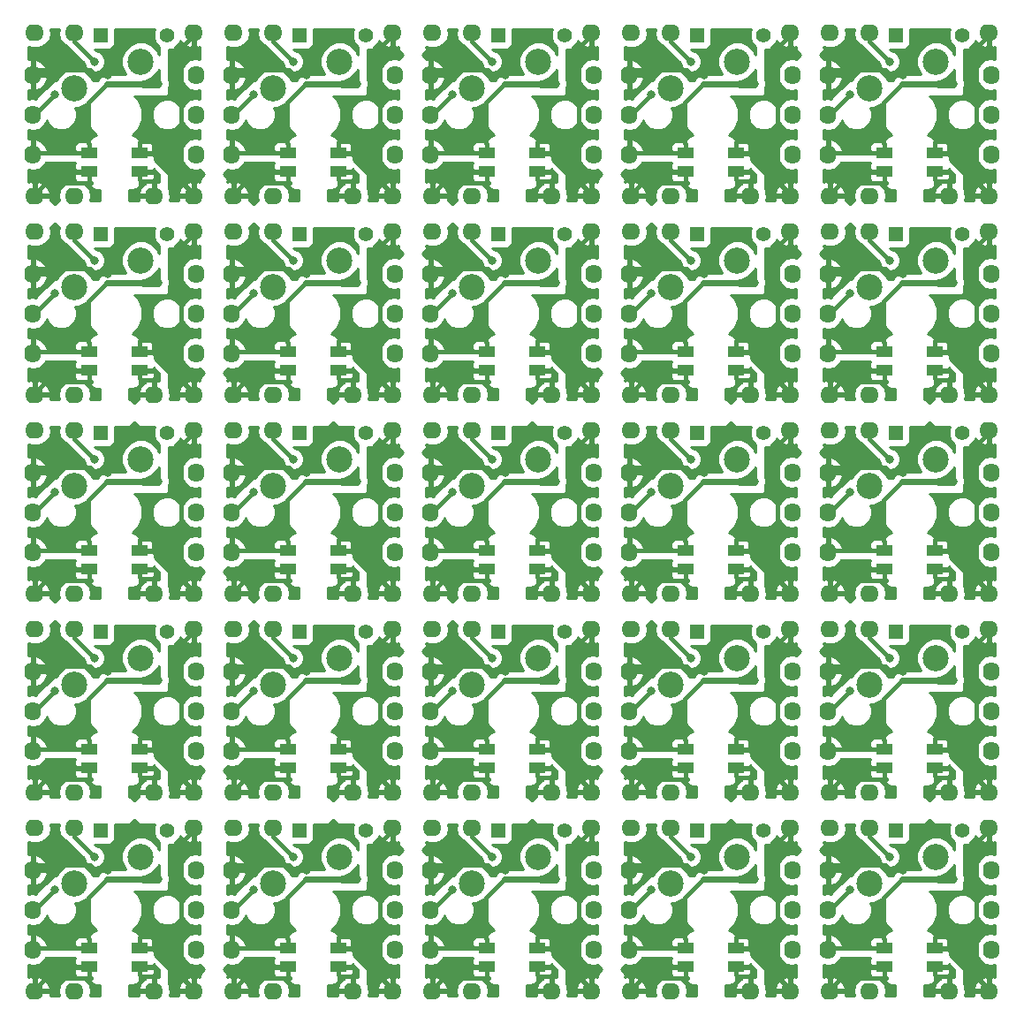
<source format=gbl>
G04 #@! TF.GenerationSoftware,KiCad,Pcbnew,5.0.0-fee4fd1~66~ubuntu18.04.1*
G04 #@! TF.CreationDate,2018-09-16T19:45:11+09:00*
G04 #@! TF.ProjectId,MxLEDBit,4D784C45444269742E6B696361645F70,1*
G04 #@! TF.SameCoordinates,Original*
G04 #@! TF.FileFunction,Copper,L2,Bot,Signal*
G04 #@! TF.FilePolarity,Positive*
%FSLAX46Y46*%
G04 Gerber Fmt 4.6, Leading zero omitted, Abs format (unit mm)*
G04 Created by KiCad (PCBNEW 5.0.0-fee4fd1~66~ubuntu18.04.1) date Sun Sep 16 19:45:11 2018*
%MOMM*%
%LPD*%
G01*
G04 APERTURE LIST*
G04 #@! TA.AperFunction,SMDPad,CuDef*
%ADD10R,1.600000X1.000000*%
G04 #@! TD*
G04 #@! TA.AperFunction,ComponentPad*
%ADD11O,1.800000X1.600000*%
G04 #@! TD*
G04 #@! TA.AperFunction,ComponentPad*
%ADD12O,1.600000X1.800000*%
G04 #@! TD*
G04 #@! TA.AperFunction,ComponentPad*
%ADD13C,2.500000*%
G04 #@! TD*
G04 #@! TA.AperFunction,ComponentPad*
%ADD14C,1.400000*%
G04 #@! TD*
G04 #@! TA.AperFunction,ComponentPad*
%ADD15R,1.400000X1.400000*%
G04 #@! TD*
G04 #@! TA.AperFunction,ViaPad*
%ADD16C,0.800000*%
G04 #@! TD*
G04 #@! TA.AperFunction,Conductor*
%ADD17C,0.400000*%
G04 #@! TD*
G04 #@! TA.AperFunction,Conductor*
%ADD18C,0.600000*%
G04 #@! TD*
G04 #@! TA.AperFunction,Conductor*
%ADD19C,0.254000*%
G04 #@! TD*
G04 APERTURE END LIST*
D10*
G04 #@! TO.P,U1,4*
G04 #@! TO.N,Net-(U1-Pad4)*
X166852000Y-116586000D03*
G04 #@! TO.P,U1,3*
G04 #@! TO.N,VCC*
X166852000Y-114836000D03*
G04 #@! TO.P,U1,1*
G04 #@! TO.N,Net-(U1-Pad1)*
X162052000Y-114836000D03*
G04 #@! TO.P,U1,2*
G04 #@! TO.N,GND*
X162052000Y-116586000D03*
G04 #@! TD*
D11*
G04 #@! TO.P,P23,1*
G04 #@! TO.N,GND*
X156845000Y-103305000D03*
G04 #@! TD*
D12*
G04 #@! TO.P,P12,1*
G04 #@! TO.N,Net-(U1-Pad1)*
X172285000Y-107315000D03*
G04 #@! TD*
G04 #@! TO.P,P24,1*
G04 #@! TO.N,Net-(U1-Pad4)*
X156645000Y-107315000D03*
G04 #@! TD*
D11*
G04 #@! TO.P,P23,1*
G04 #@! TO.N,VCC*
X172085000Y-103305000D03*
G04 #@! TD*
D12*
G04 #@! TO.P,P23,1*
G04 #@! TO.N,/2*
X156645000Y-111125000D03*
G04 #@! TD*
D11*
G04 #@! TO.P,P23,1*
G04 #@! TO.N,GND*
X156845000Y-118945000D03*
G04 #@! TD*
G04 #@! TO.P,P11,1*
G04 #@! TO.N,/1*
X160655000Y-103305000D03*
G04 #@! TD*
D12*
G04 #@! TO.P,P12,1*
G04 #@! TO.N,Net-(U1-Pad1)*
X156645000Y-114935000D03*
G04 #@! TD*
D11*
G04 #@! TO.P,P11,1*
G04 #@! TO.N,/1*
X160655000Y-118945000D03*
G04 #@! TD*
G04 #@! TO.P,P15,1*
G04 #@! TO.N,VCC*
X172085000Y-118945000D03*
G04 #@! TD*
D12*
G04 #@! TO.P,P21,1*
G04 #@! TO.N,Net-(U1-Pad4)*
X172285000Y-114935000D03*
G04 #@! TD*
D13*
G04 #@! TO.P,SW1,2*
G04 #@! TO.N,Net-(D1-Pad2)*
X167005000Y-106045000D03*
G04 #@! TO.P,SW1,1*
G04 #@! TO.N,/1*
X160655000Y-108585000D03*
G04 #@! TD*
D12*
G04 #@! TO.P,P22,1*
G04 #@! TO.N,/2*
X172285000Y-111125000D03*
G04 #@! TD*
D11*
G04 #@! TO.P,P16,1*
G04 #@! TO.N,Net-(U1-Pad4)*
X168275000Y-118945000D03*
G04 #@! TD*
D14*
G04 #@! TO.P,D1,2*
G04 #@! TO.N,Net-(D1-Pad2)*
X169545000Y-103505000D03*
D15*
G04 #@! TO.P,D1,1*
G04 #@! TO.N,/2*
X163195000Y-103505000D03*
G04 #@! TD*
D12*
G04 #@! TO.P,P22,1*
G04 #@! TO.N,/2*
X172285000Y-73025000D03*
G04 #@! TD*
G04 #@! TO.P,P24,1*
G04 #@! TO.N,Net-(U1-Pad4)*
X156645000Y-50165000D03*
G04 #@! TD*
G04 #@! TO.P,P22,1*
G04 #@! TO.N,/2*
X172285000Y-92075000D03*
G04 #@! TD*
G04 #@! TO.P,P12,1*
G04 #@! TO.N,Net-(U1-Pad1)*
X172285000Y-88265000D03*
G04 #@! TD*
G04 #@! TO.P,P12,1*
G04 #@! TO.N,Net-(U1-Pad1)*
X172285000Y-69215000D03*
G04 #@! TD*
D10*
G04 #@! TO.P,U1,4*
G04 #@! TO.N,Net-(U1-Pad4)*
X166852000Y-97536000D03*
G04 #@! TO.P,U1,3*
G04 #@! TO.N,VCC*
X166852000Y-95786000D03*
G04 #@! TO.P,U1,1*
G04 #@! TO.N,Net-(U1-Pad1)*
X162052000Y-95786000D03*
G04 #@! TO.P,U1,2*
G04 #@! TO.N,GND*
X162052000Y-97536000D03*
G04 #@! TD*
D11*
G04 #@! TO.P,P23,1*
G04 #@! TO.N,GND*
X156845000Y-80845000D03*
G04 #@! TD*
D12*
G04 #@! TO.P,P12,1*
G04 #@! TO.N,Net-(U1-Pad1)*
X172285000Y-50165000D03*
G04 #@! TD*
G04 #@! TO.P,P22,1*
G04 #@! TO.N,/2*
X172285000Y-53975000D03*
G04 #@! TD*
D11*
G04 #@! TO.P,P23,1*
G04 #@! TO.N,GND*
X156845000Y-99895000D03*
G04 #@! TD*
D12*
G04 #@! TO.P,P24,1*
G04 #@! TO.N,Net-(U1-Pad4)*
X156645000Y-88265000D03*
G04 #@! TD*
D11*
G04 #@! TO.P,P23,1*
G04 #@! TO.N,GND*
X156845000Y-46155000D03*
G04 #@! TD*
D12*
G04 #@! TO.P,P23,1*
G04 #@! TO.N,/2*
X156645000Y-53975000D03*
G04 #@! TD*
G04 #@! TO.P,P23,1*
G04 #@! TO.N,/2*
X156645000Y-73025000D03*
G04 #@! TD*
D10*
G04 #@! TO.P,U1,4*
G04 #@! TO.N,Net-(U1-Pad4)*
X166852000Y-59436000D03*
G04 #@! TO.P,U1,3*
G04 #@! TO.N,VCC*
X166852000Y-57686000D03*
G04 #@! TO.P,U1,1*
G04 #@! TO.N,Net-(U1-Pad1)*
X162052000Y-57686000D03*
G04 #@! TO.P,U1,2*
G04 #@! TO.N,GND*
X162052000Y-59436000D03*
G04 #@! TD*
D12*
G04 #@! TO.P,P24,1*
G04 #@! TO.N,Net-(U1-Pad4)*
X156645000Y-69215000D03*
G04 #@! TD*
D11*
G04 #@! TO.P,P23,1*
G04 #@! TO.N,VCC*
X172085000Y-46155000D03*
G04 #@! TD*
G04 #@! TO.P,P23,1*
G04 #@! TO.N,VCC*
X172085000Y-65205000D03*
G04 #@! TD*
G04 #@! TO.P,P23,1*
G04 #@! TO.N,GND*
X156845000Y-61795000D03*
G04 #@! TD*
G04 #@! TO.P,P23,1*
G04 #@! TO.N,VCC*
X172085000Y-84255000D03*
G04 #@! TD*
G04 #@! TO.P,P11,1*
G04 #@! TO.N,/1*
X160655000Y-61795000D03*
G04 #@! TD*
D10*
G04 #@! TO.P,U1,4*
G04 #@! TO.N,Net-(U1-Pad4)*
X166852000Y-78486000D03*
G04 #@! TO.P,U1,3*
G04 #@! TO.N,VCC*
X166852000Y-76736000D03*
G04 #@! TO.P,U1,1*
G04 #@! TO.N,Net-(U1-Pad1)*
X162052000Y-76736000D03*
G04 #@! TO.P,U1,2*
G04 #@! TO.N,GND*
X162052000Y-78486000D03*
G04 #@! TD*
D11*
G04 #@! TO.P,P11,1*
G04 #@! TO.N,/1*
X160655000Y-46155000D03*
G04 #@! TD*
G04 #@! TO.P,P11,1*
G04 #@! TO.N,/1*
X160655000Y-65205000D03*
G04 #@! TD*
G04 #@! TO.P,P11,1*
G04 #@! TO.N,/1*
X160655000Y-84255000D03*
G04 #@! TD*
D12*
G04 #@! TO.P,P12,1*
G04 #@! TO.N,Net-(U1-Pad1)*
X156645000Y-57785000D03*
G04 #@! TD*
G04 #@! TO.P,P12,1*
G04 #@! TO.N,Net-(U1-Pad1)*
X156645000Y-76835000D03*
G04 #@! TD*
G04 #@! TO.P,P12,1*
G04 #@! TO.N,Net-(U1-Pad1)*
X156645000Y-95885000D03*
G04 #@! TD*
D11*
G04 #@! TO.P,P16,1*
G04 #@! TO.N,Net-(U1-Pad4)*
X168275000Y-61795000D03*
G04 #@! TD*
G04 #@! TO.P,P16,1*
G04 #@! TO.N,Net-(U1-Pad4)*
X168275000Y-80845000D03*
G04 #@! TD*
G04 #@! TO.P,P11,1*
G04 #@! TO.N,/1*
X160655000Y-80845000D03*
G04 #@! TD*
G04 #@! TO.P,P11,1*
G04 #@! TO.N,/1*
X160655000Y-99895000D03*
G04 #@! TD*
G04 #@! TO.P,P15,1*
G04 #@! TO.N,VCC*
X172085000Y-61795000D03*
G04 #@! TD*
G04 #@! TO.P,P15,1*
G04 #@! TO.N,VCC*
X172085000Y-80845000D03*
G04 #@! TD*
G04 #@! TO.P,P15,1*
G04 #@! TO.N,VCC*
X172085000Y-99895000D03*
G04 #@! TD*
D12*
G04 #@! TO.P,P23,1*
G04 #@! TO.N,/2*
X156645000Y-92075000D03*
G04 #@! TD*
G04 #@! TO.P,P21,1*
G04 #@! TO.N,Net-(U1-Pad4)*
X172285000Y-57785000D03*
G04 #@! TD*
G04 #@! TO.P,P21,1*
G04 #@! TO.N,Net-(U1-Pad4)*
X172285000Y-76835000D03*
G04 #@! TD*
G04 #@! TO.P,P21,1*
G04 #@! TO.N,Net-(U1-Pad4)*
X172285000Y-95885000D03*
G04 #@! TD*
D13*
G04 #@! TO.P,SW1,2*
G04 #@! TO.N,Net-(D1-Pad2)*
X167005000Y-48895000D03*
G04 #@! TO.P,SW1,1*
G04 #@! TO.N,/1*
X160655000Y-51435000D03*
G04 #@! TD*
G04 #@! TO.P,SW1,2*
G04 #@! TO.N,Net-(D1-Pad2)*
X167005000Y-67945000D03*
G04 #@! TO.P,SW1,1*
G04 #@! TO.N,/1*
X160655000Y-70485000D03*
G04 #@! TD*
G04 #@! TO.P,SW1,2*
G04 #@! TO.N,Net-(D1-Pad2)*
X167005000Y-86995000D03*
G04 #@! TO.P,SW1,1*
G04 #@! TO.N,/1*
X160655000Y-89535000D03*
G04 #@! TD*
D11*
G04 #@! TO.P,P23,1*
G04 #@! TO.N,GND*
X156845000Y-65205000D03*
G04 #@! TD*
G04 #@! TO.P,P23,1*
G04 #@! TO.N,GND*
X156845000Y-84255000D03*
G04 #@! TD*
G04 #@! TO.P,P16,1*
G04 #@! TO.N,Net-(U1-Pad4)*
X168275000Y-99895000D03*
G04 #@! TD*
D14*
G04 #@! TO.P,D1,2*
G04 #@! TO.N,Net-(D1-Pad2)*
X169545000Y-46355000D03*
D15*
G04 #@! TO.P,D1,1*
G04 #@! TO.N,/2*
X163195000Y-46355000D03*
G04 #@! TD*
D14*
G04 #@! TO.P,D1,2*
G04 #@! TO.N,Net-(D1-Pad2)*
X169545000Y-65405000D03*
D15*
G04 #@! TO.P,D1,1*
G04 #@! TO.N,/2*
X163195000Y-65405000D03*
G04 #@! TD*
D14*
G04 #@! TO.P,D1,2*
G04 #@! TO.N,Net-(D1-Pad2)*
X169545000Y-84455000D03*
D15*
G04 #@! TO.P,D1,1*
G04 #@! TO.N,/2*
X163195000Y-84455000D03*
G04 #@! TD*
D13*
G04 #@! TO.P,SW1,2*
G04 #@! TO.N,Net-(D1-Pad2)*
X167005000Y-125095000D03*
G04 #@! TO.P,SW1,1*
G04 #@! TO.N,/1*
X160655000Y-127635000D03*
G04 #@! TD*
D11*
G04 #@! TO.P,P23,1*
G04 #@! TO.N,VCC*
X172085000Y-122355000D03*
G04 #@! TD*
D10*
G04 #@! TO.P,U1,4*
G04 #@! TO.N,Net-(U1-Pad4)*
X166852000Y-135636000D03*
G04 #@! TO.P,U1,3*
G04 #@! TO.N,VCC*
X166852000Y-133886000D03*
G04 #@! TO.P,U1,1*
G04 #@! TO.N,Net-(U1-Pad1)*
X162052000Y-133886000D03*
G04 #@! TO.P,U1,2*
G04 #@! TO.N,GND*
X162052000Y-135636000D03*
G04 #@! TD*
D11*
G04 #@! TO.P,P16,1*
G04 #@! TO.N,Net-(U1-Pad4)*
X168275000Y-137995000D03*
G04 #@! TD*
D12*
G04 #@! TO.P,P21,1*
G04 #@! TO.N,Net-(U1-Pad4)*
X172285000Y-133985000D03*
G04 #@! TD*
D11*
G04 #@! TO.P,P15,1*
G04 #@! TO.N,VCC*
X172085000Y-137995000D03*
G04 #@! TD*
D12*
G04 #@! TO.P,P24,1*
G04 #@! TO.N,Net-(U1-Pad4)*
X156645000Y-126365000D03*
G04 #@! TD*
D14*
G04 #@! TO.P,D1,2*
G04 #@! TO.N,Net-(D1-Pad2)*
X169545000Y-122555000D03*
D15*
G04 #@! TO.P,D1,1*
G04 #@! TO.N,/2*
X163195000Y-122555000D03*
G04 #@! TD*
D11*
G04 #@! TO.P,P23,1*
G04 #@! TO.N,GND*
X156845000Y-137995000D03*
G04 #@! TD*
D12*
G04 #@! TO.P,P12,1*
G04 #@! TO.N,Net-(U1-Pad1)*
X156645000Y-133985000D03*
G04 #@! TD*
G04 #@! TO.P,P22,1*
G04 #@! TO.N,/2*
X172285000Y-130175000D03*
G04 #@! TD*
D11*
G04 #@! TO.P,P23,1*
G04 #@! TO.N,GND*
X156845000Y-122355000D03*
G04 #@! TD*
G04 #@! TO.P,P11,1*
G04 #@! TO.N,/1*
X160655000Y-122355000D03*
G04 #@! TD*
D12*
G04 #@! TO.P,P23,1*
G04 #@! TO.N,/2*
X156645000Y-130175000D03*
G04 #@! TD*
D11*
G04 #@! TO.P,P11,1*
G04 #@! TO.N,/1*
X160655000Y-137995000D03*
G04 #@! TD*
D12*
G04 #@! TO.P,P12,1*
G04 #@! TO.N,Net-(U1-Pad1)*
X172285000Y-126365000D03*
G04 #@! TD*
D10*
G04 #@! TO.P,U1,2*
G04 #@! TO.N,GND*
X143002000Y-135636000D03*
G04 #@! TO.P,U1,1*
G04 #@! TO.N,Net-(U1-Pad1)*
X143002000Y-133886000D03*
G04 #@! TO.P,U1,3*
G04 #@! TO.N,VCC*
X147802000Y-133886000D03*
G04 #@! TO.P,U1,4*
G04 #@! TO.N,Net-(U1-Pad4)*
X147802000Y-135636000D03*
G04 #@! TD*
G04 #@! TO.P,U1,2*
G04 #@! TO.N,GND*
X123952000Y-135636000D03*
G04 #@! TO.P,U1,1*
G04 #@! TO.N,Net-(U1-Pad1)*
X123952000Y-133886000D03*
G04 #@! TO.P,U1,3*
G04 #@! TO.N,VCC*
X128752000Y-133886000D03*
G04 #@! TO.P,U1,4*
G04 #@! TO.N,Net-(U1-Pad4)*
X128752000Y-135636000D03*
G04 #@! TD*
G04 #@! TO.P,U1,2*
G04 #@! TO.N,GND*
X104902000Y-135636000D03*
G04 #@! TO.P,U1,1*
G04 #@! TO.N,Net-(U1-Pad1)*
X104902000Y-133886000D03*
G04 #@! TO.P,U1,3*
G04 #@! TO.N,VCC*
X109702000Y-133886000D03*
G04 #@! TO.P,U1,4*
G04 #@! TO.N,Net-(U1-Pad4)*
X109702000Y-135636000D03*
G04 #@! TD*
G04 #@! TO.P,U1,2*
G04 #@! TO.N,GND*
X85852000Y-135636000D03*
G04 #@! TO.P,U1,1*
G04 #@! TO.N,Net-(U1-Pad1)*
X85852000Y-133886000D03*
G04 #@! TO.P,U1,3*
G04 #@! TO.N,VCC*
X90652000Y-133886000D03*
G04 #@! TO.P,U1,4*
G04 #@! TO.N,Net-(U1-Pad4)*
X90652000Y-135636000D03*
G04 #@! TD*
G04 #@! TO.P,U1,2*
G04 #@! TO.N,GND*
X143002000Y-116586000D03*
G04 #@! TO.P,U1,1*
G04 #@! TO.N,Net-(U1-Pad1)*
X143002000Y-114836000D03*
G04 #@! TO.P,U1,3*
G04 #@! TO.N,VCC*
X147802000Y-114836000D03*
G04 #@! TO.P,U1,4*
G04 #@! TO.N,Net-(U1-Pad4)*
X147802000Y-116586000D03*
G04 #@! TD*
G04 #@! TO.P,U1,2*
G04 #@! TO.N,GND*
X123952000Y-116586000D03*
G04 #@! TO.P,U1,1*
G04 #@! TO.N,Net-(U1-Pad1)*
X123952000Y-114836000D03*
G04 #@! TO.P,U1,3*
G04 #@! TO.N,VCC*
X128752000Y-114836000D03*
G04 #@! TO.P,U1,4*
G04 #@! TO.N,Net-(U1-Pad4)*
X128752000Y-116586000D03*
G04 #@! TD*
G04 #@! TO.P,U1,2*
G04 #@! TO.N,GND*
X104902000Y-116586000D03*
G04 #@! TO.P,U1,1*
G04 #@! TO.N,Net-(U1-Pad1)*
X104902000Y-114836000D03*
G04 #@! TO.P,U1,3*
G04 #@! TO.N,VCC*
X109702000Y-114836000D03*
G04 #@! TO.P,U1,4*
G04 #@! TO.N,Net-(U1-Pad4)*
X109702000Y-116586000D03*
G04 #@! TD*
G04 #@! TO.P,U1,2*
G04 #@! TO.N,GND*
X85852000Y-116586000D03*
G04 #@! TO.P,U1,1*
G04 #@! TO.N,Net-(U1-Pad1)*
X85852000Y-114836000D03*
G04 #@! TO.P,U1,3*
G04 #@! TO.N,VCC*
X90652000Y-114836000D03*
G04 #@! TO.P,U1,4*
G04 #@! TO.N,Net-(U1-Pad4)*
X90652000Y-116586000D03*
G04 #@! TD*
G04 #@! TO.P,U1,2*
G04 #@! TO.N,GND*
X143002000Y-97536000D03*
G04 #@! TO.P,U1,1*
G04 #@! TO.N,Net-(U1-Pad1)*
X143002000Y-95786000D03*
G04 #@! TO.P,U1,3*
G04 #@! TO.N,VCC*
X147802000Y-95786000D03*
G04 #@! TO.P,U1,4*
G04 #@! TO.N,Net-(U1-Pad4)*
X147802000Y-97536000D03*
G04 #@! TD*
G04 #@! TO.P,U1,2*
G04 #@! TO.N,GND*
X123952000Y-97536000D03*
G04 #@! TO.P,U1,1*
G04 #@! TO.N,Net-(U1-Pad1)*
X123952000Y-95786000D03*
G04 #@! TO.P,U1,3*
G04 #@! TO.N,VCC*
X128752000Y-95786000D03*
G04 #@! TO.P,U1,4*
G04 #@! TO.N,Net-(U1-Pad4)*
X128752000Y-97536000D03*
G04 #@! TD*
G04 #@! TO.P,U1,2*
G04 #@! TO.N,GND*
X104902000Y-97536000D03*
G04 #@! TO.P,U1,1*
G04 #@! TO.N,Net-(U1-Pad1)*
X104902000Y-95786000D03*
G04 #@! TO.P,U1,3*
G04 #@! TO.N,VCC*
X109702000Y-95786000D03*
G04 #@! TO.P,U1,4*
G04 #@! TO.N,Net-(U1-Pad4)*
X109702000Y-97536000D03*
G04 #@! TD*
G04 #@! TO.P,U1,2*
G04 #@! TO.N,GND*
X85852000Y-97536000D03*
G04 #@! TO.P,U1,1*
G04 #@! TO.N,Net-(U1-Pad1)*
X85852000Y-95786000D03*
G04 #@! TO.P,U1,3*
G04 #@! TO.N,VCC*
X90652000Y-95786000D03*
G04 #@! TO.P,U1,4*
G04 #@! TO.N,Net-(U1-Pad4)*
X90652000Y-97536000D03*
G04 #@! TD*
G04 #@! TO.P,U1,2*
G04 #@! TO.N,GND*
X143002000Y-78486000D03*
G04 #@! TO.P,U1,1*
G04 #@! TO.N,Net-(U1-Pad1)*
X143002000Y-76736000D03*
G04 #@! TO.P,U1,3*
G04 #@! TO.N,VCC*
X147802000Y-76736000D03*
G04 #@! TO.P,U1,4*
G04 #@! TO.N,Net-(U1-Pad4)*
X147802000Y-78486000D03*
G04 #@! TD*
G04 #@! TO.P,U1,2*
G04 #@! TO.N,GND*
X123952000Y-78486000D03*
G04 #@! TO.P,U1,1*
G04 #@! TO.N,Net-(U1-Pad1)*
X123952000Y-76736000D03*
G04 #@! TO.P,U1,3*
G04 #@! TO.N,VCC*
X128752000Y-76736000D03*
G04 #@! TO.P,U1,4*
G04 #@! TO.N,Net-(U1-Pad4)*
X128752000Y-78486000D03*
G04 #@! TD*
G04 #@! TO.P,U1,2*
G04 #@! TO.N,GND*
X104902000Y-78486000D03*
G04 #@! TO.P,U1,1*
G04 #@! TO.N,Net-(U1-Pad1)*
X104902000Y-76736000D03*
G04 #@! TO.P,U1,3*
G04 #@! TO.N,VCC*
X109702000Y-76736000D03*
G04 #@! TO.P,U1,4*
G04 #@! TO.N,Net-(U1-Pad4)*
X109702000Y-78486000D03*
G04 #@! TD*
G04 #@! TO.P,U1,2*
G04 #@! TO.N,GND*
X85852000Y-78486000D03*
G04 #@! TO.P,U1,1*
G04 #@! TO.N,Net-(U1-Pad1)*
X85852000Y-76736000D03*
G04 #@! TO.P,U1,3*
G04 #@! TO.N,VCC*
X90652000Y-76736000D03*
G04 #@! TO.P,U1,4*
G04 #@! TO.N,Net-(U1-Pad4)*
X90652000Y-78486000D03*
G04 #@! TD*
G04 #@! TO.P,U1,2*
G04 #@! TO.N,GND*
X143002000Y-59436000D03*
G04 #@! TO.P,U1,1*
G04 #@! TO.N,Net-(U1-Pad1)*
X143002000Y-57686000D03*
G04 #@! TO.P,U1,3*
G04 #@! TO.N,VCC*
X147802000Y-57686000D03*
G04 #@! TO.P,U1,4*
G04 #@! TO.N,Net-(U1-Pad4)*
X147802000Y-59436000D03*
G04 #@! TD*
G04 #@! TO.P,U1,2*
G04 #@! TO.N,GND*
X123952000Y-59436000D03*
G04 #@! TO.P,U1,1*
G04 #@! TO.N,Net-(U1-Pad1)*
X123952000Y-57686000D03*
G04 #@! TO.P,U1,3*
G04 #@! TO.N,VCC*
X128752000Y-57686000D03*
G04 #@! TO.P,U1,4*
G04 #@! TO.N,Net-(U1-Pad4)*
X128752000Y-59436000D03*
G04 #@! TD*
G04 #@! TO.P,U1,2*
G04 #@! TO.N,GND*
X104902000Y-59436000D03*
G04 #@! TO.P,U1,1*
G04 #@! TO.N,Net-(U1-Pad1)*
X104902000Y-57686000D03*
G04 #@! TO.P,U1,3*
G04 #@! TO.N,VCC*
X109702000Y-57686000D03*
G04 #@! TO.P,U1,4*
G04 #@! TO.N,Net-(U1-Pad4)*
X109702000Y-59436000D03*
G04 #@! TD*
D12*
G04 #@! TO.P,P12,1*
G04 #@! TO.N,Net-(U1-Pad1)*
X153235000Y-126365000D03*
G04 #@! TD*
G04 #@! TO.P,P12,1*
G04 #@! TO.N,Net-(U1-Pad1)*
X134185000Y-126365000D03*
G04 #@! TD*
G04 #@! TO.P,P12,1*
G04 #@! TO.N,Net-(U1-Pad1)*
X115135000Y-126365000D03*
G04 #@! TD*
G04 #@! TO.P,P12,1*
G04 #@! TO.N,Net-(U1-Pad1)*
X96085000Y-126365000D03*
G04 #@! TD*
G04 #@! TO.P,P12,1*
G04 #@! TO.N,Net-(U1-Pad1)*
X153235000Y-107315000D03*
G04 #@! TD*
G04 #@! TO.P,P12,1*
G04 #@! TO.N,Net-(U1-Pad1)*
X134185000Y-107315000D03*
G04 #@! TD*
G04 #@! TO.P,P12,1*
G04 #@! TO.N,Net-(U1-Pad1)*
X115135000Y-107315000D03*
G04 #@! TD*
G04 #@! TO.P,P12,1*
G04 #@! TO.N,Net-(U1-Pad1)*
X96085000Y-107315000D03*
G04 #@! TD*
G04 #@! TO.P,P12,1*
G04 #@! TO.N,Net-(U1-Pad1)*
X153235000Y-88265000D03*
G04 #@! TD*
G04 #@! TO.P,P12,1*
G04 #@! TO.N,Net-(U1-Pad1)*
X134185000Y-88265000D03*
G04 #@! TD*
G04 #@! TO.P,P12,1*
G04 #@! TO.N,Net-(U1-Pad1)*
X115135000Y-88265000D03*
G04 #@! TD*
G04 #@! TO.P,P12,1*
G04 #@! TO.N,Net-(U1-Pad1)*
X96085000Y-88265000D03*
G04 #@! TD*
G04 #@! TO.P,P12,1*
G04 #@! TO.N,Net-(U1-Pad1)*
X153235000Y-69215000D03*
G04 #@! TD*
G04 #@! TO.P,P12,1*
G04 #@! TO.N,Net-(U1-Pad1)*
X134185000Y-69215000D03*
G04 #@! TD*
G04 #@! TO.P,P12,1*
G04 #@! TO.N,Net-(U1-Pad1)*
X115135000Y-69215000D03*
G04 #@! TD*
G04 #@! TO.P,P12,1*
G04 #@! TO.N,Net-(U1-Pad1)*
X96085000Y-69215000D03*
G04 #@! TD*
G04 #@! TO.P,P12,1*
G04 #@! TO.N,Net-(U1-Pad1)*
X153235000Y-50165000D03*
G04 #@! TD*
G04 #@! TO.P,P12,1*
G04 #@! TO.N,Net-(U1-Pad1)*
X134185000Y-50165000D03*
G04 #@! TD*
G04 #@! TO.P,P12,1*
G04 #@! TO.N,Net-(U1-Pad1)*
X115135000Y-50165000D03*
G04 #@! TD*
D11*
G04 #@! TO.P,P23,1*
G04 #@! TO.N,GND*
X137795000Y-137995000D03*
G04 #@! TD*
G04 #@! TO.P,P23,1*
G04 #@! TO.N,GND*
X118745000Y-137995000D03*
G04 #@! TD*
G04 #@! TO.P,P23,1*
G04 #@! TO.N,GND*
X99695000Y-137995000D03*
G04 #@! TD*
G04 #@! TO.P,P23,1*
G04 #@! TO.N,GND*
X80645000Y-137995000D03*
G04 #@! TD*
G04 #@! TO.P,P23,1*
G04 #@! TO.N,GND*
X137795000Y-118945000D03*
G04 #@! TD*
G04 #@! TO.P,P23,1*
G04 #@! TO.N,GND*
X118745000Y-118945000D03*
G04 #@! TD*
G04 #@! TO.P,P23,1*
G04 #@! TO.N,GND*
X99695000Y-118945000D03*
G04 #@! TD*
G04 #@! TO.P,P23,1*
G04 #@! TO.N,GND*
X80645000Y-118945000D03*
G04 #@! TD*
G04 #@! TO.P,P23,1*
G04 #@! TO.N,GND*
X137795000Y-99895000D03*
G04 #@! TD*
G04 #@! TO.P,P23,1*
G04 #@! TO.N,GND*
X118745000Y-99895000D03*
G04 #@! TD*
G04 #@! TO.P,P23,1*
G04 #@! TO.N,GND*
X99695000Y-99895000D03*
G04 #@! TD*
G04 #@! TO.P,P23,1*
G04 #@! TO.N,GND*
X80645000Y-99895000D03*
G04 #@! TD*
G04 #@! TO.P,P23,1*
G04 #@! TO.N,GND*
X137795000Y-80845000D03*
G04 #@! TD*
G04 #@! TO.P,P23,1*
G04 #@! TO.N,GND*
X118745000Y-80845000D03*
G04 #@! TD*
G04 #@! TO.P,P23,1*
G04 #@! TO.N,GND*
X99695000Y-80845000D03*
G04 #@! TD*
G04 #@! TO.P,P23,1*
G04 #@! TO.N,GND*
X80645000Y-80845000D03*
G04 #@! TD*
G04 #@! TO.P,P23,1*
G04 #@! TO.N,GND*
X137795000Y-61795000D03*
G04 #@! TD*
G04 #@! TO.P,P23,1*
G04 #@! TO.N,GND*
X118745000Y-61795000D03*
G04 #@! TD*
G04 #@! TO.P,P23,1*
G04 #@! TO.N,GND*
X99695000Y-61795000D03*
G04 #@! TD*
G04 #@! TO.P,P23,1*
G04 #@! TO.N,GND*
X137795000Y-122355000D03*
G04 #@! TD*
G04 #@! TO.P,P23,1*
G04 #@! TO.N,GND*
X118745000Y-122355000D03*
G04 #@! TD*
G04 #@! TO.P,P23,1*
G04 #@! TO.N,GND*
X99695000Y-122355000D03*
G04 #@! TD*
G04 #@! TO.P,P23,1*
G04 #@! TO.N,GND*
X80645000Y-122355000D03*
G04 #@! TD*
G04 #@! TO.P,P23,1*
G04 #@! TO.N,GND*
X137795000Y-103305000D03*
G04 #@! TD*
G04 #@! TO.P,P23,1*
G04 #@! TO.N,GND*
X118745000Y-103305000D03*
G04 #@! TD*
G04 #@! TO.P,P23,1*
G04 #@! TO.N,GND*
X99695000Y-103305000D03*
G04 #@! TD*
G04 #@! TO.P,P23,1*
G04 #@! TO.N,GND*
X80645000Y-103305000D03*
G04 #@! TD*
G04 #@! TO.P,P23,1*
G04 #@! TO.N,GND*
X137795000Y-84255000D03*
G04 #@! TD*
G04 #@! TO.P,P23,1*
G04 #@! TO.N,GND*
X118745000Y-84255000D03*
G04 #@! TD*
G04 #@! TO.P,P23,1*
G04 #@! TO.N,GND*
X99695000Y-84255000D03*
G04 #@! TD*
G04 #@! TO.P,P23,1*
G04 #@! TO.N,GND*
X80645000Y-84255000D03*
G04 #@! TD*
G04 #@! TO.P,P23,1*
G04 #@! TO.N,GND*
X137795000Y-65205000D03*
G04 #@! TD*
G04 #@! TO.P,P23,1*
G04 #@! TO.N,GND*
X118745000Y-65205000D03*
G04 #@! TD*
G04 #@! TO.P,P23,1*
G04 #@! TO.N,GND*
X99695000Y-65205000D03*
G04 #@! TD*
G04 #@! TO.P,P23,1*
G04 #@! TO.N,GND*
X80645000Y-65205000D03*
G04 #@! TD*
G04 #@! TO.P,P23,1*
G04 #@! TO.N,GND*
X137795000Y-46155000D03*
G04 #@! TD*
G04 #@! TO.P,P23,1*
G04 #@! TO.N,GND*
X118745000Y-46155000D03*
G04 #@! TD*
G04 #@! TO.P,P23,1*
G04 #@! TO.N,GND*
X99695000Y-46155000D03*
G04 #@! TD*
D12*
G04 #@! TO.P,P23,1*
G04 #@! TO.N,/2*
X137595000Y-130175000D03*
G04 #@! TD*
G04 #@! TO.P,P23,1*
G04 #@! TO.N,/2*
X118545000Y-130175000D03*
G04 #@! TD*
G04 #@! TO.P,P23,1*
G04 #@! TO.N,/2*
X99495000Y-130175000D03*
G04 #@! TD*
G04 #@! TO.P,P23,1*
G04 #@! TO.N,/2*
X80445000Y-130175000D03*
G04 #@! TD*
G04 #@! TO.P,P23,1*
G04 #@! TO.N,/2*
X137595000Y-111125000D03*
G04 #@! TD*
G04 #@! TO.P,P23,1*
G04 #@! TO.N,/2*
X118545000Y-111125000D03*
G04 #@! TD*
G04 #@! TO.P,P23,1*
G04 #@! TO.N,/2*
X99495000Y-111125000D03*
G04 #@! TD*
G04 #@! TO.P,P23,1*
G04 #@! TO.N,/2*
X80445000Y-111125000D03*
G04 #@! TD*
G04 #@! TO.P,P23,1*
G04 #@! TO.N,/2*
X137595000Y-92075000D03*
G04 #@! TD*
G04 #@! TO.P,P23,1*
G04 #@! TO.N,/2*
X118545000Y-92075000D03*
G04 #@! TD*
G04 #@! TO.P,P23,1*
G04 #@! TO.N,/2*
X99495000Y-92075000D03*
G04 #@! TD*
G04 #@! TO.P,P23,1*
G04 #@! TO.N,/2*
X80445000Y-92075000D03*
G04 #@! TD*
G04 #@! TO.P,P23,1*
G04 #@! TO.N,/2*
X137595000Y-73025000D03*
G04 #@! TD*
G04 #@! TO.P,P23,1*
G04 #@! TO.N,/2*
X118545000Y-73025000D03*
G04 #@! TD*
G04 #@! TO.P,P23,1*
G04 #@! TO.N,/2*
X99495000Y-73025000D03*
G04 #@! TD*
G04 #@! TO.P,P23,1*
G04 #@! TO.N,/2*
X80445000Y-73025000D03*
G04 #@! TD*
G04 #@! TO.P,P23,1*
G04 #@! TO.N,/2*
X137595000Y-53975000D03*
G04 #@! TD*
G04 #@! TO.P,P23,1*
G04 #@! TO.N,/2*
X118545000Y-53975000D03*
G04 #@! TD*
G04 #@! TO.P,P23,1*
G04 #@! TO.N,/2*
X99495000Y-53975000D03*
G04 #@! TD*
G04 #@! TO.P,P22,1*
G04 #@! TO.N,/2*
X153235000Y-130175000D03*
G04 #@! TD*
G04 #@! TO.P,P22,1*
G04 #@! TO.N,/2*
X134185000Y-130175000D03*
G04 #@! TD*
G04 #@! TO.P,P22,1*
G04 #@! TO.N,/2*
X115135000Y-130175000D03*
G04 #@! TD*
G04 #@! TO.P,P22,1*
G04 #@! TO.N,/2*
X96085000Y-130175000D03*
G04 #@! TD*
G04 #@! TO.P,P22,1*
G04 #@! TO.N,/2*
X153235000Y-111125000D03*
G04 #@! TD*
G04 #@! TO.P,P22,1*
G04 #@! TO.N,/2*
X134185000Y-111125000D03*
G04 #@! TD*
G04 #@! TO.P,P22,1*
G04 #@! TO.N,/2*
X115135000Y-111125000D03*
G04 #@! TD*
G04 #@! TO.P,P22,1*
G04 #@! TO.N,/2*
X96085000Y-111125000D03*
G04 #@! TD*
G04 #@! TO.P,P22,1*
G04 #@! TO.N,/2*
X153235000Y-92075000D03*
G04 #@! TD*
G04 #@! TO.P,P22,1*
G04 #@! TO.N,/2*
X134185000Y-92075000D03*
G04 #@! TD*
G04 #@! TO.P,P22,1*
G04 #@! TO.N,/2*
X115135000Y-92075000D03*
G04 #@! TD*
G04 #@! TO.P,P22,1*
G04 #@! TO.N,/2*
X96085000Y-92075000D03*
G04 #@! TD*
G04 #@! TO.P,P22,1*
G04 #@! TO.N,/2*
X153235000Y-73025000D03*
G04 #@! TD*
G04 #@! TO.P,P22,1*
G04 #@! TO.N,/2*
X134185000Y-73025000D03*
G04 #@! TD*
G04 #@! TO.P,P22,1*
G04 #@! TO.N,/2*
X115135000Y-73025000D03*
G04 #@! TD*
G04 #@! TO.P,P22,1*
G04 #@! TO.N,/2*
X96085000Y-73025000D03*
G04 #@! TD*
G04 #@! TO.P,P22,1*
G04 #@! TO.N,/2*
X153235000Y-53975000D03*
G04 #@! TD*
G04 #@! TO.P,P22,1*
G04 #@! TO.N,/2*
X134185000Y-53975000D03*
G04 #@! TD*
G04 #@! TO.P,P22,1*
G04 #@! TO.N,/2*
X115135000Y-53975000D03*
G04 #@! TD*
G04 #@! TO.P,P24,1*
G04 #@! TO.N,Net-(U1-Pad4)*
X137595000Y-126365000D03*
G04 #@! TD*
G04 #@! TO.P,P24,1*
G04 #@! TO.N,Net-(U1-Pad4)*
X118545000Y-126365000D03*
G04 #@! TD*
G04 #@! TO.P,P24,1*
G04 #@! TO.N,Net-(U1-Pad4)*
X99495000Y-126365000D03*
G04 #@! TD*
G04 #@! TO.P,P24,1*
G04 #@! TO.N,Net-(U1-Pad4)*
X80445000Y-126365000D03*
G04 #@! TD*
G04 #@! TO.P,P24,1*
G04 #@! TO.N,Net-(U1-Pad4)*
X137595000Y-107315000D03*
G04 #@! TD*
G04 #@! TO.P,P24,1*
G04 #@! TO.N,Net-(U1-Pad4)*
X118545000Y-107315000D03*
G04 #@! TD*
G04 #@! TO.P,P24,1*
G04 #@! TO.N,Net-(U1-Pad4)*
X99495000Y-107315000D03*
G04 #@! TD*
G04 #@! TO.P,P24,1*
G04 #@! TO.N,Net-(U1-Pad4)*
X80445000Y-107315000D03*
G04 #@! TD*
G04 #@! TO.P,P24,1*
G04 #@! TO.N,Net-(U1-Pad4)*
X137595000Y-88265000D03*
G04 #@! TD*
G04 #@! TO.P,P24,1*
G04 #@! TO.N,Net-(U1-Pad4)*
X118545000Y-88265000D03*
G04 #@! TD*
G04 #@! TO.P,P24,1*
G04 #@! TO.N,Net-(U1-Pad4)*
X99495000Y-88265000D03*
G04 #@! TD*
G04 #@! TO.P,P24,1*
G04 #@! TO.N,Net-(U1-Pad4)*
X80445000Y-88265000D03*
G04 #@! TD*
G04 #@! TO.P,P24,1*
G04 #@! TO.N,Net-(U1-Pad4)*
X137595000Y-69215000D03*
G04 #@! TD*
G04 #@! TO.P,P24,1*
G04 #@! TO.N,Net-(U1-Pad4)*
X118545000Y-69215000D03*
G04 #@! TD*
G04 #@! TO.P,P24,1*
G04 #@! TO.N,Net-(U1-Pad4)*
X99495000Y-69215000D03*
G04 #@! TD*
G04 #@! TO.P,P24,1*
G04 #@! TO.N,Net-(U1-Pad4)*
X80445000Y-69215000D03*
G04 #@! TD*
G04 #@! TO.P,P24,1*
G04 #@! TO.N,Net-(U1-Pad4)*
X137595000Y-50165000D03*
G04 #@! TD*
G04 #@! TO.P,P24,1*
G04 #@! TO.N,Net-(U1-Pad4)*
X118545000Y-50165000D03*
G04 #@! TD*
G04 #@! TO.P,P24,1*
G04 #@! TO.N,Net-(U1-Pad4)*
X99495000Y-50165000D03*
G04 #@! TD*
D11*
G04 #@! TO.P,P23,1*
G04 #@! TO.N,VCC*
X153035000Y-122355000D03*
G04 #@! TD*
G04 #@! TO.P,P23,1*
G04 #@! TO.N,VCC*
X133985000Y-122355000D03*
G04 #@! TD*
G04 #@! TO.P,P23,1*
G04 #@! TO.N,VCC*
X114935000Y-122355000D03*
G04 #@! TD*
G04 #@! TO.P,P23,1*
G04 #@! TO.N,VCC*
X95885000Y-122355000D03*
G04 #@! TD*
G04 #@! TO.P,P23,1*
G04 #@! TO.N,VCC*
X153035000Y-103305000D03*
G04 #@! TD*
G04 #@! TO.P,P23,1*
G04 #@! TO.N,VCC*
X133985000Y-103305000D03*
G04 #@! TD*
G04 #@! TO.P,P23,1*
G04 #@! TO.N,VCC*
X114935000Y-103305000D03*
G04 #@! TD*
G04 #@! TO.P,P23,1*
G04 #@! TO.N,VCC*
X95885000Y-103305000D03*
G04 #@! TD*
G04 #@! TO.P,P23,1*
G04 #@! TO.N,VCC*
X153035000Y-84255000D03*
G04 #@! TD*
G04 #@! TO.P,P23,1*
G04 #@! TO.N,VCC*
X133985000Y-84255000D03*
G04 #@! TD*
G04 #@! TO.P,P23,1*
G04 #@! TO.N,VCC*
X114935000Y-84255000D03*
G04 #@! TD*
G04 #@! TO.P,P23,1*
G04 #@! TO.N,VCC*
X95885000Y-84255000D03*
G04 #@! TD*
G04 #@! TO.P,P23,1*
G04 #@! TO.N,VCC*
X153035000Y-65205000D03*
G04 #@! TD*
G04 #@! TO.P,P23,1*
G04 #@! TO.N,VCC*
X133985000Y-65205000D03*
G04 #@! TD*
G04 #@! TO.P,P23,1*
G04 #@! TO.N,VCC*
X114935000Y-65205000D03*
G04 #@! TD*
G04 #@! TO.P,P23,1*
G04 #@! TO.N,VCC*
X95885000Y-65205000D03*
G04 #@! TD*
G04 #@! TO.P,P23,1*
G04 #@! TO.N,VCC*
X153035000Y-46155000D03*
G04 #@! TD*
G04 #@! TO.P,P23,1*
G04 #@! TO.N,VCC*
X133985000Y-46155000D03*
G04 #@! TD*
G04 #@! TO.P,P23,1*
G04 #@! TO.N,VCC*
X114935000Y-46155000D03*
G04 #@! TD*
G04 #@! TO.P,P16,1*
G04 #@! TO.N,Net-(U1-Pad4)*
X149225000Y-137995000D03*
G04 #@! TD*
G04 #@! TO.P,P16,1*
G04 #@! TO.N,Net-(U1-Pad4)*
X130175000Y-137995000D03*
G04 #@! TD*
G04 #@! TO.P,P16,1*
G04 #@! TO.N,Net-(U1-Pad4)*
X111125000Y-137995000D03*
G04 #@! TD*
G04 #@! TO.P,P16,1*
G04 #@! TO.N,Net-(U1-Pad4)*
X92075000Y-137995000D03*
G04 #@! TD*
G04 #@! TO.P,P16,1*
G04 #@! TO.N,Net-(U1-Pad4)*
X149225000Y-118945000D03*
G04 #@! TD*
G04 #@! TO.P,P16,1*
G04 #@! TO.N,Net-(U1-Pad4)*
X130175000Y-118945000D03*
G04 #@! TD*
G04 #@! TO.P,P16,1*
G04 #@! TO.N,Net-(U1-Pad4)*
X111125000Y-118945000D03*
G04 #@! TD*
G04 #@! TO.P,P16,1*
G04 #@! TO.N,Net-(U1-Pad4)*
X92075000Y-118945000D03*
G04 #@! TD*
G04 #@! TO.P,P16,1*
G04 #@! TO.N,Net-(U1-Pad4)*
X149225000Y-99895000D03*
G04 #@! TD*
G04 #@! TO.P,P16,1*
G04 #@! TO.N,Net-(U1-Pad4)*
X130175000Y-99895000D03*
G04 #@! TD*
G04 #@! TO.P,P16,1*
G04 #@! TO.N,Net-(U1-Pad4)*
X111125000Y-99895000D03*
G04 #@! TD*
G04 #@! TO.P,P16,1*
G04 #@! TO.N,Net-(U1-Pad4)*
X92075000Y-99895000D03*
G04 #@! TD*
G04 #@! TO.P,P16,1*
G04 #@! TO.N,Net-(U1-Pad4)*
X149225000Y-80845000D03*
G04 #@! TD*
G04 #@! TO.P,P16,1*
G04 #@! TO.N,Net-(U1-Pad4)*
X130175000Y-80845000D03*
G04 #@! TD*
G04 #@! TO.P,P16,1*
G04 #@! TO.N,Net-(U1-Pad4)*
X111125000Y-80845000D03*
G04 #@! TD*
G04 #@! TO.P,P16,1*
G04 #@! TO.N,Net-(U1-Pad4)*
X92075000Y-80845000D03*
G04 #@! TD*
G04 #@! TO.P,P16,1*
G04 #@! TO.N,Net-(U1-Pad4)*
X149225000Y-61795000D03*
G04 #@! TD*
G04 #@! TO.P,P16,1*
G04 #@! TO.N,Net-(U1-Pad4)*
X130175000Y-61795000D03*
G04 #@! TD*
G04 #@! TO.P,P16,1*
G04 #@! TO.N,Net-(U1-Pad4)*
X111125000Y-61795000D03*
G04 #@! TD*
D12*
G04 #@! TO.P,P12,1*
G04 #@! TO.N,Net-(U1-Pad1)*
X137595000Y-133985000D03*
G04 #@! TD*
G04 #@! TO.P,P12,1*
G04 #@! TO.N,Net-(U1-Pad1)*
X118545000Y-133985000D03*
G04 #@! TD*
G04 #@! TO.P,P12,1*
G04 #@! TO.N,Net-(U1-Pad1)*
X99495000Y-133985000D03*
G04 #@! TD*
G04 #@! TO.P,P12,1*
G04 #@! TO.N,Net-(U1-Pad1)*
X80445000Y-133985000D03*
G04 #@! TD*
G04 #@! TO.P,P12,1*
G04 #@! TO.N,Net-(U1-Pad1)*
X137595000Y-114935000D03*
G04 #@! TD*
G04 #@! TO.P,P12,1*
G04 #@! TO.N,Net-(U1-Pad1)*
X118545000Y-114935000D03*
G04 #@! TD*
G04 #@! TO.P,P12,1*
G04 #@! TO.N,Net-(U1-Pad1)*
X99495000Y-114935000D03*
G04 #@! TD*
G04 #@! TO.P,P12,1*
G04 #@! TO.N,Net-(U1-Pad1)*
X80445000Y-114935000D03*
G04 #@! TD*
G04 #@! TO.P,P12,1*
G04 #@! TO.N,Net-(U1-Pad1)*
X137595000Y-95885000D03*
G04 #@! TD*
G04 #@! TO.P,P12,1*
G04 #@! TO.N,Net-(U1-Pad1)*
X118545000Y-95885000D03*
G04 #@! TD*
G04 #@! TO.P,P12,1*
G04 #@! TO.N,Net-(U1-Pad1)*
X99495000Y-95885000D03*
G04 #@! TD*
G04 #@! TO.P,P12,1*
G04 #@! TO.N,Net-(U1-Pad1)*
X80445000Y-95885000D03*
G04 #@! TD*
G04 #@! TO.P,P12,1*
G04 #@! TO.N,Net-(U1-Pad1)*
X137595000Y-76835000D03*
G04 #@! TD*
G04 #@! TO.P,P12,1*
G04 #@! TO.N,Net-(U1-Pad1)*
X118545000Y-76835000D03*
G04 #@! TD*
G04 #@! TO.P,P12,1*
G04 #@! TO.N,Net-(U1-Pad1)*
X99495000Y-76835000D03*
G04 #@! TD*
G04 #@! TO.P,P12,1*
G04 #@! TO.N,Net-(U1-Pad1)*
X80445000Y-76835000D03*
G04 #@! TD*
G04 #@! TO.P,P12,1*
G04 #@! TO.N,Net-(U1-Pad1)*
X137595000Y-57785000D03*
G04 #@! TD*
G04 #@! TO.P,P12,1*
G04 #@! TO.N,Net-(U1-Pad1)*
X118545000Y-57785000D03*
G04 #@! TD*
G04 #@! TO.P,P12,1*
G04 #@! TO.N,Net-(U1-Pad1)*
X99495000Y-57785000D03*
G04 #@! TD*
D11*
G04 #@! TO.P,P11,1*
G04 #@! TO.N,/1*
X141605000Y-122355000D03*
G04 #@! TD*
G04 #@! TO.P,P11,1*
G04 #@! TO.N,/1*
X122555000Y-122355000D03*
G04 #@! TD*
G04 #@! TO.P,P11,1*
G04 #@! TO.N,/1*
X103505000Y-122355000D03*
G04 #@! TD*
G04 #@! TO.P,P11,1*
G04 #@! TO.N,/1*
X84455000Y-122355000D03*
G04 #@! TD*
G04 #@! TO.P,P11,1*
G04 #@! TO.N,/1*
X141605000Y-103305000D03*
G04 #@! TD*
G04 #@! TO.P,P11,1*
G04 #@! TO.N,/1*
X122555000Y-103305000D03*
G04 #@! TD*
G04 #@! TO.P,P11,1*
G04 #@! TO.N,/1*
X103505000Y-103305000D03*
G04 #@! TD*
G04 #@! TO.P,P11,1*
G04 #@! TO.N,/1*
X84455000Y-103305000D03*
G04 #@! TD*
G04 #@! TO.P,P11,1*
G04 #@! TO.N,/1*
X141605000Y-84255000D03*
G04 #@! TD*
G04 #@! TO.P,P11,1*
G04 #@! TO.N,/1*
X122555000Y-84255000D03*
G04 #@! TD*
G04 #@! TO.P,P11,1*
G04 #@! TO.N,/1*
X103505000Y-84255000D03*
G04 #@! TD*
G04 #@! TO.P,P11,1*
G04 #@! TO.N,/1*
X84455000Y-84255000D03*
G04 #@! TD*
G04 #@! TO.P,P11,1*
G04 #@! TO.N,/1*
X141605000Y-65205000D03*
G04 #@! TD*
G04 #@! TO.P,P11,1*
G04 #@! TO.N,/1*
X122555000Y-65205000D03*
G04 #@! TD*
G04 #@! TO.P,P11,1*
G04 #@! TO.N,/1*
X103505000Y-65205000D03*
G04 #@! TD*
G04 #@! TO.P,P11,1*
G04 #@! TO.N,/1*
X84455000Y-65205000D03*
G04 #@! TD*
G04 #@! TO.P,P11,1*
G04 #@! TO.N,/1*
X141605000Y-46155000D03*
G04 #@! TD*
G04 #@! TO.P,P11,1*
G04 #@! TO.N,/1*
X122555000Y-46155000D03*
G04 #@! TD*
G04 #@! TO.P,P11,1*
G04 #@! TO.N,/1*
X103505000Y-46155000D03*
G04 #@! TD*
D15*
G04 #@! TO.P,D1,1*
G04 #@! TO.N,/2*
X144145000Y-122555000D03*
D14*
G04 #@! TO.P,D1,2*
G04 #@! TO.N,Net-(D1-Pad2)*
X150495000Y-122555000D03*
G04 #@! TD*
D15*
G04 #@! TO.P,D1,1*
G04 #@! TO.N,/2*
X125095000Y-122555000D03*
D14*
G04 #@! TO.P,D1,2*
G04 #@! TO.N,Net-(D1-Pad2)*
X131445000Y-122555000D03*
G04 #@! TD*
D15*
G04 #@! TO.P,D1,1*
G04 #@! TO.N,/2*
X106045000Y-122555000D03*
D14*
G04 #@! TO.P,D1,2*
G04 #@! TO.N,Net-(D1-Pad2)*
X112395000Y-122555000D03*
G04 #@! TD*
D15*
G04 #@! TO.P,D1,1*
G04 #@! TO.N,/2*
X86995000Y-122555000D03*
D14*
G04 #@! TO.P,D1,2*
G04 #@! TO.N,Net-(D1-Pad2)*
X93345000Y-122555000D03*
G04 #@! TD*
D15*
G04 #@! TO.P,D1,1*
G04 #@! TO.N,/2*
X144145000Y-103505000D03*
D14*
G04 #@! TO.P,D1,2*
G04 #@! TO.N,Net-(D1-Pad2)*
X150495000Y-103505000D03*
G04 #@! TD*
D15*
G04 #@! TO.P,D1,1*
G04 #@! TO.N,/2*
X125095000Y-103505000D03*
D14*
G04 #@! TO.P,D1,2*
G04 #@! TO.N,Net-(D1-Pad2)*
X131445000Y-103505000D03*
G04 #@! TD*
D15*
G04 #@! TO.P,D1,1*
G04 #@! TO.N,/2*
X106045000Y-103505000D03*
D14*
G04 #@! TO.P,D1,2*
G04 #@! TO.N,Net-(D1-Pad2)*
X112395000Y-103505000D03*
G04 #@! TD*
D15*
G04 #@! TO.P,D1,1*
G04 #@! TO.N,/2*
X86995000Y-103505000D03*
D14*
G04 #@! TO.P,D1,2*
G04 #@! TO.N,Net-(D1-Pad2)*
X93345000Y-103505000D03*
G04 #@! TD*
D15*
G04 #@! TO.P,D1,1*
G04 #@! TO.N,/2*
X144145000Y-84455000D03*
D14*
G04 #@! TO.P,D1,2*
G04 #@! TO.N,Net-(D1-Pad2)*
X150495000Y-84455000D03*
G04 #@! TD*
D15*
G04 #@! TO.P,D1,1*
G04 #@! TO.N,/2*
X125095000Y-84455000D03*
D14*
G04 #@! TO.P,D1,2*
G04 #@! TO.N,Net-(D1-Pad2)*
X131445000Y-84455000D03*
G04 #@! TD*
D15*
G04 #@! TO.P,D1,1*
G04 #@! TO.N,/2*
X106045000Y-84455000D03*
D14*
G04 #@! TO.P,D1,2*
G04 #@! TO.N,Net-(D1-Pad2)*
X112395000Y-84455000D03*
G04 #@! TD*
D15*
G04 #@! TO.P,D1,1*
G04 #@! TO.N,/2*
X86995000Y-84455000D03*
D14*
G04 #@! TO.P,D1,2*
G04 #@! TO.N,Net-(D1-Pad2)*
X93345000Y-84455000D03*
G04 #@! TD*
D15*
G04 #@! TO.P,D1,1*
G04 #@! TO.N,/2*
X144145000Y-65405000D03*
D14*
G04 #@! TO.P,D1,2*
G04 #@! TO.N,Net-(D1-Pad2)*
X150495000Y-65405000D03*
G04 #@! TD*
D15*
G04 #@! TO.P,D1,1*
G04 #@! TO.N,/2*
X125095000Y-65405000D03*
D14*
G04 #@! TO.P,D1,2*
G04 #@! TO.N,Net-(D1-Pad2)*
X131445000Y-65405000D03*
G04 #@! TD*
D15*
G04 #@! TO.P,D1,1*
G04 #@! TO.N,/2*
X106045000Y-65405000D03*
D14*
G04 #@! TO.P,D1,2*
G04 #@! TO.N,Net-(D1-Pad2)*
X112395000Y-65405000D03*
G04 #@! TD*
D15*
G04 #@! TO.P,D1,1*
G04 #@! TO.N,/2*
X86995000Y-65405000D03*
D14*
G04 #@! TO.P,D1,2*
G04 #@! TO.N,Net-(D1-Pad2)*
X93345000Y-65405000D03*
G04 #@! TD*
D15*
G04 #@! TO.P,D1,1*
G04 #@! TO.N,/2*
X144145000Y-46355000D03*
D14*
G04 #@! TO.P,D1,2*
G04 #@! TO.N,Net-(D1-Pad2)*
X150495000Y-46355000D03*
G04 #@! TD*
D15*
G04 #@! TO.P,D1,1*
G04 #@! TO.N,/2*
X125095000Y-46355000D03*
D14*
G04 #@! TO.P,D1,2*
G04 #@! TO.N,Net-(D1-Pad2)*
X131445000Y-46355000D03*
G04 #@! TD*
D15*
G04 #@! TO.P,D1,1*
G04 #@! TO.N,/2*
X106045000Y-46355000D03*
D14*
G04 #@! TO.P,D1,2*
G04 #@! TO.N,Net-(D1-Pad2)*
X112395000Y-46355000D03*
G04 #@! TD*
D13*
G04 #@! TO.P,SW1,1*
G04 #@! TO.N,/1*
X141605000Y-127635000D03*
G04 #@! TO.P,SW1,2*
G04 #@! TO.N,Net-(D1-Pad2)*
X147955000Y-125095000D03*
G04 #@! TD*
G04 #@! TO.P,SW1,1*
G04 #@! TO.N,/1*
X122555000Y-127635000D03*
G04 #@! TO.P,SW1,2*
G04 #@! TO.N,Net-(D1-Pad2)*
X128905000Y-125095000D03*
G04 #@! TD*
G04 #@! TO.P,SW1,1*
G04 #@! TO.N,/1*
X103505000Y-127635000D03*
G04 #@! TO.P,SW1,2*
G04 #@! TO.N,Net-(D1-Pad2)*
X109855000Y-125095000D03*
G04 #@! TD*
G04 #@! TO.P,SW1,1*
G04 #@! TO.N,/1*
X84455000Y-127635000D03*
G04 #@! TO.P,SW1,2*
G04 #@! TO.N,Net-(D1-Pad2)*
X90805000Y-125095000D03*
G04 #@! TD*
G04 #@! TO.P,SW1,1*
G04 #@! TO.N,/1*
X141605000Y-108585000D03*
G04 #@! TO.P,SW1,2*
G04 #@! TO.N,Net-(D1-Pad2)*
X147955000Y-106045000D03*
G04 #@! TD*
G04 #@! TO.P,SW1,1*
G04 #@! TO.N,/1*
X122555000Y-108585000D03*
G04 #@! TO.P,SW1,2*
G04 #@! TO.N,Net-(D1-Pad2)*
X128905000Y-106045000D03*
G04 #@! TD*
G04 #@! TO.P,SW1,1*
G04 #@! TO.N,/1*
X103505000Y-108585000D03*
G04 #@! TO.P,SW1,2*
G04 #@! TO.N,Net-(D1-Pad2)*
X109855000Y-106045000D03*
G04 #@! TD*
G04 #@! TO.P,SW1,1*
G04 #@! TO.N,/1*
X84455000Y-108585000D03*
G04 #@! TO.P,SW1,2*
G04 #@! TO.N,Net-(D1-Pad2)*
X90805000Y-106045000D03*
G04 #@! TD*
G04 #@! TO.P,SW1,1*
G04 #@! TO.N,/1*
X141605000Y-89535000D03*
G04 #@! TO.P,SW1,2*
G04 #@! TO.N,Net-(D1-Pad2)*
X147955000Y-86995000D03*
G04 #@! TD*
G04 #@! TO.P,SW1,1*
G04 #@! TO.N,/1*
X122555000Y-89535000D03*
G04 #@! TO.P,SW1,2*
G04 #@! TO.N,Net-(D1-Pad2)*
X128905000Y-86995000D03*
G04 #@! TD*
G04 #@! TO.P,SW1,1*
G04 #@! TO.N,/1*
X103505000Y-89535000D03*
G04 #@! TO.P,SW1,2*
G04 #@! TO.N,Net-(D1-Pad2)*
X109855000Y-86995000D03*
G04 #@! TD*
G04 #@! TO.P,SW1,1*
G04 #@! TO.N,/1*
X84455000Y-89535000D03*
G04 #@! TO.P,SW1,2*
G04 #@! TO.N,Net-(D1-Pad2)*
X90805000Y-86995000D03*
G04 #@! TD*
G04 #@! TO.P,SW1,1*
G04 #@! TO.N,/1*
X141605000Y-70485000D03*
G04 #@! TO.P,SW1,2*
G04 #@! TO.N,Net-(D1-Pad2)*
X147955000Y-67945000D03*
G04 #@! TD*
G04 #@! TO.P,SW1,1*
G04 #@! TO.N,/1*
X122555000Y-70485000D03*
G04 #@! TO.P,SW1,2*
G04 #@! TO.N,Net-(D1-Pad2)*
X128905000Y-67945000D03*
G04 #@! TD*
G04 #@! TO.P,SW1,1*
G04 #@! TO.N,/1*
X103505000Y-70485000D03*
G04 #@! TO.P,SW1,2*
G04 #@! TO.N,Net-(D1-Pad2)*
X109855000Y-67945000D03*
G04 #@! TD*
G04 #@! TO.P,SW1,1*
G04 #@! TO.N,/1*
X84455000Y-70485000D03*
G04 #@! TO.P,SW1,2*
G04 #@! TO.N,Net-(D1-Pad2)*
X90805000Y-67945000D03*
G04 #@! TD*
G04 #@! TO.P,SW1,1*
G04 #@! TO.N,/1*
X141605000Y-51435000D03*
G04 #@! TO.P,SW1,2*
G04 #@! TO.N,Net-(D1-Pad2)*
X147955000Y-48895000D03*
G04 #@! TD*
G04 #@! TO.P,SW1,1*
G04 #@! TO.N,/1*
X122555000Y-51435000D03*
G04 #@! TO.P,SW1,2*
G04 #@! TO.N,Net-(D1-Pad2)*
X128905000Y-48895000D03*
G04 #@! TD*
G04 #@! TO.P,SW1,1*
G04 #@! TO.N,/1*
X103505000Y-51435000D03*
G04 #@! TO.P,SW1,2*
G04 #@! TO.N,Net-(D1-Pad2)*
X109855000Y-48895000D03*
G04 #@! TD*
D12*
G04 #@! TO.P,P21,1*
G04 #@! TO.N,Net-(U1-Pad4)*
X153235000Y-133985000D03*
G04 #@! TD*
G04 #@! TO.P,P21,1*
G04 #@! TO.N,Net-(U1-Pad4)*
X134185000Y-133985000D03*
G04 #@! TD*
G04 #@! TO.P,P21,1*
G04 #@! TO.N,Net-(U1-Pad4)*
X115135000Y-133985000D03*
G04 #@! TD*
G04 #@! TO.P,P21,1*
G04 #@! TO.N,Net-(U1-Pad4)*
X96085000Y-133985000D03*
G04 #@! TD*
G04 #@! TO.P,P21,1*
G04 #@! TO.N,Net-(U1-Pad4)*
X153235000Y-114935000D03*
G04 #@! TD*
G04 #@! TO.P,P21,1*
G04 #@! TO.N,Net-(U1-Pad4)*
X134185000Y-114935000D03*
G04 #@! TD*
G04 #@! TO.P,P21,1*
G04 #@! TO.N,Net-(U1-Pad4)*
X115135000Y-114935000D03*
G04 #@! TD*
G04 #@! TO.P,P21,1*
G04 #@! TO.N,Net-(U1-Pad4)*
X96085000Y-114935000D03*
G04 #@! TD*
G04 #@! TO.P,P21,1*
G04 #@! TO.N,Net-(U1-Pad4)*
X153235000Y-95885000D03*
G04 #@! TD*
G04 #@! TO.P,P21,1*
G04 #@! TO.N,Net-(U1-Pad4)*
X134185000Y-95885000D03*
G04 #@! TD*
G04 #@! TO.P,P21,1*
G04 #@! TO.N,Net-(U1-Pad4)*
X115135000Y-95885000D03*
G04 #@! TD*
G04 #@! TO.P,P21,1*
G04 #@! TO.N,Net-(U1-Pad4)*
X96085000Y-95885000D03*
G04 #@! TD*
G04 #@! TO.P,P21,1*
G04 #@! TO.N,Net-(U1-Pad4)*
X153235000Y-76835000D03*
G04 #@! TD*
G04 #@! TO.P,P21,1*
G04 #@! TO.N,Net-(U1-Pad4)*
X134185000Y-76835000D03*
G04 #@! TD*
G04 #@! TO.P,P21,1*
G04 #@! TO.N,Net-(U1-Pad4)*
X115135000Y-76835000D03*
G04 #@! TD*
G04 #@! TO.P,P21,1*
G04 #@! TO.N,Net-(U1-Pad4)*
X96085000Y-76835000D03*
G04 #@! TD*
G04 #@! TO.P,P21,1*
G04 #@! TO.N,Net-(U1-Pad4)*
X153235000Y-57785000D03*
G04 #@! TD*
G04 #@! TO.P,P21,1*
G04 #@! TO.N,Net-(U1-Pad4)*
X134185000Y-57785000D03*
G04 #@! TD*
G04 #@! TO.P,P21,1*
G04 #@! TO.N,Net-(U1-Pad4)*
X115135000Y-57785000D03*
G04 #@! TD*
D11*
G04 #@! TO.P,P15,1*
G04 #@! TO.N,VCC*
X153035000Y-137995000D03*
G04 #@! TD*
G04 #@! TO.P,P15,1*
G04 #@! TO.N,VCC*
X133985000Y-137995000D03*
G04 #@! TD*
G04 #@! TO.P,P15,1*
G04 #@! TO.N,VCC*
X114935000Y-137995000D03*
G04 #@! TD*
G04 #@! TO.P,P15,1*
G04 #@! TO.N,VCC*
X95885000Y-137995000D03*
G04 #@! TD*
G04 #@! TO.P,P15,1*
G04 #@! TO.N,VCC*
X153035000Y-118945000D03*
G04 #@! TD*
G04 #@! TO.P,P15,1*
G04 #@! TO.N,VCC*
X133985000Y-118945000D03*
G04 #@! TD*
G04 #@! TO.P,P15,1*
G04 #@! TO.N,VCC*
X114935000Y-118945000D03*
G04 #@! TD*
G04 #@! TO.P,P15,1*
G04 #@! TO.N,VCC*
X95885000Y-118945000D03*
G04 #@! TD*
G04 #@! TO.P,P15,1*
G04 #@! TO.N,VCC*
X153035000Y-99895000D03*
G04 #@! TD*
G04 #@! TO.P,P15,1*
G04 #@! TO.N,VCC*
X133985000Y-99895000D03*
G04 #@! TD*
G04 #@! TO.P,P15,1*
G04 #@! TO.N,VCC*
X114935000Y-99895000D03*
G04 #@! TD*
G04 #@! TO.P,P15,1*
G04 #@! TO.N,VCC*
X95885000Y-99895000D03*
G04 #@! TD*
G04 #@! TO.P,P15,1*
G04 #@! TO.N,VCC*
X153035000Y-80845000D03*
G04 #@! TD*
G04 #@! TO.P,P15,1*
G04 #@! TO.N,VCC*
X133985000Y-80845000D03*
G04 #@! TD*
G04 #@! TO.P,P15,1*
G04 #@! TO.N,VCC*
X114935000Y-80845000D03*
G04 #@! TD*
G04 #@! TO.P,P15,1*
G04 #@! TO.N,VCC*
X95885000Y-80845000D03*
G04 #@! TD*
G04 #@! TO.P,P15,1*
G04 #@! TO.N,VCC*
X153035000Y-61795000D03*
G04 #@! TD*
G04 #@! TO.P,P15,1*
G04 #@! TO.N,VCC*
X133985000Y-61795000D03*
G04 #@! TD*
G04 #@! TO.P,P15,1*
G04 #@! TO.N,VCC*
X114935000Y-61795000D03*
G04 #@! TD*
G04 #@! TO.P,P11,1*
G04 #@! TO.N,/1*
X141605000Y-137995000D03*
G04 #@! TD*
G04 #@! TO.P,P11,1*
G04 #@! TO.N,/1*
X122555000Y-137995000D03*
G04 #@! TD*
G04 #@! TO.P,P11,1*
G04 #@! TO.N,/1*
X103505000Y-137995000D03*
G04 #@! TD*
G04 #@! TO.P,P11,1*
G04 #@! TO.N,/1*
X84455000Y-137995000D03*
G04 #@! TD*
G04 #@! TO.P,P11,1*
G04 #@! TO.N,/1*
X141605000Y-118945000D03*
G04 #@! TD*
G04 #@! TO.P,P11,1*
G04 #@! TO.N,/1*
X122555000Y-118945000D03*
G04 #@! TD*
G04 #@! TO.P,P11,1*
G04 #@! TO.N,/1*
X103505000Y-118945000D03*
G04 #@! TD*
G04 #@! TO.P,P11,1*
G04 #@! TO.N,/1*
X84455000Y-118945000D03*
G04 #@! TD*
G04 #@! TO.P,P11,1*
G04 #@! TO.N,/1*
X141605000Y-99895000D03*
G04 #@! TD*
G04 #@! TO.P,P11,1*
G04 #@! TO.N,/1*
X122555000Y-99895000D03*
G04 #@! TD*
G04 #@! TO.P,P11,1*
G04 #@! TO.N,/1*
X103505000Y-99895000D03*
G04 #@! TD*
G04 #@! TO.P,P11,1*
G04 #@! TO.N,/1*
X84455000Y-99895000D03*
G04 #@! TD*
G04 #@! TO.P,P11,1*
G04 #@! TO.N,/1*
X141605000Y-80845000D03*
G04 #@! TD*
G04 #@! TO.P,P11,1*
G04 #@! TO.N,/1*
X122555000Y-80845000D03*
G04 #@! TD*
G04 #@! TO.P,P11,1*
G04 #@! TO.N,/1*
X103505000Y-80845000D03*
G04 #@! TD*
G04 #@! TO.P,P11,1*
G04 #@! TO.N,/1*
X84455000Y-80845000D03*
G04 #@! TD*
G04 #@! TO.P,P11,1*
G04 #@! TO.N,/1*
X141605000Y-61795000D03*
G04 #@! TD*
G04 #@! TO.P,P11,1*
G04 #@! TO.N,/1*
X122555000Y-61795000D03*
G04 #@! TD*
G04 #@! TO.P,P11,1*
G04 #@! TO.N,/1*
X103505000Y-61795000D03*
G04 #@! TD*
D10*
G04 #@! TO.P,U1,4*
G04 #@! TO.N,Net-(U1-Pad4)*
X90652000Y-59436000D03*
G04 #@! TO.P,U1,3*
G04 #@! TO.N,VCC*
X90652000Y-57686000D03*
G04 #@! TO.P,U1,1*
G04 #@! TO.N,Net-(U1-Pad1)*
X85852000Y-57686000D03*
G04 #@! TO.P,U1,2*
G04 #@! TO.N,GND*
X85852000Y-59436000D03*
G04 #@! TD*
D13*
G04 #@! TO.P,SW1,2*
G04 #@! TO.N,Net-(D1-Pad2)*
X90805000Y-48895000D03*
G04 #@! TO.P,SW1,1*
G04 #@! TO.N,/1*
X84455000Y-51435000D03*
G04 #@! TD*
D12*
G04 #@! TO.P,P12,1*
G04 #@! TO.N,Net-(U1-Pad1)*
X96085000Y-50165000D03*
G04 #@! TD*
G04 #@! TO.P,P22,1*
G04 #@! TO.N,/2*
X96085000Y-53975000D03*
G04 #@! TD*
G04 #@! TO.P,P23,1*
G04 #@! TO.N,/2*
X80445000Y-53975000D03*
G04 #@! TD*
D11*
G04 #@! TO.P,P11,1*
G04 #@! TO.N,/1*
X84455000Y-61795000D03*
G04 #@! TD*
G04 #@! TO.P,P23,1*
G04 #@! TO.N,GND*
X80645000Y-61795000D03*
G04 #@! TD*
G04 #@! TO.P,P23,1*
G04 #@! TO.N,GND*
X80645000Y-46155000D03*
G04 #@! TD*
G04 #@! TO.P,P15,1*
G04 #@! TO.N,VCC*
X95885000Y-61795000D03*
G04 #@! TD*
D12*
G04 #@! TO.P,P21,1*
G04 #@! TO.N,Net-(U1-Pad4)*
X96085000Y-57785000D03*
G04 #@! TD*
D14*
G04 #@! TO.P,D1,2*
G04 #@! TO.N,Net-(D1-Pad2)*
X93345000Y-46355000D03*
D15*
G04 #@! TO.P,D1,1*
G04 #@! TO.N,/2*
X86995000Y-46355000D03*
G04 #@! TD*
D11*
G04 #@! TO.P,P11,1*
G04 #@! TO.N,/1*
X84455000Y-46155000D03*
G04 #@! TD*
D12*
G04 #@! TO.P,P12,1*
G04 #@! TO.N,Net-(U1-Pad1)*
X80445000Y-57785000D03*
G04 #@! TD*
D11*
G04 #@! TO.P,P16,1*
G04 #@! TO.N,Net-(U1-Pad4)*
X92075000Y-61795000D03*
G04 #@! TD*
G04 #@! TO.P,P23,1*
G04 #@! TO.N,VCC*
X95885000Y-46155000D03*
G04 #@! TD*
D12*
G04 #@! TO.P,P24,1*
G04 #@! TO.N,Net-(U1-Pad4)*
X80445000Y-50165000D03*
G04 #@! TD*
D16*
G04 #@! TO.N,/2*
X82550000Y-52070000D03*
X101600000Y-52070000D03*
X120650000Y-52070000D03*
X139700000Y-52070000D03*
X82550000Y-71120000D03*
X101600000Y-71120000D03*
X120650000Y-71120000D03*
X139700000Y-71120000D03*
X82550000Y-90170000D03*
X101600000Y-90170000D03*
X120650000Y-90170000D03*
X139700000Y-90170000D03*
X82550000Y-109220000D03*
X101600000Y-109220000D03*
X120650000Y-109220000D03*
X139700000Y-109220000D03*
X82550000Y-128270000D03*
X101600000Y-128270000D03*
X120650000Y-128270000D03*
X139700000Y-128270000D03*
X158750000Y-128270000D03*
X158750000Y-52070000D03*
X158750000Y-71120000D03*
X158750000Y-90170000D03*
X158750000Y-109220000D03*
G04 #@! TO.N,/1*
X86360000Y-48895000D03*
X105410000Y-48895000D03*
X124460000Y-48895000D03*
X143510000Y-48895000D03*
X86360000Y-67945000D03*
X105410000Y-67945000D03*
X124460000Y-67945000D03*
X143510000Y-67945000D03*
X86360000Y-86995000D03*
X105410000Y-86995000D03*
X124460000Y-86995000D03*
X143510000Y-86995000D03*
X86360000Y-106045000D03*
X105410000Y-106045000D03*
X124460000Y-106045000D03*
X143510000Y-106045000D03*
X86360000Y-125095000D03*
X105410000Y-125095000D03*
X124460000Y-125095000D03*
X143510000Y-125095000D03*
X162560000Y-125095000D03*
X162560000Y-48895000D03*
X162560000Y-67945000D03*
X162560000Y-86995000D03*
X162560000Y-106045000D03*
G04 #@! TO.N,Net-(U1-Pad4)*
X87630000Y-50165000D03*
X106680000Y-50165000D03*
X125730000Y-50165000D03*
X144780000Y-50165000D03*
X87630000Y-69215000D03*
X106680000Y-69215000D03*
X125730000Y-69215000D03*
X144780000Y-69215000D03*
X87630000Y-88265000D03*
X106680000Y-88265000D03*
X125730000Y-88265000D03*
X144780000Y-88265000D03*
X87630000Y-107315000D03*
X106680000Y-107315000D03*
X125730000Y-107315000D03*
X144780000Y-107315000D03*
X87630000Y-126365000D03*
X106680000Y-126365000D03*
X125730000Y-126365000D03*
X144780000Y-126365000D03*
X163830000Y-126365000D03*
X163830000Y-50165000D03*
X163830000Y-69215000D03*
X163830000Y-88265000D03*
X163830000Y-107315000D03*
G04 #@! TO.N,Net-(U1-Pad1)*
X92490999Y-51019001D03*
X111540999Y-51019001D03*
X130590999Y-51019001D03*
X149640999Y-51019001D03*
X92490999Y-70069001D03*
X111540999Y-70069001D03*
X130590999Y-70069001D03*
X149640999Y-70069001D03*
X92490999Y-89119001D03*
X111540999Y-89119001D03*
X130590999Y-89119001D03*
X149640999Y-89119001D03*
X92490999Y-108169001D03*
X111540999Y-108169001D03*
X130590999Y-108169001D03*
X149640999Y-108169001D03*
X92490999Y-127219001D03*
X111540999Y-127219001D03*
X130590999Y-127219001D03*
X149640999Y-127219001D03*
X168690999Y-127219001D03*
X168690999Y-51019001D03*
X168690999Y-70069001D03*
X168690999Y-89119001D03*
X168690999Y-108169001D03*
G04 #@! TD*
D17*
G04 #@! TO.N,/2*
X82550000Y-52070000D02*
X80645000Y-53975000D01*
X101600000Y-52070000D02*
X99695000Y-53975000D01*
X120650000Y-52070000D02*
X118745000Y-53975000D01*
X139700000Y-52070000D02*
X137795000Y-53975000D01*
X82550000Y-71120000D02*
X80645000Y-73025000D01*
X101600000Y-71120000D02*
X99695000Y-73025000D01*
X120650000Y-71120000D02*
X118745000Y-73025000D01*
X139700000Y-71120000D02*
X137795000Y-73025000D01*
X82550000Y-90170000D02*
X80645000Y-92075000D01*
X101600000Y-90170000D02*
X99695000Y-92075000D01*
X120650000Y-90170000D02*
X118745000Y-92075000D01*
X139700000Y-90170000D02*
X137795000Y-92075000D01*
X82550000Y-109220000D02*
X80645000Y-111125000D01*
X101600000Y-109220000D02*
X99695000Y-111125000D01*
X120650000Y-109220000D02*
X118745000Y-111125000D01*
X139700000Y-109220000D02*
X137795000Y-111125000D01*
X82550000Y-128270000D02*
X80645000Y-130175000D01*
X101600000Y-128270000D02*
X99695000Y-130175000D01*
X120650000Y-128270000D02*
X118745000Y-130175000D01*
X139700000Y-128270000D02*
X137795000Y-130175000D01*
X158750000Y-128270000D02*
X156845000Y-130175000D01*
X158750000Y-52070000D02*
X156845000Y-53975000D01*
X158750000Y-71120000D02*
X156845000Y-73025000D01*
X158750000Y-90170000D02*
X156845000Y-92075000D01*
X158750000Y-109220000D02*
X156845000Y-111125000D01*
G04 #@! TO.N,/1*
X84455000Y-46355000D02*
X84455000Y-46990000D01*
X84455000Y-46990000D02*
X86360000Y-48895000D01*
X86360000Y-48895000D02*
X86360000Y-48895000D01*
X103505000Y-46355000D02*
X103505000Y-46990000D01*
X122555000Y-46355000D02*
X122555000Y-46990000D01*
X141605000Y-46355000D02*
X141605000Y-46990000D01*
X84455000Y-65405000D02*
X84455000Y-66040000D01*
X103505000Y-65405000D02*
X103505000Y-66040000D01*
X122555000Y-65405000D02*
X122555000Y-66040000D01*
X141605000Y-65405000D02*
X141605000Y-66040000D01*
X84455000Y-84455000D02*
X84455000Y-85090000D01*
X103505000Y-84455000D02*
X103505000Y-85090000D01*
X122555000Y-84455000D02*
X122555000Y-85090000D01*
X141605000Y-84455000D02*
X141605000Y-85090000D01*
X84455000Y-103505000D02*
X84455000Y-104140000D01*
X103505000Y-103505000D02*
X103505000Y-104140000D01*
X122555000Y-103505000D02*
X122555000Y-104140000D01*
X141605000Y-103505000D02*
X141605000Y-104140000D01*
X84455000Y-122555000D02*
X84455000Y-123190000D01*
X103505000Y-122555000D02*
X103505000Y-123190000D01*
X122555000Y-122555000D02*
X122555000Y-123190000D01*
X141605000Y-122555000D02*
X141605000Y-123190000D01*
X105410000Y-48895000D02*
X105410000Y-48895000D01*
X124460000Y-48895000D02*
X124460000Y-48895000D01*
X143510000Y-48895000D02*
X143510000Y-48895000D01*
X86360000Y-67945000D02*
X86360000Y-67945000D01*
X105410000Y-67945000D02*
X105410000Y-67945000D01*
X124460000Y-67945000D02*
X124460000Y-67945000D01*
X143510000Y-67945000D02*
X143510000Y-67945000D01*
X86360000Y-86995000D02*
X86360000Y-86995000D01*
X105410000Y-86995000D02*
X105410000Y-86995000D01*
X124460000Y-86995000D02*
X124460000Y-86995000D01*
X143510000Y-86995000D02*
X143510000Y-86995000D01*
X86360000Y-106045000D02*
X86360000Y-106045000D01*
X105410000Y-106045000D02*
X105410000Y-106045000D01*
X124460000Y-106045000D02*
X124460000Y-106045000D01*
X143510000Y-106045000D02*
X143510000Y-106045000D01*
X86360000Y-125095000D02*
X86360000Y-125095000D01*
X105410000Y-125095000D02*
X105410000Y-125095000D01*
X124460000Y-125095000D02*
X124460000Y-125095000D01*
X143510000Y-125095000D02*
X143510000Y-125095000D01*
X103505000Y-46990000D02*
X105410000Y-48895000D01*
X122555000Y-46990000D02*
X124460000Y-48895000D01*
X141605000Y-46990000D02*
X143510000Y-48895000D01*
X84455000Y-66040000D02*
X86360000Y-67945000D01*
X103505000Y-66040000D02*
X105410000Y-67945000D01*
X122555000Y-66040000D02*
X124460000Y-67945000D01*
X141605000Y-66040000D02*
X143510000Y-67945000D01*
X84455000Y-85090000D02*
X86360000Y-86995000D01*
X103505000Y-85090000D02*
X105410000Y-86995000D01*
X122555000Y-85090000D02*
X124460000Y-86995000D01*
X141605000Y-85090000D02*
X143510000Y-86995000D01*
X84455000Y-104140000D02*
X86360000Y-106045000D01*
X103505000Y-104140000D02*
X105410000Y-106045000D01*
X122555000Y-104140000D02*
X124460000Y-106045000D01*
X141605000Y-104140000D02*
X143510000Y-106045000D01*
X84455000Y-123190000D02*
X86360000Y-125095000D01*
X103505000Y-123190000D02*
X105410000Y-125095000D01*
X122555000Y-123190000D02*
X124460000Y-125095000D01*
X141605000Y-123190000D02*
X143510000Y-125095000D01*
X162560000Y-125095000D02*
X162560000Y-125095000D01*
X160655000Y-122555000D02*
X160655000Y-123190000D01*
X160655000Y-123190000D02*
X162560000Y-125095000D01*
X160655000Y-46355000D02*
X160655000Y-46990000D01*
X160655000Y-65405000D02*
X160655000Y-66040000D01*
X160655000Y-84455000D02*
X160655000Y-85090000D01*
X162560000Y-48895000D02*
X162560000Y-48895000D01*
X162560000Y-67945000D02*
X162560000Y-67945000D01*
X162560000Y-86995000D02*
X162560000Y-86995000D01*
X160655000Y-66040000D02*
X162560000Y-67945000D01*
X160655000Y-85090000D02*
X162560000Y-86995000D01*
X160655000Y-46990000D02*
X162560000Y-48895000D01*
X160655000Y-103505000D02*
X160655000Y-104140000D01*
X162560000Y-106045000D02*
X162560000Y-106045000D01*
X160655000Y-104140000D02*
X162560000Y-106045000D01*
G04 #@! TO.N,Net-(U1-Pad4)*
X81079001Y-49730999D02*
X80645000Y-50165000D01*
X85272921Y-49730999D02*
X81079001Y-49730999D01*
X85272921Y-49730999D02*
X85290999Y-49730999D01*
X87064315Y-50165000D02*
X87630000Y-50165000D01*
X86366078Y-50165000D02*
X87064315Y-50165000D01*
X85932077Y-49730999D02*
X86366078Y-50165000D01*
X85272921Y-49730999D02*
X85932077Y-49730999D01*
X90652000Y-59436000D02*
X90652000Y-60172000D01*
X90652000Y-60172000D02*
X90805000Y-60325000D01*
X90805000Y-60325000D02*
X92075000Y-60325000D01*
X92075000Y-60325000D02*
X92075000Y-61595000D01*
X109702000Y-60172000D02*
X109855000Y-60325000D01*
X128752000Y-60172000D02*
X128905000Y-60325000D01*
X147802000Y-60172000D02*
X147955000Y-60325000D01*
X90652000Y-79222000D02*
X90805000Y-79375000D01*
X109702000Y-79222000D02*
X109855000Y-79375000D01*
X128752000Y-79222000D02*
X128905000Y-79375000D01*
X147802000Y-79222000D02*
X147955000Y-79375000D01*
X90652000Y-98272000D02*
X90805000Y-98425000D01*
X109702000Y-98272000D02*
X109855000Y-98425000D01*
X128752000Y-98272000D02*
X128905000Y-98425000D01*
X147802000Y-98272000D02*
X147955000Y-98425000D01*
X90652000Y-117322000D02*
X90805000Y-117475000D01*
X109702000Y-117322000D02*
X109855000Y-117475000D01*
X128752000Y-117322000D02*
X128905000Y-117475000D01*
X147802000Y-117322000D02*
X147955000Y-117475000D01*
X90652000Y-136372000D02*
X90805000Y-136525000D01*
X109702000Y-136372000D02*
X109855000Y-136525000D01*
X128752000Y-136372000D02*
X128905000Y-136525000D01*
X147802000Y-136372000D02*
X147955000Y-136525000D01*
X104322921Y-49730999D02*
X104982077Y-49730999D01*
X123372921Y-49730999D02*
X124032077Y-49730999D01*
X142422921Y-49730999D02*
X143082077Y-49730999D01*
X85272921Y-68780999D02*
X85932077Y-68780999D01*
X104322921Y-68780999D02*
X104982077Y-68780999D01*
X123372921Y-68780999D02*
X124032077Y-68780999D01*
X142422921Y-68780999D02*
X143082077Y-68780999D01*
X85272921Y-87830999D02*
X85932077Y-87830999D01*
X104322921Y-87830999D02*
X104982077Y-87830999D01*
X123372921Y-87830999D02*
X124032077Y-87830999D01*
X142422921Y-87830999D02*
X143082077Y-87830999D01*
X85272921Y-106880999D02*
X85932077Y-106880999D01*
X104322921Y-106880999D02*
X104982077Y-106880999D01*
X123372921Y-106880999D02*
X124032077Y-106880999D01*
X142422921Y-106880999D02*
X143082077Y-106880999D01*
X85272921Y-125930999D02*
X85932077Y-125930999D01*
X104322921Y-125930999D02*
X104982077Y-125930999D01*
X123372921Y-125930999D02*
X124032077Y-125930999D01*
X142422921Y-125930999D02*
X143082077Y-125930999D01*
X100129001Y-49730999D02*
X99695000Y-50165000D01*
X119179001Y-49730999D02*
X118745000Y-50165000D01*
X138229001Y-49730999D02*
X137795000Y-50165000D01*
X81079001Y-68780999D02*
X80645000Y-69215000D01*
X100129001Y-68780999D02*
X99695000Y-69215000D01*
X119179001Y-68780999D02*
X118745000Y-69215000D01*
X138229001Y-68780999D02*
X137795000Y-69215000D01*
X81079001Y-87830999D02*
X80645000Y-88265000D01*
X100129001Y-87830999D02*
X99695000Y-88265000D01*
X119179001Y-87830999D02*
X118745000Y-88265000D01*
X138229001Y-87830999D02*
X137795000Y-88265000D01*
X81079001Y-106880999D02*
X80645000Y-107315000D01*
X100129001Y-106880999D02*
X99695000Y-107315000D01*
X119179001Y-106880999D02*
X118745000Y-107315000D01*
X138229001Y-106880999D02*
X137795000Y-107315000D01*
X81079001Y-125930999D02*
X80645000Y-126365000D01*
X100129001Y-125930999D02*
X99695000Y-126365000D01*
X119179001Y-125930999D02*
X118745000Y-126365000D01*
X138229001Y-125930999D02*
X137795000Y-126365000D01*
X105416078Y-50165000D02*
X106114315Y-50165000D01*
X124466078Y-50165000D02*
X125164315Y-50165000D01*
X143516078Y-50165000D02*
X144214315Y-50165000D01*
X86366078Y-69215000D02*
X87064315Y-69215000D01*
X105416078Y-69215000D02*
X106114315Y-69215000D01*
X124466078Y-69215000D02*
X125164315Y-69215000D01*
X143516078Y-69215000D02*
X144214315Y-69215000D01*
X86366078Y-88265000D02*
X87064315Y-88265000D01*
X105416078Y-88265000D02*
X106114315Y-88265000D01*
X124466078Y-88265000D02*
X125164315Y-88265000D01*
X143516078Y-88265000D02*
X144214315Y-88265000D01*
X86366078Y-107315000D02*
X87064315Y-107315000D01*
X105416078Y-107315000D02*
X106114315Y-107315000D01*
X124466078Y-107315000D02*
X125164315Y-107315000D01*
X143516078Y-107315000D02*
X144214315Y-107315000D01*
X86366078Y-126365000D02*
X87064315Y-126365000D01*
X105416078Y-126365000D02*
X106114315Y-126365000D01*
X124466078Y-126365000D02*
X125164315Y-126365000D01*
X143516078Y-126365000D02*
X144214315Y-126365000D01*
X109855000Y-60325000D02*
X111125000Y-60325000D01*
X128905000Y-60325000D02*
X130175000Y-60325000D01*
X147955000Y-60325000D02*
X149225000Y-60325000D01*
X90805000Y-79375000D02*
X92075000Y-79375000D01*
X109855000Y-79375000D02*
X111125000Y-79375000D01*
X128905000Y-79375000D02*
X130175000Y-79375000D01*
X147955000Y-79375000D02*
X149225000Y-79375000D01*
X90805000Y-98425000D02*
X92075000Y-98425000D01*
X109855000Y-98425000D02*
X111125000Y-98425000D01*
X128905000Y-98425000D02*
X130175000Y-98425000D01*
X147955000Y-98425000D02*
X149225000Y-98425000D01*
X90805000Y-117475000D02*
X92075000Y-117475000D01*
X109855000Y-117475000D02*
X111125000Y-117475000D01*
X128905000Y-117475000D02*
X130175000Y-117475000D01*
X147955000Y-117475000D02*
X149225000Y-117475000D01*
X90805000Y-136525000D02*
X92075000Y-136525000D01*
X109855000Y-136525000D02*
X111125000Y-136525000D01*
X128905000Y-136525000D02*
X130175000Y-136525000D01*
X147955000Y-136525000D02*
X149225000Y-136525000D01*
X104322921Y-49730999D02*
X100129001Y-49730999D01*
X123372921Y-49730999D02*
X119179001Y-49730999D01*
X142422921Y-49730999D02*
X138229001Y-49730999D01*
X85272921Y-68780999D02*
X81079001Y-68780999D01*
X104322921Y-68780999D02*
X100129001Y-68780999D01*
X123372921Y-68780999D02*
X119179001Y-68780999D01*
X142422921Y-68780999D02*
X138229001Y-68780999D01*
X85272921Y-87830999D02*
X81079001Y-87830999D01*
X104322921Y-87830999D02*
X100129001Y-87830999D01*
X123372921Y-87830999D02*
X119179001Y-87830999D01*
X142422921Y-87830999D02*
X138229001Y-87830999D01*
X85272921Y-106880999D02*
X81079001Y-106880999D01*
X104322921Y-106880999D02*
X100129001Y-106880999D01*
X123372921Y-106880999D02*
X119179001Y-106880999D01*
X142422921Y-106880999D02*
X138229001Y-106880999D01*
X85272921Y-125930999D02*
X81079001Y-125930999D01*
X104322921Y-125930999D02*
X100129001Y-125930999D01*
X123372921Y-125930999D02*
X119179001Y-125930999D01*
X142422921Y-125930999D02*
X138229001Y-125930999D01*
X111125000Y-60325000D02*
X111125000Y-61595000D01*
X130175000Y-60325000D02*
X130175000Y-61595000D01*
X149225000Y-60325000D02*
X149225000Y-61595000D01*
X92075000Y-79375000D02*
X92075000Y-80645000D01*
X111125000Y-79375000D02*
X111125000Y-80645000D01*
X130175000Y-79375000D02*
X130175000Y-80645000D01*
X149225000Y-79375000D02*
X149225000Y-80645000D01*
X92075000Y-98425000D02*
X92075000Y-99695000D01*
X111125000Y-98425000D02*
X111125000Y-99695000D01*
X130175000Y-98425000D02*
X130175000Y-99695000D01*
X149225000Y-98425000D02*
X149225000Y-99695000D01*
X92075000Y-117475000D02*
X92075000Y-118745000D01*
X111125000Y-117475000D02*
X111125000Y-118745000D01*
X130175000Y-117475000D02*
X130175000Y-118745000D01*
X149225000Y-117475000D02*
X149225000Y-118745000D01*
X92075000Y-136525000D02*
X92075000Y-137795000D01*
X111125000Y-136525000D02*
X111125000Y-137795000D01*
X130175000Y-136525000D02*
X130175000Y-137795000D01*
X149225000Y-136525000D02*
X149225000Y-137795000D01*
X109702000Y-59436000D02*
X109702000Y-60172000D01*
X128752000Y-59436000D02*
X128752000Y-60172000D01*
X147802000Y-59436000D02*
X147802000Y-60172000D01*
X90652000Y-78486000D02*
X90652000Y-79222000D01*
X109702000Y-78486000D02*
X109702000Y-79222000D01*
X128752000Y-78486000D02*
X128752000Y-79222000D01*
X147802000Y-78486000D02*
X147802000Y-79222000D01*
X90652000Y-97536000D02*
X90652000Y-98272000D01*
X109702000Y-97536000D02*
X109702000Y-98272000D01*
X128752000Y-97536000D02*
X128752000Y-98272000D01*
X147802000Y-97536000D02*
X147802000Y-98272000D01*
X90652000Y-116586000D02*
X90652000Y-117322000D01*
X109702000Y-116586000D02*
X109702000Y-117322000D01*
X128752000Y-116586000D02*
X128752000Y-117322000D01*
X147802000Y-116586000D02*
X147802000Y-117322000D01*
X90652000Y-135636000D02*
X90652000Y-136372000D01*
X109702000Y-135636000D02*
X109702000Y-136372000D01*
X128752000Y-135636000D02*
X128752000Y-136372000D01*
X147802000Y-135636000D02*
X147802000Y-136372000D01*
X106114315Y-50165000D02*
X106680000Y-50165000D01*
X125164315Y-50165000D02*
X125730000Y-50165000D01*
X144214315Y-50165000D02*
X144780000Y-50165000D01*
X87064315Y-69215000D02*
X87630000Y-69215000D01*
X106114315Y-69215000D02*
X106680000Y-69215000D01*
X125164315Y-69215000D02*
X125730000Y-69215000D01*
X144214315Y-69215000D02*
X144780000Y-69215000D01*
X87064315Y-88265000D02*
X87630000Y-88265000D01*
X106114315Y-88265000D02*
X106680000Y-88265000D01*
X125164315Y-88265000D02*
X125730000Y-88265000D01*
X144214315Y-88265000D02*
X144780000Y-88265000D01*
X87064315Y-107315000D02*
X87630000Y-107315000D01*
X106114315Y-107315000D02*
X106680000Y-107315000D01*
X125164315Y-107315000D02*
X125730000Y-107315000D01*
X144214315Y-107315000D02*
X144780000Y-107315000D01*
X87064315Y-126365000D02*
X87630000Y-126365000D01*
X106114315Y-126365000D02*
X106680000Y-126365000D01*
X125164315Y-126365000D02*
X125730000Y-126365000D01*
X144214315Y-126365000D02*
X144780000Y-126365000D01*
X104322921Y-49730999D02*
X104340999Y-49730999D01*
X123372921Y-49730999D02*
X123390999Y-49730999D01*
X142422921Y-49730999D02*
X142440999Y-49730999D01*
X85272921Y-68780999D02*
X85290999Y-68780999D01*
X104322921Y-68780999D02*
X104340999Y-68780999D01*
X123372921Y-68780999D02*
X123390999Y-68780999D01*
X142422921Y-68780999D02*
X142440999Y-68780999D01*
X85272921Y-87830999D02*
X85290999Y-87830999D01*
X104322921Y-87830999D02*
X104340999Y-87830999D01*
X123372921Y-87830999D02*
X123390999Y-87830999D01*
X142422921Y-87830999D02*
X142440999Y-87830999D01*
X85272921Y-106880999D02*
X85290999Y-106880999D01*
X104322921Y-106880999D02*
X104340999Y-106880999D01*
X123372921Y-106880999D02*
X123390999Y-106880999D01*
X142422921Y-106880999D02*
X142440999Y-106880999D01*
X85272921Y-125930999D02*
X85290999Y-125930999D01*
X104322921Y-125930999D02*
X104340999Y-125930999D01*
X123372921Y-125930999D02*
X123390999Y-125930999D01*
X142422921Y-125930999D02*
X142440999Y-125930999D01*
X104982077Y-49730999D02*
X105416078Y-50165000D01*
X124032077Y-49730999D02*
X124466078Y-50165000D01*
X143082077Y-49730999D02*
X143516078Y-50165000D01*
X85932077Y-68780999D02*
X86366078Y-69215000D01*
X104982077Y-68780999D02*
X105416078Y-69215000D01*
X124032077Y-68780999D02*
X124466078Y-69215000D01*
X143082077Y-68780999D02*
X143516078Y-69215000D01*
X85932077Y-87830999D02*
X86366078Y-88265000D01*
X104982077Y-87830999D02*
X105416078Y-88265000D01*
X124032077Y-87830999D02*
X124466078Y-88265000D01*
X143082077Y-87830999D02*
X143516078Y-88265000D01*
X85932077Y-106880999D02*
X86366078Y-107315000D01*
X104982077Y-106880999D02*
X105416078Y-107315000D01*
X124032077Y-106880999D02*
X124466078Y-107315000D01*
X143082077Y-106880999D02*
X143516078Y-107315000D01*
X85932077Y-125930999D02*
X86366078Y-126365000D01*
X104982077Y-125930999D02*
X105416078Y-126365000D01*
X124032077Y-125930999D02*
X124466078Y-126365000D01*
X143082077Y-125930999D02*
X143516078Y-126365000D01*
X161472921Y-125930999D02*
X162132077Y-125930999D01*
X167005000Y-136525000D02*
X168275000Y-136525000D01*
X157279001Y-125930999D02*
X156845000Y-126365000D01*
X162566078Y-126365000D02*
X163264315Y-126365000D01*
X161472921Y-125930999D02*
X157279001Y-125930999D01*
X162132077Y-125930999D02*
X162566078Y-126365000D01*
X166852000Y-135636000D02*
X166852000Y-136372000D01*
X168275000Y-136525000D02*
X168275000Y-137795000D01*
X161472921Y-125930999D02*
X161490999Y-125930999D01*
X163264315Y-126365000D02*
X163830000Y-126365000D01*
X166852000Y-136372000D02*
X167005000Y-136525000D01*
X168275000Y-60325000D02*
X168275000Y-61595000D01*
X168275000Y-79375000D02*
X168275000Y-80645000D01*
X168275000Y-98425000D02*
X168275000Y-99695000D01*
X166852000Y-59436000D02*
X166852000Y-60172000D01*
X166852000Y-78486000D02*
X166852000Y-79222000D01*
X166852000Y-97536000D02*
X166852000Y-98272000D01*
X163264315Y-50165000D02*
X163830000Y-50165000D01*
X163264315Y-69215000D02*
X163830000Y-69215000D01*
X163264315Y-88265000D02*
X163830000Y-88265000D01*
X161472921Y-49730999D02*
X161490999Y-49730999D01*
X161472921Y-68780999D02*
X161490999Y-68780999D01*
X161472921Y-87830999D02*
X161490999Y-87830999D01*
X162132077Y-49730999D02*
X162566078Y-50165000D01*
X162132077Y-68780999D02*
X162566078Y-69215000D01*
X162132077Y-87830999D02*
X162566078Y-88265000D01*
X166852000Y-60172000D02*
X167005000Y-60325000D01*
X166852000Y-79222000D02*
X167005000Y-79375000D01*
X166852000Y-98272000D02*
X167005000Y-98425000D01*
X161472921Y-49730999D02*
X162132077Y-49730999D01*
X161472921Y-68780999D02*
X162132077Y-68780999D01*
X161472921Y-87830999D02*
X162132077Y-87830999D01*
X157279001Y-49730999D02*
X156845000Y-50165000D01*
X157279001Y-68780999D02*
X156845000Y-69215000D01*
X157279001Y-87830999D02*
X156845000Y-88265000D01*
X162566078Y-50165000D02*
X163264315Y-50165000D01*
X162566078Y-69215000D02*
X163264315Y-69215000D01*
X162566078Y-88265000D02*
X163264315Y-88265000D01*
X167005000Y-60325000D02*
X168275000Y-60325000D01*
X167005000Y-79375000D02*
X168275000Y-79375000D01*
X167005000Y-98425000D02*
X168275000Y-98425000D01*
X161472921Y-49730999D02*
X157279001Y-49730999D01*
X161472921Y-68780999D02*
X157279001Y-68780999D01*
X161472921Y-87830999D02*
X157279001Y-87830999D01*
X168275000Y-117475000D02*
X168275000Y-118745000D01*
X166852000Y-116586000D02*
X166852000Y-117322000D01*
X163264315Y-107315000D02*
X163830000Y-107315000D01*
X161472921Y-106880999D02*
X161490999Y-106880999D01*
X162132077Y-106880999D02*
X162566078Y-107315000D01*
X166852000Y-117322000D02*
X167005000Y-117475000D01*
X161472921Y-106880999D02*
X162132077Y-106880999D01*
X157279001Y-106880999D02*
X156845000Y-107315000D01*
X162566078Y-107315000D02*
X163264315Y-107315000D01*
X167005000Y-117475000D02*
X168275000Y-117475000D01*
X161472921Y-106880999D02*
X157279001Y-106880999D01*
G04 #@! TO.N,Net-(U1-Pad1)*
X85744010Y-52864068D02*
X87589077Y-51019001D01*
X85744010Y-56678010D02*
X85744010Y-52864068D01*
X85852000Y-57686000D02*
X85852000Y-56786000D01*
X85852000Y-56786000D02*
X85744010Y-56678010D01*
X80744000Y-57686000D02*
X80645000Y-57785000D01*
X85852000Y-57686000D02*
X80744000Y-57686000D01*
X92490999Y-51019001D02*
X92490999Y-51019001D01*
X87589077Y-51019001D02*
X85810999Y-52797079D01*
D18*
X92490999Y-51019001D02*
X87589077Y-51019001D01*
D17*
X104794010Y-56678010D02*
X104794010Y-52864068D01*
X123844010Y-56678010D02*
X123844010Y-52864068D01*
X142894010Y-56678010D02*
X142894010Y-52864068D01*
X85744010Y-75728010D02*
X85744010Y-71914068D01*
X104794010Y-75728010D02*
X104794010Y-71914068D01*
X123844010Y-75728010D02*
X123844010Y-71914068D01*
X142894010Y-75728010D02*
X142894010Y-71914068D01*
X85744010Y-94778010D02*
X85744010Y-90964068D01*
X104794010Y-94778010D02*
X104794010Y-90964068D01*
X123844010Y-94778010D02*
X123844010Y-90964068D01*
X142894010Y-94778010D02*
X142894010Y-90964068D01*
X85744010Y-113828010D02*
X85744010Y-110014068D01*
X104794010Y-113828010D02*
X104794010Y-110014068D01*
X123844010Y-113828010D02*
X123844010Y-110014068D01*
X142894010Y-113828010D02*
X142894010Y-110014068D01*
X85744010Y-132878010D02*
X85744010Y-129064068D01*
X104794010Y-132878010D02*
X104794010Y-129064068D01*
X123844010Y-132878010D02*
X123844010Y-129064068D01*
X142894010Y-132878010D02*
X142894010Y-129064068D01*
D18*
X111540999Y-51019001D02*
X106639077Y-51019001D01*
X130590999Y-51019001D02*
X125689077Y-51019001D01*
X149640999Y-51019001D02*
X144739077Y-51019001D01*
X92490999Y-70069001D02*
X87589077Y-70069001D01*
X111540999Y-70069001D02*
X106639077Y-70069001D01*
X130590999Y-70069001D02*
X125689077Y-70069001D01*
X149640999Y-70069001D02*
X144739077Y-70069001D01*
X92490999Y-89119001D02*
X87589077Y-89119001D01*
X111540999Y-89119001D02*
X106639077Y-89119001D01*
X130590999Y-89119001D02*
X125689077Y-89119001D01*
X149640999Y-89119001D02*
X144739077Y-89119001D01*
X92490999Y-108169001D02*
X87589077Y-108169001D01*
X111540999Y-108169001D02*
X106639077Y-108169001D01*
X130590999Y-108169001D02*
X125689077Y-108169001D01*
X149640999Y-108169001D02*
X144739077Y-108169001D01*
X92490999Y-127219001D02*
X87589077Y-127219001D01*
X111540999Y-127219001D02*
X106639077Y-127219001D01*
X130590999Y-127219001D02*
X125689077Y-127219001D01*
X149640999Y-127219001D02*
X144739077Y-127219001D01*
D17*
X104794010Y-52864068D02*
X106639077Y-51019001D01*
X123844010Y-52864068D02*
X125689077Y-51019001D01*
X142894010Y-52864068D02*
X144739077Y-51019001D01*
X85744010Y-71914068D02*
X87589077Y-70069001D01*
X104794010Y-71914068D02*
X106639077Y-70069001D01*
X123844010Y-71914068D02*
X125689077Y-70069001D01*
X142894010Y-71914068D02*
X144739077Y-70069001D01*
X85744010Y-90964068D02*
X87589077Y-89119001D01*
X104794010Y-90964068D02*
X106639077Y-89119001D01*
X123844010Y-90964068D02*
X125689077Y-89119001D01*
X142894010Y-90964068D02*
X144739077Y-89119001D01*
X85744010Y-110014068D02*
X87589077Y-108169001D01*
X104794010Y-110014068D02*
X106639077Y-108169001D01*
X123844010Y-110014068D02*
X125689077Y-108169001D01*
X142894010Y-110014068D02*
X144739077Y-108169001D01*
X85744010Y-129064068D02*
X87589077Y-127219001D01*
X104794010Y-129064068D02*
X106639077Y-127219001D01*
X123844010Y-129064068D02*
X125689077Y-127219001D01*
X142894010Y-129064068D02*
X144739077Y-127219001D01*
X99794000Y-57686000D02*
X99695000Y-57785000D01*
X118844000Y-57686000D02*
X118745000Y-57785000D01*
X137894000Y-57686000D02*
X137795000Y-57785000D01*
X80744000Y-76736000D02*
X80645000Y-76835000D01*
X99794000Y-76736000D02*
X99695000Y-76835000D01*
X118844000Y-76736000D02*
X118745000Y-76835000D01*
X137894000Y-76736000D02*
X137795000Y-76835000D01*
X80744000Y-95786000D02*
X80645000Y-95885000D01*
X99794000Y-95786000D02*
X99695000Y-95885000D01*
X118844000Y-95786000D02*
X118745000Y-95885000D01*
X137894000Y-95786000D02*
X137795000Y-95885000D01*
X80744000Y-114836000D02*
X80645000Y-114935000D01*
X99794000Y-114836000D02*
X99695000Y-114935000D01*
X118844000Y-114836000D02*
X118745000Y-114935000D01*
X137894000Y-114836000D02*
X137795000Y-114935000D01*
X80744000Y-133886000D02*
X80645000Y-133985000D01*
X99794000Y-133886000D02*
X99695000Y-133985000D01*
X118844000Y-133886000D02*
X118745000Y-133985000D01*
X137894000Y-133886000D02*
X137795000Y-133985000D01*
X106639077Y-51019001D02*
X104860999Y-52797079D01*
X125689077Y-51019001D02*
X123910999Y-52797079D01*
X144739077Y-51019001D02*
X142960999Y-52797079D01*
X87589077Y-70069001D02*
X85810999Y-71847079D01*
X106639077Y-70069001D02*
X104860999Y-71847079D01*
X125689077Y-70069001D02*
X123910999Y-71847079D01*
X144739077Y-70069001D02*
X142960999Y-71847079D01*
X87589077Y-89119001D02*
X85810999Y-90897079D01*
X106639077Y-89119001D02*
X104860999Y-90897079D01*
X125689077Y-89119001D02*
X123910999Y-90897079D01*
X144739077Y-89119001D02*
X142960999Y-90897079D01*
X87589077Y-108169001D02*
X85810999Y-109947079D01*
X106639077Y-108169001D02*
X104860999Y-109947079D01*
X125689077Y-108169001D02*
X123910999Y-109947079D01*
X144739077Y-108169001D02*
X142960999Y-109947079D01*
X87589077Y-127219001D02*
X85810999Y-128997079D01*
X106639077Y-127219001D02*
X104860999Y-128997079D01*
X125689077Y-127219001D02*
X123910999Y-128997079D01*
X144739077Y-127219001D02*
X142960999Y-128997079D01*
X104902000Y-57686000D02*
X99794000Y-57686000D01*
X123952000Y-57686000D02*
X118844000Y-57686000D01*
X143002000Y-57686000D02*
X137894000Y-57686000D01*
X85852000Y-76736000D02*
X80744000Y-76736000D01*
X104902000Y-76736000D02*
X99794000Y-76736000D01*
X123952000Y-76736000D02*
X118844000Y-76736000D01*
X143002000Y-76736000D02*
X137894000Y-76736000D01*
X85852000Y-95786000D02*
X80744000Y-95786000D01*
X104902000Y-95786000D02*
X99794000Y-95786000D01*
X123952000Y-95786000D02*
X118844000Y-95786000D01*
X143002000Y-95786000D02*
X137894000Y-95786000D01*
X85852000Y-114836000D02*
X80744000Y-114836000D01*
X104902000Y-114836000D02*
X99794000Y-114836000D01*
X123952000Y-114836000D02*
X118844000Y-114836000D01*
X143002000Y-114836000D02*
X137894000Y-114836000D01*
X85852000Y-133886000D02*
X80744000Y-133886000D01*
X104902000Y-133886000D02*
X99794000Y-133886000D01*
X123952000Y-133886000D02*
X118844000Y-133886000D01*
X143002000Y-133886000D02*
X137894000Y-133886000D01*
X111540999Y-51019001D02*
X111540999Y-51019001D01*
X130590999Y-51019001D02*
X130590999Y-51019001D01*
X149640999Y-51019001D02*
X149640999Y-51019001D01*
X92490999Y-70069001D02*
X92490999Y-70069001D01*
X111540999Y-70069001D02*
X111540999Y-70069001D01*
X130590999Y-70069001D02*
X130590999Y-70069001D01*
X149640999Y-70069001D02*
X149640999Y-70069001D01*
X92490999Y-89119001D02*
X92490999Y-89119001D01*
X111540999Y-89119001D02*
X111540999Y-89119001D01*
X130590999Y-89119001D02*
X130590999Y-89119001D01*
X149640999Y-89119001D02*
X149640999Y-89119001D01*
X92490999Y-108169001D02*
X92490999Y-108169001D01*
X111540999Y-108169001D02*
X111540999Y-108169001D01*
X130590999Y-108169001D02*
X130590999Y-108169001D01*
X149640999Y-108169001D02*
X149640999Y-108169001D01*
X92490999Y-127219001D02*
X92490999Y-127219001D01*
X111540999Y-127219001D02*
X111540999Y-127219001D01*
X130590999Y-127219001D02*
X130590999Y-127219001D01*
X149640999Y-127219001D02*
X149640999Y-127219001D01*
X104902000Y-56786000D02*
X104794010Y-56678010D01*
X123952000Y-56786000D02*
X123844010Y-56678010D01*
X143002000Y-56786000D02*
X142894010Y-56678010D01*
X85852000Y-75836000D02*
X85744010Y-75728010D01*
X104902000Y-75836000D02*
X104794010Y-75728010D01*
X123952000Y-75836000D02*
X123844010Y-75728010D01*
X143002000Y-75836000D02*
X142894010Y-75728010D01*
X85852000Y-94886000D02*
X85744010Y-94778010D01*
X104902000Y-94886000D02*
X104794010Y-94778010D01*
X123952000Y-94886000D02*
X123844010Y-94778010D01*
X143002000Y-94886000D02*
X142894010Y-94778010D01*
X85852000Y-113936000D02*
X85744010Y-113828010D01*
X104902000Y-113936000D02*
X104794010Y-113828010D01*
X123952000Y-113936000D02*
X123844010Y-113828010D01*
X143002000Y-113936000D02*
X142894010Y-113828010D01*
X85852000Y-132986000D02*
X85744010Y-132878010D01*
X104902000Y-132986000D02*
X104794010Y-132878010D01*
X123952000Y-132986000D02*
X123844010Y-132878010D01*
X143002000Y-132986000D02*
X142894010Y-132878010D01*
X104902000Y-57686000D02*
X104902000Y-56786000D01*
X123952000Y-57686000D02*
X123952000Y-56786000D01*
X143002000Y-57686000D02*
X143002000Y-56786000D01*
X85852000Y-76736000D02*
X85852000Y-75836000D01*
X104902000Y-76736000D02*
X104902000Y-75836000D01*
X123952000Y-76736000D02*
X123952000Y-75836000D01*
X143002000Y-76736000D02*
X143002000Y-75836000D01*
X85852000Y-95786000D02*
X85852000Y-94886000D01*
X104902000Y-95786000D02*
X104902000Y-94886000D01*
X123952000Y-95786000D02*
X123952000Y-94886000D01*
X143002000Y-95786000D02*
X143002000Y-94886000D01*
X85852000Y-114836000D02*
X85852000Y-113936000D01*
X104902000Y-114836000D02*
X104902000Y-113936000D01*
X123952000Y-114836000D02*
X123952000Y-113936000D01*
X143002000Y-114836000D02*
X143002000Y-113936000D01*
X85852000Y-133886000D02*
X85852000Y-132986000D01*
X104902000Y-133886000D02*
X104902000Y-132986000D01*
X123952000Y-133886000D02*
X123952000Y-132986000D01*
X143002000Y-133886000D02*
X143002000Y-132986000D01*
X161944010Y-129064068D02*
X163789077Y-127219001D01*
X168690999Y-127219001D02*
X168690999Y-127219001D01*
X156944000Y-133886000D02*
X156845000Y-133985000D01*
X161944010Y-132878010D02*
X161944010Y-129064068D01*
X163789077Y-127219001D02*
X162010999Y-128997079D01*
X162052000Y-133886000D02*
X156944000Y-133886000D01*
X162052000Y-132986000D02*
X161944010Y-132878010D01*
D18*
X168690999Y-127219001D02*
X163789077Y-127219001D01*
D17*
X162052000Y-133886000D02*
X162052000Y-132986000D01*
X161944010Y-56678010D02*
X161944010Y-52864068D01*
X161944010Y-75728010D02*
X161944010Y-71914068D01*
X161944010Y-94778010D02*
X161944010Y-90964068D01*
D18*
X168690999Y-51019001D02*
X163789077Y-51019001D01*
X168690999Y-70069001D02*
X163789077Y-70069001D01*
X168690999Y-89119001D02*
X163789077Y-89119001D01*
D17*
X161944010Y-52864068D02*
X163789077Y-51019001D01*
X161944010Y-71914068D02*
X163789077Y-70069001D01*
X161944010Y-90964068D02*
X163789077Y-89119001D01*
X156944000Y-57686000D02*
X156845000Y-57785000D01*
X156944000Y-76736000D02*
X156845000Y-76835000D01*
X156944000Y-95786000D02*
X156845000Y-95885000D01*
X163789077Y-51019001D02*
X162010999Y-52797079D01*
X163789077Y-70069001D02*
X162010999Y-71847079D01*
X163789077Y-89119001D02*
X162010999Y-90897079D01*
X162052000Y-57686000D02*
X156944000Y-57686000D01*
X162052000Y-76736000D02*
X156944000Y-76736000D01*
X162052000Y-95786000D02*
X156944000Y-95786000D01*
X168690999Y-51019001D02*
X168690999Y-51019001D01*
X168690999Y-70069001D02*
X168690999Y-70069001D01*
X168690999Y-89119001D02*
X168690999Y-89119001D01*
X162052000Y-56786000D02*
X161944010Y-56678010D01*
X162052000Y-75836000D02*
X161944010Y-75728010D01*
X162052000Y-94886000D02*
X161944010Y-94778010D01*
X162052000Y-57686000D02*
X162052000Y-56786000D01*
X162052000Y-76736000D02*
X162052000Y-75836000D01*
X162052000Y-95786000D02*
X162052000Y-94886000D01*
X161944010Y-113828010D02*
X161944010Y-110014068D01*
D18*
X168690999Y-108169001D02*
X163789077Y-108169001D01*
D17*
X161944010Y-110014068D02*
X163789077Y-108169001D01*
X156944000Y-114836000D02*
X156845000Y-114935000D01*
X163789077Y-108169001D02*
X162010999Y-109947079D01*
X162052000Y-114836000D02*
X156944000Y-114836000D01*
X168690999Y-108169001D02*
X168690999Y-108169001D01*
X162052000Y-113936000D02*
X161944010Y-113828010D01*
X162052000Y-114836000D02*
X162052000Y-113936000D01*
G04 #@! TO.N,VCC*
X95885000Y-61595000D02*
X94830990Y-60540990D01*
X90652000Y-56614423D02*
X90751423Y-56515000D01*
X90652000Y-57686000D02*
X90652000Y-56614423D01*
X90751423Y-56515000D02*
X92075000Y-56515000D01*
X92075000Y-57785000D02*
X95885000Y-61595000D01*
X92075000Y-56515000D02*
X92075000Y-57785000D01*
X94654001Y-47585999D02*
X95885000Y-46355000D01*
X94654001Y-60364001D02*
X94654001Y-47585999D01*
X95885000Y-61595000D02*
X94654001Y-60364001D01*
X111125000Y-57785000D02*
X114935000Y-61595000D01*
X130175000Y-57785000D02*
X133985000Y-61595000D01*
X149225000Y-57785000D02*
X153035000Y-61595000D01*
X92075000Y-76835000D02*
X95885000Y-80645000D01*
X111125000Y-76835000D02*
X114935000Y-80645000D01*
X130175000Y-76835000D02*
X133985000Y-80645000D01*
X149225000Y-76835000D02*
X153035000Y-80645000D01*
X92075000Y-95885000D02*
X95885000Y-99695000D01*
X111125000Y-95885000D02*
X114935000Y-99695000D01*
X130175000Y-95885000D02*
X133985000Y-99695000D01*
X149225000Y-95885000D02*
X153035000Y-99695000D01*
X92075000Y-114935000D02*
X95885000Y-118745000D01*
X111125000Y-114935000D02*
X114935000Y-118745000D01*
X130175000Y-114935000D02*
X133985000Y-118745000D01*
X149225000Y-114935000D02*
X153035000Y-118745000D01*
X92075000Y-133985000D02*
X95885000Y-137795000D01*
X111125000Y-133985000D02*
X114935000Y-137795000D01*
X130175000Y-133985000D02*
X133985000Y-137795000D01*
X149225000Y-133985000D02*
X153035000Y-137795000D01*
X114935000Y-61595000D02*
X113704001Y-60364001D01*
X133985000Y-61595000D02*
X132754001Y-60364001D01*
X153035000Y-61595000D02*
X151804001Y-60364001D01*
X95885000Y-80645000D02*
X94654001Y-79414001D01*
X114935000Y-80645000D02*
X113704001Y-79414001D01*
X133985000Y-80645000D02*
X132754001Y-79414001D01*
X153035000Y-80645000D02*
X151804001Y-79414001D01*
X95885000Y-99695000D02*
X94654001Y-98464001D01*
X114935000Y-99695000D02*
X113704001Y-98464001D01*
X133985000Y-99695000D02*
X132754001Y-98464001D01*
X153035000Y-99695000D02*
X151804001Y-98464001D01*
X95885000Y-118745000D02*
X94654001Y-117514001D01*
X114935000Y-118745000D02*
X113704001Y-117514001D01*
X133985000Y-118745000D02*
X132754001Y-117514001D01*
X153035000Y-118745000D02*
X151804001Y-117514001D01*
X95885000Y-137795000D02*
X94654001Y-136564001D01*
X114935000Y-137795000D02*
X113704001Y-136564001D01*
X133985000Y-137795000D02*
X132754001Y-136564001D01*
X153035000Y-137795000D02*
X151804001Y-136564001D01*
X111125000Y-56515000D02*
X111125000Y-57785000D01*
X130175000Y-56515000D02*
X130175000Y-57785000D01*
X149225000Y-56515000D02*
X149225000Y-57785000D01*
X92075000Y-75565000D02*
X92075000Y-76835000D01*
X111125000Y-75565000D02*
X111125000Y-76835000D01*
X130175000Y-75565000D02*
X130175000Y-76835000D01*
X149225000Y-75565000D02*
X149225000Y-76835000D01*
X92075000Y-94615000D02*
X92075000Y-95885000D01*
X111125000Y-94615000D02*
X111125000Y-95885000D01*
X130175000Y-94615000D02*
X130175000Y-95885000D01*
X149225000Y-94615000D02*
X149225000Y-95885000D01*
X92075000Y-113665000D02*
X92075000Y-114935000D01*
X111125000Y-113665000D02*
X111125000Y-114935000D01*
X130175000Y-113665000D02*
X130175000Y-114935000D01*
X149225000Y-113665000D02*
X149225000Y-114935000D01*
X92075000Y-132715000D02*
X92075000Y-133985000D01*
X111125000Y-132715000D02*
X111125000Y-133985000D01*
X130175000Y-132715000D02*
X130175000Y-133985000D01*
X149225000Y-132715000D02*
X149225000Y-133985000D01*
X114935000Y-61595000D02*
X113880990Y-60540990D01*
X133985000Y-61595000D02*
X132930990Y-60540990D01*
X153035000Y-61595000D02*
X151980990Y-60540990D01*
X95885000Y-80645000D02*
X94830990Y-79590990D01*
X114935000Y-80645000D02*
X113880990Y-79590990D01*
X133985000Y-80645000D02*
X132930990Y-79590990D01*
X153035000Y-80645000D02*
X151980990Y-79590990D01*
X95885000Y-99695000D02*
X94830990Y-98640990D01*
X114935000Y-99695000D02*
X113880990Y-98640990D01*
X133985000Y-99695000D02*
X132930990Y-98640990D01*
X153035000Y-99695000D02*
X151980990Y-98640990D01*
X95885000Y-118745000D02*
X94830990Y-117690990D01*
X114935000Y-118745000D02*
X113880990Y-117690990D01*
X133985000Y-118745000D02*
X132930990Y-117690990D01*
X153035000Y-118745000D02*
X151980990Y-117690990D01*
X95885000Y-137795000D02*
X94830990Y-136740990D01*
X114935000Y-137795000D02*
X113880990Y-136740990D01*
X133985000Y-137795000D02*
X132930990Y-136740990D01*
X153035000Y-137795000D02*
X151980990Y-136740990D01*
X113704001Y-47585999D02*
X114935000Y-46355000D01*
X132754001Y-47585999D02*
X133985000Y-46355000D01*
X151804001Y-47585999D02*
X153035000Y-46355000D01*
X94654001Y-66635999D02*
X95885000Y-65405000D01*
X113704001Y-66635999D02*
X114935000Y-65405000D01*
X132754001Y-66635999D02*
X133985000Y-65405000D01*
X151804001Y-66635999D02*
X153035000Y-65405000D01*
X94654001Y-85685999D02*
X95885000Y-84455000D01*
X113704001Y-85685999D02*
X114935000Y-84455000D01*
X132754001Y-85685999D02*
X133985000Y-84455000D01*
X151804001Y-85685999D02*
X153035000Y-84455000D01*
X94654001Y-104735999D02*
X95885000Y-103505000D01*
X113704001Y-104735999D02*
X114935000Y-103505000D01*
X132754001Y-104735999D02*
X133985000Y-103505000D01*
X151804001Y-104735999D02*
X153035000Y-103505000D01*
X94654001Y-123785999D02*
X95885000Y-122555000D01*
X113704001Y-123785999D02*
X114935000Y-122555000D01*
X132754001Y-123785999D02*
X133985000Y-122555000D01*
X151804001Y-123785999D02*
X153035000Y-122555000D01*
X113704001Y-60364001D02*
X113704001Y-47585999D01*
X132754001Y-60364001D02*
X132754001Y-47585999D01*
X151804001Y-60364001D02*
X151804001Y-47585999D01*
X94654001Y-79414001D02*
X94654001Y-66635999D01*
X113704001Y-79414001D02*
X113704001Y-66635999D01*
X132754001Y-79414001D02*
X132754001Y-66635999D01*
X151804001Y-79414001D02*
X151804001Y-66635999D01*
X94654001Y-98464001D02*
X94654001Y-85685999D01*
X113704001Y-98464001D02*
X113704001Y-85685999D01*
X132754001Y-98464001D02*
X132754001Y-85685999D01*
X151804001Y-98464001D02*
X151804001Y-85685999D01*
X94654001Y-117514001D02*
X94654001Y-104735999D01*
X113704001Y-117514001D02*
X113704001Y-104735999D01*
X132754001Y-117514001D02*
X132754001Y-104735999D01*
X151804001Y-117514001D02*
X151804001Y-104735999D01*
X94654001Y-136564001D02*
X94654001Y-123785999D01*
X113704001Y-136564001D02*
X113704001Y-123785999D01*
X132754001Y-136564001D02*
X132754001Y-123785999D01*
X151804001Y-136564001D02*
X151804001Y-123785999D01*
X109702000Y-57686000D02*
X109702000Y-56614423D01*
X128752000Y-57686000D02*
X128752000Y-56614423D01*
X147802000Y-57686000D02*
X147802000Y-56614423D01*
X90652000Y-76736000D02*
X90652000Y-75664423D01*
X109702000Y-76736000D02*
X109702000Y-75664423D01*
X128752000Y-76736000D02*
X128752000Y-75664423D01*
X147802000Y-76736000D02*
X147802000Y-75664423D01*
X90652000Y-95786000D02*
X90652000Y-94714423D01*
X109702000Y-95786000D02*
X109702000Y-94714423D01*
X128752000Y-95786000D02*
X128752000Y-94714423D01*
X147802000Y-95786000D02*
X147802000Y-94714423D01*
X90652000Y-114836000D02*
X90652000Y-113764423D01*
X109702000Y-114836000D02*
X109702000Y-113764423D01*
X128752000Y-114836000D02*
X128752000Y-113764423D01*
X147802000Y-114836000D02*
X147802000Y-113764423D01*
X90652000Y-133886000D02*
X90652000Y-132814423D01*
X109702000Y-133886000D02*
X109702000Y-132814423D01*
X128752000Y-133886000D02*
X128752000Y-132814423D01*
X147802000Y-133886000D02*
X147802000Y-132814423D01*
X109702000Y-56614423D02*
X109801423Y-56515000D01*
X128752000Y-56614423D02*
X128851423Y-56515000D01*
X147802000Y-56614423D02*
X147901423Y-56515000D01*
X90652000Y-75664423D02*
X90751423Y-75565000D01*
X109702000Y-75664423D02*
X109801423Y-75565000D01*
X128752000Y-75664423D02*
X128851423Y-75565000D01*
X147802000Y-75664423D02*
X147901423Y-75565000D01*
X90652000Y-94714423D02*
X90751423Y-94615000D01*
X109702000Y-94714423D02*
X109801423Y-94615000D01*
X128752000Y-94714423D02*
X128851423Y-94615000D01*
X147802000Y-94714423D02*
X147901423Y-94615000D01*
X90652000Y-113764423D02*
X90751423Y-113665000D01*
X109702000Y-113764423D02*
X109801423Y-113665000D01*
X128752000Y-113764423D02*
X128851423Y-113665000D01*
X147802000Y-113764423D02*
X147901423Y-113665000D01*
X90652000Y-132814423D02*
X90751423Y-132715000D01*
X109702000Y-132814423D02*
X109801423Y-132715000D01*
X128752000Y-132814423D02*
X128851423Y-132715000D01*
X147802000Y-132814423D02*
X147901423Y-132715000D01*
X109801423Y-56515000D02*
X111125000Y-56515000D01*
X128851423Y-56515000D02*
X130175000Y-56515000D01*
X147901423Y-56515000D02*
X149225000Y-56515000D01*
X90751423Y-75565000D02*
X92075000Y-75565000D01*
X109801423Y-75565000D02*
X111125000Y-75565000D01*
X128851423Y-75565000D02*
X130175000Y-75565000D01*
X147901423Y-75565000D02*
X149225000Y-75565000D01*
X90751423Y-94615000D02*
X92075000Y-94615000D01*
X109801423Y-94615000D02*
X111125000Y-94615000D01*
X128851423Y-94615000D02*
X130175000Y-94615000D01*
X147901423Y-94615000D02*
X149225000Y-94615000D01*
X90751423Y-113665000D02*
X92075000Y-113665000D01*
X109801423Y-113665000D02*
X111125000Y-113665000D01*
X128851423Y-113665000D02*
X130175000Y-113665000D01*
X147901423Y-113665000D02*
X149225000Y-113665000D01*
X90751423Y-132715000D02*
X92075000Y-132715000D01*
X109801423Y-132715000D02*
X111125000Y-132715000D01*
X128851423Y-132715000D02*
X130175000Y-132715000D01*
X147901423Y-132715000D02*
X149225000Y-132715000D01*
X170854001Y-136564001D02*
X170854001Y-123785999D01*
X170854001Y-123785999D02*
X172085000Y-122555000D01*
X172085000Y-137795000D02*
X171030990Y-136740990D01*
X166951423Y-132715000D02*
X168275000Y-132715000D01*
X166852000Y-132814423D02*
X166951423Y-132715000D01*
X168275000Y-132715000D02*
X168275000Y-133985000D01*
X168275000Y-133985000D02*
X172085000Y-137795000D01*
X166852000Y-133886000D02*
X166852000Y-132814423D01*
X172085000Y-137795000D02*
X170854001Y-136564001D01*
X168275000Y-57785000D02*
X172085000Y-61595000D01*
X168275000Y-76835000D02*
X172085000Y-80645000D01*
X168275000Y-95885000D02*
X172085000Y-99695000D01*
X172085000Y-61595000D02*
X170854001Y-60364001D01*
X172085000Y-80645000D02*
X170854001Y-79414001D01*
X172085000Y-99695000D02*
X170854001Y-98464001D01*
X168275000Y-56515000D02*
X168275000Y-57785000D01*
X168275000Y-75565000D02*
X168275000Y-76835000D01*
X168275000Y-94615000D02*
X168275000Y-95885000D01*
X172085000Y-61595000D02*
X171030990Y-60540990D01*
X172085000Y-80645000D02*
X171030990Y-79590990D01*
X172085000Y-99695000D02*
X171030990Y-98640990D01*
X170854001Y-47585999D02*
X172085000Y-46355000D01*
X170854001Y-66635999D02*
X172085000Y-65405000D01*
X170854001Y-85685999D02*
X172085000Y-84455000D01*
X170854001Y-60364001D02*
X170854001Y-47585999D01*
X170854001Y-79414001D02*
X170854001Y-66635999D01*
X170854001Y-98464001D02*
X170854001Y-85685999D01*
X166852000Y-57686000D02*
X166852000Y-56614423D01*
X166852000Y-76736000D02*
X166852000Y-75664423D01*
X166852000Y-95786000D02*
X166852000Y-94714423D01*
X166852000Y-56614423D02*
X166951423Y-56515000D01*
X166852000Y-75664423D02*
X166951423Y-75565000D01*
X166852000Y-94714423D02*
X166951423Y-94615000D01*
X166951423Y-56515000D02*
X168275000Y-56515000D01*
X166951423Y-75565000D02*
X168275000Y-75565000D01*
X166951423Y-94615000D02*
X168275000Y-94615000D01*
X168275000Y-114935000D02*
X172085000Y-118745000D01*
X172085000Y-118745000D02*
X170854001Y-117514001D01*
X168275000Y-113665000D02*
X168275000Y-114935000D01*
X172085000Y-118745000D02*
X171030990Y-117690990D01*
X170854001Y-104735999D02*
X172085000Y-103505000D01*
X170854001Y-117514001D02*
X170854001Y-104735999D01*
X166852000Y-114836000D02*
X166852000Y-113764423D01*
X166852000Y-113764423D02*
X166951423Y-113665000D01*
X166951423Y-113665000D02*
X168275000Y-113665000D01*
G04 #@! TO.N,GND*
X80645000Y-61595000D02*
X81699010Y-60540990D01*
X81699010Y-60540990D02*
X86008390Y-60540990D01*
X85852000Y-60384600D02*
X85852000Y-59436000D01*
X86008390Y-60540990D02*
X85852000Y-60384600D01*
X100749010Y-60540990D02*
X105058390Y-60540990D01*
X119799010Y-60540990D02*
X124108390Y-60540990D01*
X138849010Y-60540990D02*
X143158390Y-60540990D01*
X81699010Y-79590990D02*
X86008390Y-79590990D01*
X100749010Y-79590990D02*
X105058390Y-79590990D01*
X119799010Y-79590990D02*
X124108390Y-79590990D01*
X138849010Y-79590990D02*
X143158390Y-79590990D01*
X81699010Y-98640990D02*
X86008390Y-98640990D01*
X100749010Y-98640990D02*
X105058390Y-98640990D01*
X119799010Y-98640990D02*
X124108390Y-98640990D01*
X138849010Y-98640990D02*
X143158390Y-98640990D01*
X81699010Y-117690990D02*
X86008390Y-117690990D01*
X100749010Y-117690990D02*
X105058390Y-117690990D01*
X119799010Y-117690990D02*
X124108390Y-117690990D01*
X138849010Y-117690990D02*
X143158390Y-117690990D01*
X81699010Y-136740990D02*
X86008390Y-136740990D01*
X100749010Y-136740990D02*
X105058390Y-136740990D01*
X119799010Y-136740990D02*
X124108390Y-136740990D01*
X138849010Y-136740990D02*
X143158390Y-136740990D01*
X99695000Y-61595000D02*
X100749010Y-60540990D01*
X118745000Y-61595000D02*
X119799010Y-60540990D01*
X137795000Y-61595000D02*
X138849010Y-60540990D01*
X80645000Y-80645000D02*
X81699010Y-79590990D01*
X99695000Y-80645000D02*
X100749010Y-79590990D01*
X118745000Y-80645000D02*
X119799010Y-79590990D01*
X137795000Y-80645000D02*
X138849010Y-79590990D01*
X80645000Y-99695000D02*
X81699010Y-98640990D01*
X99695000Y-99695000D02*
X100749010Y-98640990D01*
X118745000Y-99695000D02*
X119799010Y-98640990D01*
X137795000Y-99695000D02*
X138849010Y-98640990D01*
X80645000Y-118745000D02*
X81699010Y-117690990D01*
X99695000Y-118745000D02*
X100749010Y-117690990D01*
X118745000Y-118745000D02*
X119799010Y-117690990D01*
X137795000Y-118745000D02*
X138849010Y-117690990D01*
X80645000Y-137795000D02*
X81699010Y-136740990D01*
X99695000Y-137795000D02*
X100749010Y-136740990D01*
X118745000Y-137795000D02*
X119799010Y-136740990D01*
X137795000Y-137795000D02*
X138849010Y-136740990D01*
X105058390Y-60540990D02*
X104902000Y-60384600D01*
X124108390Y-60540990D02*
X123952000Y-60384600D01*
X143158390Y-60540990D02*
X143002000Y-60384600D01*
X86008390Y-79590990D02*
X85852000Y-79434600D01*
X105058390Y-79590990D02*
X104902000Y-79434600D01*
X124108390Y-79590990D02*
X123952000Y-79434600D01*
X143158390Y-79590990D02*
X143002000Y-79434600D01*
X86008390Y-98640990D02*
X85852000Y-98484600D01*
X105058390Y-98640990D02*
X104902000Y-98484600D01*
X124108390Y-98640990D02*
X123952000Y-98484600D01*
X143158390Y-98640990D02*
X143002000Y-98484600D01*
X86008390Y-117690990D02*
X85852000Y-117534600D01*
X105058390Y-117690990D02*
X104902000Y-117534600D01*
X124108390Y-117690990D02*
X123952000Y-117534600D01*
X143158390Y-117690990D02*
X143002000Y-117534600D01*
X86008390Y-136740990D02*
X85852000Y-136584600D01*
X105058390Y-136740990D02*
X104902000Y-136584600D01*
X124108390Y-136740990D02*
X123952000Y-136584600D01*
X143158390Y-136740990D02*
X143002000Y-136584600D01*
X104902000Y-60384600D02*
X104902000Y-59436000D01*
X123952000Y-60384600D02*
X123952000Y-59436000D01*
X143002000Y-60384600D02*
X143002000Y-59436000D01*
X85852000Y-79434600D02*
X85852000Y-78486000D01*
X104902000Y-79434600D02*
X104902000Y-78486000D01*
X123952000Y-79434600D02*
X123952000Y-78486000D01*
X143002000Y-79434600D02*
X143002000Y-78486000D01*
X85852000Y-98484600D02*
X85852000Y-97536000D01*
X104902000Y-98484600D02*
X104902000Y-97536000D01*
X123952000Y-98484600D02*
X123952000Y-97536000D01*
X143002000Y-98484600D02*
X143002000Y-97536000D01*
X85852000Y-117534600D02*
X85852000Y-116586000D01*
X104902000Y-117534600D02*
X104902000Y-116586000D01*
X123952000Y-117534600D02*
X123952000Y-116586000D01*
X143002000Y-117534600D02*
X143002000Y-116586000D01*
X85852000Y-136584600D02*
X85852000Y-135636000D01*
X104902000Y-136584600D02*
X104902000Y-135636000D01*
X123952000Y-136584600D02*
X123952000Y-135636000D01*
X143002000Y-136584600D02*
X143002000Y-135636000D01*
X157899010Y-136740990D02*
X162208390Y-136740990D01*
X162052000Y-136584600D02*
X162052000Y-135636000D01*
X156845000Y-137795000D02*
X157899010Y-136740990D01*
X162208390Y-136740990D02*
X162052000Y-136584600D01*
X157899010Y-60540990D02*
X162208390Y-60540990D01*
X157899010Y-79590990D02*
X162208390Y-79590990D01*
X157899010Y-98640990D02*
X162208390Y-98640990D01*
X156845000Y-61595000D02*
X157899010Y-60540990D01*
X156845000Y-80645000D02*
X157899010Y-79590990D01*
X156845000Y-99695000D02*
X157899010Y-98640990D01*
X162208390Y-60540990D02*
X162052000Y-60384600D01*
X162208390Y-79590990D02*
X162052000Y-79434600D01*
X162208390Y-98640990D02*
X162052000Y-98484600D01*
X162052000Y-60384600D02*
X162052000Y-59436000D01*
X162052000Y-79434600D02*
X162052000Y-78486000D01*
X162052000Y-98484600D02*
X162052000Y-97536000D01*
X157899010Y-117690990D02*
X162208390Y-117690990D01*
X156845000Y-118745000D02*
X157899010Y-117690990D01*
X162208390Y-117690990D02*
X162052000Y-117534600D01*
X162052000Y-117534600D02*
X162052000Y-116586000D01*
G04 #@! TD*
D19*
G04 #@! TO.N,VCC*
G36*
X96012000Y-46028000D02*
X96032000Y-46028000D01*
X96032000Y-46282000D01*
X96012000Y-46282000D01*
X96012000Y-47430057D01*
X96235964Y-47566931D01*
X96470000Y-47475548D01*
X96470000Y-48678469D01*
X96085000Y-48601887D01*
X95525091Y-48713260D01*
X95050423Y-49030424D01*
X94733260Y-49505092D01*
X94650000Y-49923668D01*
X94650000Y-50406333D01*
X94733260Y-50824909D01*
X95050424Y-51299577D01*
X95525092Y-51616740D01*
X96085000Y-51728113D01*
X96470000Y-51651532D01*
X96470001Y-52488469D01*
X96085000Y-52411887D01*
X95525091Y-52523260D01*
X95050423Y-52840424D01*
X94733260Y-53315092D01*
X94717416Y-53394747D01*
X94608161Y-53130983D01*
X94189017Y-52711839D01*
X93641379Y-52485000D01*
X93048621Y-52485000D01*
X92500983Y-52711839D01*
X92081839Y-53130983D01*
X91855000Y-53678621D01*
X91855000Y-54271379D01*
X92081839Y-54819017D01*
X92500983Y-55238161D01*
X93048621Y-55465000D01*
X93641379Y-55465000D01*
X94189017Y-55238161D01*
X94608161Y-54819017D01*
X94717415Y-54555253D01*
X94733260Y-54634909D01*
X95050424Y-55109577D01*
X95525092Y-55426740D01*
X96085000Y-55538113D01*
X96470001Y-55461531D01*
X96470001Y-56298469D01*
X96085000Y-56221887D01*
X95525091Y-56333260D01*
X95050423Y-56650424D01*
X94733260Y-57125092D01*
X94650000Y-57543668D01*
X94650000Y-58026333D01*
X94733260Y-58444909D01*
X95050424Y-58919577D01*
X95525092Y-59236740D01*
X96085000Y-59348113D01*
X96498523Y-59265858D01*
X96509745Y-59322273D01*
X96661143Y-59548857D01*
X96872379Y-59690000D01*
X96661143Y-59831143D01*
X96509745Y-60057727D01*
X96456581Y-60325000D01*
X96470000Y-60392462D01*
X96470000Y-60474452D01*
X96235964Y-60383069D01*
X96012000Y-60519943D01*
X96012000Y-61668000D01*
X96032000Y-61668000D01*
X96032000Y-61922000D01*
X96012000Y-61922000D01*
X96012000Y-61942000D01*
X95758000Y-61942000D01*
X95758000Y-61922000D01*
X94515085Y-61922000D01*
X94393096Y-62144039D01*
X94409561Y-62180000D01*
X93561532Y-62180000D01*
X93638113Y-61795000D01*
X93568685Y-61445961D01*
X94393096Y-61445961D01*
X94515085Y-61668000D01*
X95758000Y-61668000D01*
X95758000Y-60519943D01*
X95534036Y-60383069D01*
X95012817Y-60586586D01*
X94609156Y-60974073D01*
X94393096Y-61445961D01*
X93568685Y-61445961D01*
X93526740Y-61235091D01*
X93472000Y-61153167D01*
X93472000Y-59690000D01*
X93462333Y-59641399D01*
X93434803Y-59600197D01*
X92164803Y-58330197D01*
X92123601Y-58302667D01*
X92087000Y-58295387D01*
X92087000Y-57971750D01*
X91928250Y-57813000D01*
X90779000Y-57813000D01*
X90779000Y-57833000D01*
X90702600Y-57833000D01*
X90702600Y-57539000D01*
X90779000Y-57539000D01*
X90779000Y-57559000D01*
X91928250Y-57559000D01*
X92087000Y-57400250D01*
X92087000Y-57059690D01*
X91990327Y-56826301D01*
X91811698Y-56647673D01*
X91578309Y-56551000D01*
X90937750Y-56551000D01*
X90779002Y-56709748D01*
X90779002Y-56551000D01*
X90687813Y-56551000D01*
X90662855Y-56425527D01*
X90650167Y-56406538D01*
X90650155Y-56406477D01*
X90498757Y-56179893D01*
X90272173Y-56028495D01*
X90072362Y-55988750D01*
X89977703Y-55988750D01*
X90498845Y-55467608D01*
X90900000Y-54499134D01*
X90900000Y-53450866D01*
X90498845Y-52482392D01*
X90213453Y-52197000D01*
X93345000Y-52197000D01*
X93393601Y-52187333D01*
X93434803Y-52159803D01*
X93462333Y-52118601D01*
X93472000Y-52070000D01*
X93472000Y-51355240D01*
X93525999Y-51224875D01*
X93525999Y-50813127D01*
X93472000Y-50682762D01*
X93472000Y-47752000D01*
X93980000Y-47752000D01*
X94028601Y-47742333D01*
X94069803Y-47714803D01*
X94097333Y-47673601D01*
X94107000Y-47625000D01*
X94107000Y-47480975D01*
X94476758Y-47111217D01*
X94569066Y-46888367D01*
X94609156Y-46975927D01*
X95012817Y-47363414D01*
X95534036Y-47566931D01*
X95758000Y-47430057D01*
X95758000Y-46282000D01*
X95738000Y-46282000D01*
X95738000Y-46028000D01*
X95758000Y-46028000D01*
X95758000Y-46008000D01*
X96012000Y-46008000D01*
X96012000Y-46028000D01*
X96012000Y-46028000D01*
G37*
X96012000Y-46028000D02*
X96032000Y-46028000D01*
X96032000Y-46282000D01*
X96012000Y-46282000D01*
X96012000Y-47430057D01*
X96235964Y-47566931D01*
X96470000Y-47475548D01*
X96470000Y-48678469D01*
X96085000Y-48601887D01*
X95525091Y-48713260D01*
X95050423Y-49030424D01*
X94733260Y-49505092D01*
X94650000Y-49923668D01*
X94650000Y-50406333D01*
X94733260Y-50824909D01*
X95050424Y-51299577D01*
X95525092Y-51616740D01*
X96085000Y-51728113D01*
X96470000Y-51651532D01*
X96470001Y-52488469D01*
X96085000Y-52411887D01*
X95525091Y-52523260D01*
X95050423Y-52840424D01*
X94733260Y-53315092D01*
X94717416Y-53394747D01*
X94608161Y-53130983D01*
X94189017Y-52711839D01*
X93641379Y-52485000D01*
X93048621Y-52485000D01*
X92500983Y-52711839D01*
X92081839Y-53130983D01*
X91855000Y-53678621D01*
X91855000Y-54271379D01*
X92081839Y-54819017D01*
X92500983Y-55238161D01*
X93048621Y-55465000D01*
X93641379Y-55465000D01*
X94189017Y-55238161D01*
X94608161Y-54819017D01*
X94717415Y-54555253D01*
X94733260Y-54634909D01*
X95050424Y-55109577D01*
X95525092Y-55426740D01*
X96085000Y-55538113D01*
X96470001Y-55461531D01*
X96470001Y-56298469D01*
X96085000Y-56221887D01*
X95525091Y-56333260D01*
X95050423Y-56650424D01*
X94733260Y-57125092D01*
X94650000Y-57543668D01*
X94650000Y-58026333D01*
X94733260Y-58444909D01*
X95050424Y-58919577D01*
X95525092Y-59236740D01*
X96085000Y-59348113D01*
X96498523Y-59265858D01*
X96509745Y-59322273D01*
X96661143Y-59548857D01*
X96872379Y-59690000D01*
X96661143Y-59831143D01*
X96509745Y-60057727D01*
X96456581Y-60325000D01*
X96470000Y-60392462D01*
X96470000Y-60474452D01*
X96235964Y-60383069D01*
X96012000Y-60519943D01*
X96012000Y-61668000D01*
X96032000Y-61668000D01*
X96032000Y-61922000D01*
X96012000Y-61922000D01*
X96012000Y-61942000D01*
X95758000Y-61942000D01*
X95758000Y-61922000D01*
X94515085Y-61922000D01*
X94393096Y-62144039D01*
X94409561Y-62180000D01*
X93561532Y-62180000D01*
X93638113Y-61795000D01*
X93568685Y-61445961D01*
X94393096Y-61445961D01*
X94515085Y-61668000D01*
X95758000Y-61668000D01*
X95758000Y-60519943D01*
X95534036Y-60383069D01*
X95012817Y-60586586D01*
X94609156Y-60974073D01*
X94393096Y-61445961D01*
X93568685Y-61445961D01*
X93526740Y-61235091D01*
X93472000Y-61153167D01*
X93472000Y-59690000D01*
X93462333Y-59641399D01*
X93434803Y-59600197D01*
X92164803Y-58330197D01*
X92123601Y-58302667D01*
X92087000Y-58295387D01*
X92087000Y-57971750D01*
X91928250Y-57813000D01*
X90779000Y-57813000D01*
X90779000Y-57833000D01*
X90702600Y-57833000D01*
X90702600Y-57539000D01*
X90779000Y-57539000D01*
X90779000Y-57559000D01*
X91928250Y-57559000D01*
X92087000Y-57400250D01*
X92087000Y-57059690D01*
X91990327Y-56826301D01*
X91811698Y-56647673D01*
X91578309Y-56551000D01*
X90937750Y-56551000D01*
X90779002Y-56709748D01*
X90779002Y-56551000D01*
X90687813Y-56551000D01*
X90662855Y-56425527D01*
X90650167Y-56406538D01*
X90650155Y-56406477D01*
X90498757Y-56179893D01*
X90272173Y-56028495D01*
X90072362Y-55988750D01*
X89977703Y-55988750D01*
X90498845Y-55467608D01*
X90900000Y-54499134D01*
X90900000Y-53450866D01*
X90498845Y-52482392D01*
X90213453Y-52197000D01*
X93345000Y-52197000D01*
X93393601Y-52187333D01*
X93434803Y-52159803D01*
X93462333Y-52118601D01*
X93472000Y-52070000D01*
X93472000Y-51355240D01*
X93525999Y-51224875D01*
X93525999Y-50813127D01*
X93472000Y-50682762D01*
X93472000Y-47752000D01*
X93980000Y-47752000D01*
X94028601Y-47742333D01*
X94069803Y-47714803D01*
X94097333Y-47673601D01*
X94107000Y-47625000D01*
X94107000Y-47480975D01*
X94476758Y-47111217D01*
X94569066Y-46888367D01*
X94609156Y-46975927D01*
X95012817Y-47363414D01*
X95534036Y-47566931D01*
X95758000Y-47430057D01*
X95758000Y-46282000D01*
X95738000Y-46282000D01*
X95738000Y-46028000D01*
X95758000Y-46028000D01*
X95758000Y-46008000D01*
X96012000Y-46008000D01*
X96012000Y-46028000D01*
G04 #@! TO.N,GND*
G36*
X84534900Y-58555074D02*
X84513673Y-58576301D01*
X84417000Y-58809690D01*
X84417000Y-59150250D01*
X84575750Y-59309000D01*
X85725000Y-59309000D01*
X85725000Y-59289000D01*
X85827400Y-59289000D01*
X85827400Y-59583000D01*
X85725000Y-59583000D01*
X85725000Y-59563000D01*
X84575750Y-59563000D01*
X84417000Y-59721750D01*
X84417000Y-60062310D01*
X84513673Y-60295699D01*
X84577974Y-60360000D01*
X84213667Y-60360000D01*
X83795091Y-60443260D01*
X83320423Y-60760423D01*
X83003260Y-61235091D01*
X82891887Y-61795000D01*
X82974142Y-62208523D01*
X82917727Y-62219745D01*
X82691143Y-62371143D01*
X82550000Y-62582379D01*
X82408857Y-62371143D01*
X82182273Y-62219745D01*
X82108922Y-62205154D01*
X82136904Y-62144039D01*
X82014915Y-61922000D01*
X80772000Y-61922000D01*
X80772000Y-61942000D01*
X80518000Y-61942000D01*
X80518000Y-61922000D01*
X80498000Y-61922000D01*
X80498000Y-61668000D01*
X80518000Y-61668000D01*
X80518000Y-60519943D01*
X80772000Y-60519943D01*
X80772000Y-61668000D01*
X82014915Y-61668000D01*
X82136904Y-61445961D01*
X81920844Y-60974073D01*
X81517183Y-60586586D01*
X80995964Y-60383069D01*
X80772000Y-60519943D01*
X80518000Y-60519943D01*
X80294036Y-60383069D01*
X80060000Y-60474452D01*
X80060000Y-59271532D01*
X80445000Y-59348113D01*
X81004908Y-59236740D01*
X81479576Y-58919577D01*
X81728524Y-58547000D01*
X84529505Y-58547000D01*
X84534900Y-58555074D01*
X84534900Y-58555074D01*
G37*
X84534900Y-58555074D02*
X84513673Y-58576301D01*
X84417000Y-58809690D01*
X84417000Y-59150250D01*
X84575750Y-59309000D01*
X85725000Y-59309000D01*
X85725000Y-59289000D01*
X85827400Y-59289000D01*
X85827400Y-59583000D01*
X85725000Y-59583000D01*
X85725000Y-59563000D01*
X84575750Y-59563000D01*
X84417000Y-59721750D01*
X84417000Y-60062310D01*
X84513673Y-60295699D01*
X84577974Y-60360000D01*
X84213667Y-60360000D01*
X83795091Y-60443260D01*
X83320423Y-60760423D01*
X83003260Y-61235091D01*
X82891887Y-61795000D01*
X82974142Y-62208523D01*
X82917727Y-62219745D01*
X82691143Y-62371143D01*
X82550000Y-62582379D01*
X82408857Y-62371143D01*
X82182273Y-62219745D01*
X82108922Y-62205154D01*
X82136904Y-62144039D01*
X82014915Y-61922000D01*
X80772000Y-61922000D01*
X80772000Y-61942000D01*
X80518000Y-61942000D01*
X80518000Y-61922000D01*
X80498000Y-61922000D01*
X80498000Y-61668000D01*
X80518000Y-61668000D01*
X80518000Y-60519943D01*
X80772000Y-60519943D01*
X80772000Y-61668000D01*
X82014915Y-61668000D01*
X82136904Y-61445961D01*
X81920844Y-60974073D01*
X81517183Y-60586586D01*
X80995964Y-60383069D01*
X80772000Y-60519943D01*
X80518000Y-60519943D01*
X80294036Y-60383069D01*
X80060000Y-60474452D01*
X80060000Y-59271532D01*
X80445000Y-59348113D01*
X81004908Y-59236740D01*
X81479576Y-58919577D01*
X81728524Y-58547000D01*
X84529505Y-58547000D01*
X84534900Y-58555074D01*
G36*
X85724998Y-60571000D02*
X85831336Y-60571000D01*
X85867145Y-60751023D01*
X86018543Y-60977607D01*
X86245127Y-61129005D01*
X86512400Y-61182169D01*
X86579861Y-61168750D01*
X86868000Y-61168750D01*
X86868000Y-62180000D01*
X85941532Y-62180000D01*
X86018113Y-61795000D01*
X85906740Y-61235091D01*
X85589577Y-60760423D01*
X85306085Y-60571000D01*
X85566250Y-60571000D01*
X85724998Y-60412252D01*
X85724998Y-60571000D01*
X85724998Y-60571000D01*
G37*
X85724998Y-60571000D02*
X85831336Y-60571000D01*
X85867145Y-60751023D01*
X86018543Y-60977607D01*
X86245127Y-61129005D01*
X86512400Y-61182169D01*
X86579861Y-61168750D01*
X86868000Y-61168750D01*
X86868000Y-62180000D01*
X85941532Y-62180000D01*
X86018113Y-61795000D01*
X85906740Y-61235091D01*
X85589577Y-60760423D01*
X85306085Y-60571000D01*
X85566250Y-60571000D01*
X85724998Y-60412252D01*
X85724998Y-60571000D01*
G04 #@! TO.N,Net-(U1-Pad4)*
G36*
X82891887Y-46155000D02*
X83003260Y-46714909D01*
X83320423Y-47189577D01*
X83795091Y-47506740D01*
X83796174Y-47506956D01*
X83853000Y-47592001D01*
X83922718Y-47638585D01*
X85325000Y-49040868D01*
X85325000Y-49100874D01*
X85482569Y-49481280D01*
X85773720Y-49772431D01*
X86154126Y-49930000D01*
X86565874Y-49930000D01*
X86946280Y-49772431D01*
X87237431Y-49481280D01*
X87395000Y-49100874D01*
X87395000Y-48689126D01*
X87237431Y-48308720D01*
X86946280Y-48017569D01*
X86565874Y-47860000D01*
X86505868Y-47860000D01*
X86348308Y-47702440D01*
X87695000Y-47702440D01*
X87942765Y-47653157D01*
X88152809Y-47512809D01*
X88293157Y-47302765D01*
X88342440Y-47055000D01*
X88342440Y-45770000D01*
X92142322Y-45770000D01*
X92010000Y-46089452D01*
X92010000Y-46620548D01*
X92213242Y-47111217D01*
X92583000Y-47480975D01*
X92583000Y-48261729D01*
X92403026Y-47827233D01*
X91872767Y-47296974D01*
X91179950Y-47010000D01*
X90430050Y-47010000D01*
X89737233Y-47296974D01*
X89206974Y-47827233D01*
X88920000Y-48520050D01*
X88920000Y-49269950D01*
X89206974Y-49962767D01*
X89328208Y-50084001D01*
X87496991Y-50084001D01*
X87224258Y-50138251D01*
X86914980Y-50344904D01*
X86708327Y-50654182D01*
X86704584Y-50673000D01*
X86179679Y-50673000D01*
X86053026Y-50367233D01*
X85522767Y-49836974D01*
X84829950Y-49550000D01*
X84080050Y-49550000D01*
X83387233Y-49836974D01*
X82856974Y-50367233D01*
X82730321Y-50673000D01*
X82550000Y-50673000D01*
X82501399Y-50682667D01*
X82460197Y-50710197D01*
X81987799Y-51182595D01*
X81963720Y-51192569D01*
X81672569Y-51483720D01*
X81662595Y-51507799D01*
X80706493Y-52463901D01*
X80445000Y-52411887D01*
X80060000Y-52488469D01*
X80060000Y-51640439D01*
X80095961Y-51656904D01*
X80318000Y-51534915D01*
X80318000Y-50292000D01*
X80572000Y-50292000D01*
X80572000Y-51534915D01*
X80794039Y-51656904D01*
X81265927Y-51440844D01*
X81653414Y-51037183D01*
X81856931Y-50515964D01*
X81720057Y-50292000D01*
X80572000Y-50292000D01*
X80318000Y-50292000D01*
X80298000Y-50292000D01*
X80298000Y-50038000D01*
X80318000Y-50038000D01*
X80318000Y-48795085D01*
X80572000Y-48795085D01*
X80572000Y-50038000D01*
X81720057Y-50038000D01*
X81856931Y-49814036D01*
X81653414Y-49292817D01*
X81265927Y-48889156D01*
X80794039Y-48673096D01*
X80572000Y-48795085D01*
X80318000Y-48795085D01*
X80095961Y-48673096D01*
X80060000Y-48689561D01*
X80060000Y-47521640D01*
X80403667Y-47590000D01*
X80886333Y-47590000D01*
X81304909Y-47506740D01*
X81779577Y-47189577D01*
X82096740Y-46714909D01*
X82208113Y-46155000D01*
X82131532Y-45770000D01*
X82968468Y-45770000D01*
X82891887Y-46155000D01*
X82891887Y-46155000D01*
G37*
X82891887Y-46155000D02*
X83003260Y-46714909D01*
X83320423Y-47189577D01*
X83795091Y-47506740D01*
X83796174Y-47506956D01*
X83853000Y-47592001D01*
X83922718Y-47638585D01*
X85325000Y-49040868D01*
X85325000Y-49100874D01*
X85482569Y-49481280D01*
X85773720Y-49772431D01*
X86154126Y-49930000D01*
X86565874Y-49930000D01*
X86946280Y-49772431D01*
X87237431Y-49481280D01*
X87395000Y-49100874D01*
X87395000Y-48689126D01*
X87237431Y-48308720D01*
X86946280Y-48017569D01*
X86565874Y-47860000D01*
X86505868Y-47860000D01*
X86348308Y-47702440D01*
X87695000Y-47702440D01*
X87942765Y-47653157D01*
X88152809Y-47512809D01*
X88293157Y-47302765D01*
X88342440Y-47055000D01*
X88342440Y-45770000D01*
X92142322Y-45770000D01*
X92010000Y-46089452D01*
X92010000Y-46620548D01*
X92213242Y-47111217D01*
X92583000Y-47480975D01*
X92583000Y-48261729D01*
X92403026Y-47827233D01*
X91872767Y-47296974D01*
X91179950Y-47010000D01*
X90430050Y-47010000D01*
X89737233Y-47296974D01*
X89206974Y-47827233D01*
X88920000Y-48520050D01*
X88920000Y-49269950D01*
X89206974Y-49962767D01*
X89328208Y-50084001D01*
X87496991Y-50084001D01*
X87224258Y-50138251D01*
X86914980Y-50344904D01*
X86708327Y-50654182D01*
X86704584Y-50673000D01*
X86179679Y-50673000D01*
X86053026Y-50367233D01*
X85522767Y-49836974D01*
X84829950Y-49550000D01*
X84080050Y-49550000D01*
X83387233Y-49836974D01*
X82856974Y-50367233D01*
X82730321Y-50673000D01*
X82550000Y-50673000D01*
X82501399Y-50682667D01*
X82460197Y-50710197D01*
X81987799Y-51182595D01*
X81963720Y-51192569D01*
X81672569Y-51483720D01*
X81662595Y-51507799D01*
X80706493Y-52463901D01*
X80445000Y-52411887D01*
X80060000Y-52488469D01*
X80060000Y-51640439D01*
X80095961Y-51656904D01*
X80318000Y-51534915D01*
X80318000Y-50292000D01*
X80572000Y-50292000D01*
X80572000Y-51534915D01*
X80794039Y-51656904D01*
X81265927Y-51440844D01*
X81653414Y-51037183D01*
X81856931Y-50515964D01*
X81720057Y-50292000D01*
X80572000Y-50292000D01*
X80318000Y-50292000D01*
X80298000Y-50292000D01*
X80298000Y-50038000D01*
X80318000Y-50038000D01*
X80318000Y-48795085D01*
X80572000Y-48795085D01*
X80572000Y-50038000D01*
X81720057Y-50038000D01*
X81856931Y-49814036D01*
X81653414Y-49292817D01*
X81265927Y-48889156D01*
X80794039Y-48673096D01*
X80572000Y-48795085D01*
X80318000Y-48795085D01*
X80095961Y-48673096D01*
X80060000Y-48689561D01*
X80060000Y-47521640D01*
X80403667Y-47590000D01*
X80886333Y-47590000D01*
X81304909Y-47506740D01*
X81779577Y-47189577D01*
X82096740Y-46714909D01*
X82208113Y-46155000D01*
X82131532Y-45770000D01*
X82968468Y-45770000D01*
X82891887Y-46155000D01*
G04 #@! TO.N,Net-(U1-Pad1)*
G36*
X85630000Y-53450866D02*
X85630000Y-54499134D01*
X86031155Y-55467608D01*
X86545453Y-55981906D01*
X86512400Y-55975331D01*
X86444939Y-55988750D01*
X86444938Y-55988750D01*
X86245127Y-56028495D01*
X86018543Y-56179893D01*
X85867145Y-56406477D01*
X85838398Y-56551000D01*
X85724998Y-56551000D01*
X85724998Y-56709748D01*
X85566250Y-56551000D01*
X84925691Y-56551000D01*
X84692302Y-56647673D01*
X84513673Y-56826301D01*
X84417000Y-57059690D01*
X84417000Y-57400250D01*
X84575748Y-57558998D01*
X84417000Y-57558998D01*
X84417000Y-57658000D01*
X81880000Y-57658000D01*
X81880000Y-57657998D01*
X81720058Y-57657998D01*
X81856931Y-57434036D01*
X81653414Y-56912817D01*
X81265927Y-56509156D01*
X80794039Y-56293096D01*
X80572000Y-56415085D01*
X80572000Y-57658000D01*
X80318000Y-57658000D01*
X80318000Y-56415085D01*
X80095961Y-56293096D01*
X80060000Y-56309561D01*
X80060000Y-55461532D01*
X80445000Y-55538113D01*
X81004908Y-55426740D01*
X81479576Y-55109577D01*
X81796740Y-54634909D01*
X81812585Y-54555253D01*
X81921839Y-54819017D01*
X82340983Y-55238161D01*
X82888621Y-55465000D01*
X83481379Y-55465000D01*
X84029017Y-55238161D01*
X84448161Y-54819017D01*
X84675000Y-54271379D01*
X84675000Y-53678621D01*
X84526454Y-53320000D01*
X84829950Y-53320000D01*
X85522767Y-53033026D01*
X86001283Y-52554510D01*
X85630000Y-53450866D01*
X85630000Y-53450866D01*
G37*
X85630000Y-53450866D02*
X85630000Y-54499134D01*
X86031155Y-55467608D01*
X86545453Y-55981906D01*
X86512400Y-55975331D01*
X86444939Y-55988750D01*
X86444938Y-55988750D01*
X86245127Y-56028495D01*
X86018543Y-56179893D01*
X85867145Y-56406477D01*
X85838398Y-56551000D01*
X85724998Y-56551000D01*
X85724998Y-56709748D01*
X85566250Y-56551000D01*
X84925691Y-56551000D01*
X84692302Y-56647673D01*
X84513673Y-56826301D01*
X84417000Y-57059690D01*
X84417000Y-57400250D01*
X84575748Y-57558998D01*
X84417000Y-57558998D01*
X84417000Y-57658000D01*
X81880000Y-57658000D01*
X81880000Y-57657998D01*
X81720058Y-57657998D01*
X81856931Y-57434036D01*
X81653414Y-56912817D01*
X81265927Y-56509156D01*
X80794039Y-56293096D01*
X80572000Y-56415085D01*
X80572000Y-57658000D01*
X80318000Y-57658000D01*
X80318000Y-56415085D01*
X80095961Y-56293096D01*
X80060000Y-56309561D01*
X80060000Y-55461532D01*
X80445000Y-55538113D01*
X81004908Y-55426740D01*
X81479576Y-55109577D01*
X81796740Y-54634909D01*
X81812585Y-54555253D01*
X81921839Y-54819017D01*
X82340983Y-55238161D01*
X82888621Y-55465000D01*
X83481379Y-55465000D01*
X84029017Y-55238161D01*
X84448161Y-54819017D01*
X84675000Y-54271379D01*
X84675000Y-53678621D01*
X84526454Y-53320000D01*
X84829950Y-53320000D01*
X85522767Y-53033026D01*
X86001283Y-52554510D01*
X85630000Y-53450866D01*
G36*
X85827401Y-57658000D02*
X85705000Y-57658000D01*
X85705000Y-57559000D01*
X85725000Y-57559000D01*
X85725000Y-57539000D01*
X85827401Y-57539000D01*
X85827401Y-57658000D01*
X85827401Y-57658000D01*
G37*
X85827401Y-57658000D02*
X85705000Y-57658000D01*
X85705000Y-57559000D01*
X85725000Y-57559000D01*
X85725000Y-57539000D01*
X85827401Y-57539000D01*
X85827401Y-57658000D01*
G04 #@! TO.N,Net-(U1-Pad4)*
G36*
X92583000Y-59742606D02*
X92583000Y-60444386D01*
X92425964Y-60383069D01*
X92202000Y-60519943D01*
X92202000Y-61668000D01*
X92222000Y-61668000D01*
X92222000Y-61922000D01*
X92202000Y-61922000D01*
X92202000Y-61942000D01*
X91948000Y-61942000D01*
X91948000Y-61922000D01*
X90705085Y-61922000D01*
X90583096Y-62144039D01*
X90599561Y-62180000D01*
X89662000Y-62180000D01*
X89662000Y-61168750D01*
X89854368Y-61168750D01*
X90017600Y-61201219D01*
X90284872Y-61148055D01*
X90511456Y-60996657D01*
X90662855Y-60770073D01*
X90702453Y-60571000D01*
X90779002Y-60571000D01*
X90779002Y-60412252D01*
X90937750Y-60571000D01*
X91242734Y-60571000D01*
X91202817Y-60586586D01*
X90799156Y-60974073D01*
X90583096Y-61445961D01*
X90705085Y-61668000D01*
X91948000Y-61668000D01*
X91948000Y-60519943D01*
X91835088Y-60450937D01*
X91990327Y-60295699D01*
X92087000Y-60062310D01*
X92087000Y-59721750D01*
X91928250Y-59563000D01*
X90779000Y-59563000D01*
X90779000Y-59583000D01*
X90702600Y-59583000D01*
X90702600Y-59289000D01*
X90779000Y-59289000D01*
X90779000Y-59309000D01*
X91928250Y-59309000D01*
X92038822Y-59198428D01*
X92583000Y-59742606D01*
X92583000Y-59742606D01*
G37*
X92583000Y-59742606D02*
X92583000Y-60444386D01*
X92425964Y-60383069D01*
X92202000Y-60519943D01*
X92202000Y-61668000D01*
X92222000Y-61668000D01*
X92222000Y-61922000D01*
X92202000Y-61922000D01*
X92202000Y-61942000D01*
X91948000Y-61942000D01*
X91948000Y-61922000D01*
X90705085Y-61922000D01*
X90583096Y-62144039D01*
X90599561Y-62180000D01*
X89662000Y-62180000D01*
X89662000Y-61168750D01*
X89854368Y-61168750D01*
X90017600Y-61201219D01*
X90284872Y-61148055D01*
X90511456Y-60996657D01*
X90662855Y-60770073D01*
X90702453Y-60571000D01*
X90779002Y-60571000D01*
X90779002Y-60412252D01*
X90937750Y-60571000D01*
X91242734Y-60571000D01*
X91202817Y-60586586D01*
X90799156Y-60974073D01*
X90583096Y-61445961D01*
X90705085Y-61668000D01*
X91948000Y-61668000D01*
X91948000Y-60519943D01*
X91835088Y-60450937D01*
X91990327Y-60295699D01*
X92087000Y-60062310D01*
X92087000Y-59721750D01*
X91928250Y-59563000D01*
X90779000Y-59563000D01*
X90779000Y-59583000D01*
X90702600Y-59583000D01*
X90702600Y-59289000D01*
X90779000Y-59289000D01*
X90779000Y-59309000D01*
X91928250Y-59309000D01*
X92038822Y-59198428D01*
X92583000Y-59742606D01*
G04 #@! TO.N,Net-(U1-Pad1)*
G36*
X92583000Y-51308000D02*
X90932000Y-51308000D01*
X90932000Y-50780000D01*
X91179950Y-50780000D01*
X91872767Y-50493026D01*
X92403026Y-49962767D01*
X92529679Y-49657000D01*
X92583000Y-49657000D01*
X92583000Y-51308000D01*
X92583000Y-51308000D01*
G37*
X92583000Y-51308000D02*
X90932000Y-51308000D01*
X90932000Y-50780000D01*
X91179950Y-50780000D01*
X91872767Y-50493026D01*
X92403026Y-49962767D01*
X92529679Y-49657000D01*
X92583000Y-49657000D01*
X92583000Y-51308000D01*
G04 #@! TO.N,VCC*
G36*
X115062000Y-46028000D02*
X115082000Y-46028000D01*
X115082000Y-46282000D01*
X115062000Y-46282000D01*
X115062000Y-47430057D01*
X115285964Y-47566931D01*
X115520001Y-47475548D01*
X115520001Y-47557534D01*
X115506581Y-47625000D01*
X115559745Y-47892273D01*
X115711143Y-48118857D01*
X115922379Y-48260000D01*
X115711143Y-48401143D01*
X115559745Y-48627727D01*
X115548523Y-48684142D01*
X115135000Y-48601887D01*
X114575091Y-48713260D01*
X114100423Y-49030424D01*
X113783260Y-49505092D01*
X113700000Y-49923668D01*
X113700000Y-50406333D01*
X113783260Y-50824909D01*
X114100424Y-51299577D01*
X114575092Y-51616740D01*
X115135000Y-51728113D01*
X115520000Y-51651532D01*
X115520000Y-52488469D01*
X115135000Y-52411887D01*
X114575091Y-52523260D01*
X114100423Y-52840424D01*
X113783260Y-53315092D01*
X113767416Y-53394747D01*
X113658161Y-53130983D01*
X113239017Y-52711839D01*
X112691379Y-52485000D01*
X112098621Y-52485000D01*
X111550983Y-52711839D01*
X111131839Y-53130983D01*
X110905000Y-53678621D01*
X110905000Y-54271379D01*
X111131839Y-54819017D01*
X111550983Y-55238161D01*
X112098621Y-55465000D01*
X112691379Y-55465000D01*
X113239017Y-55238161D01*
X113658161Y-54819017D01*
X113767415Y-54555253D01*
X113783260Y-54634909D01*
X114100424Y-55109577D01*
X114575092Y-55426740D01*
X115135000Y-55538113D01*
X115520000Y-55461532D01*
X115520001Y-56298469D01*
X115135000Y-56221887D01*
X114575091Y-56333260D01*
X114100423Y-56650424D01*
X113783260Y-57125092D01*
X113700000Y-57543668D01*
X113700000Y-58026333D01*
X113783260Y-58444909D01*
X114100424Y-58919577D01*
X114575092Y-59236740D01*
X115135000Y-59348113D01*
X115520001Y-59271531D01*
X115520001Y-60474452D01*
X115285964Y-60383069D01*
X115062000Y-60519943D01*
X115062000Y-61668000D01*
X115082000Y-61668000D01*
X115082000Y-61922000D01*
X115062000Y-61922000D01*
X115062000Y-61942000D01*
X114808000Y-61942000D01*
X114808000Y-61922000D01*
X113565085Y-61922000D01*
X113443096Y-62144039D01*
X113459561Y-62180000D01*
X112611532Y-62180000D01*
X112688113Y-61795000D01*
X112618685Y-61445961D01*
X113443096Y-61445961D01*
X113565085Y-61668000D01*
X114808000Y-61668000D01*
X114808000Y-60519943D01*
X114584036Y-60383069D01*
X114062817Y-60586586D01*
X113659156Y-60974073D01*
X113443096Y-61445961D01*
X112618685Y-61445961D01*
X112576740Y-61235091D01*
X112522000Y-61153167D01*
X112522000Y-59690000D01*
X112512333Y-59641399D01*
X112484803Y-59600197D01*
X111214803Y-58330197D01*
X111173601Y-58302667D01*
X111137000Y-58295387D01*
X111137000Y-57971750D01*
X110978250Y-57813000D01*
X109829000Y-57813000D01*
X109829000Y-57833000D01*
X109752600Y-57833000D01*
X109752600Y-57539000D01*
X109829000Y-57539000D01*
X109829000Y-57559000D01*
X110978250Y-57559000D01*
X111137000Y-57400250D01*
X111137000Y-57059690D01*
X111040327Y-56826301D01*
X110861698Y-56647673D01*
X110628309Y-56551000D01*
X109987750Y-56551000D01*
X109829002Y-56709748D01*
X109829002Y-56551000D01*
X109737813Y-56551000D01*
X109712855Y-56425527D01*
X109700167Y-56406538D01*
X109700155Y-56406477D01*
X109548757Y-56179893D01*
X109322173Y-56028495D01*
X109122362Y-55988750D01*
X109027703Y-55988750D01*
X109548845Y-55467608D01*
X109950000Y-54499134D01*
X109950000Y-53450866D01*
X109548845Y-52482392D01*
X109263453Y-52197000D01*
X112395000Y-52197000D01*
X112443601Y-52187333D01*
X112484803Y-52159803D01*
X112512333Y-52118601D01*
X112522000Y-52070000D01*
X112522000Y-51355240D01*
X112575999Y-51224875D01*
X112575999Y-50813127D01*
X112522000Y-50682762D01*
X112522000Y-47752000D01*
X113030000Y-47752000D01*
X113078601Y-47742333D01*
X113119803Y-47714803D01*
X113147333Y-47673601D01*
X113157000Y-47625000D01*
X113157000Y-47480975D01*
X113526758Y-47111217D01*
X113619066Y-46888367D01*
X113659156Y-46975927D01*
X114062817Y-47363414D01*
X114584036Y-47566931D01*
X114808000Y-47430057D01*
X114808000Y-46282000D01*
X114788000Y-46282000D01*
X114788000Y-46028000D01*
X114808000Y-46028000D01*
X114808000Y-46008000D01*
X115062000Y-46008000D01*
X115062000Y-46028000D01*
X115062000Y-46028000D01*
G37*
X115062000Y-46028000D02*
X115082000Y-46028000D01*
X115082000Y-46282000D01*
X115062000Y-46282000D01*
X115062000Y-47430057D01*
X115285964Y-47566931D01*
X115520001Y-47475548D01*
X115520001Y-47557534D01*
X115506581Y-47625000D01*
X115559745Y-47892273D01*
X115711143Y-48118857D01*
X115922379Y-48260000D01*
X115711143Y-48401143D01*
X115559745Y-48627727D01*
X115548523Y-48684142D01*
X115135000Y-48601887D01*
X114575091Y-48713260D01*
X114100423Y-49030424D01*
X113783260Y-49505092D01*
X113700000Y-49923668D01*
X113700000Y-50406333D01*
X113783260Y-50824909D01*
X114100424Y-51299577D01*
X114575092Y-51616740D01*
X115135000Y-51728113D01*
X115520000Y-51651532D01*
X115520000Y-52488469D01*
X115135000Y-52411887D01*
X114575091Y-52523260D01*
X114100423Y-52840424D01*
X113783260Y-53315092D01*
X113767416Y-53394747D01*
X113658161Y-53130983D01*
X113239017Y-52711839D01*
X112691379Y-52485000D01*
X112098621Y-52485000D01*
X111550983Y-52711839D01*
X111131839Y-53130983D01*
X110905000Y-53678621D01*
X110905000Y-54271379D01*
X111131839Y-54819017D01*
X111550983Y-55238161D01*
X112098621Y-55465000D01*
X112691379Y-55465000D01*
X113239017Y-55238161D01*
X113658161Y-54819017D01*
X113767415Y-54555253D01*
X113783260Y-54634909D01*
X114100424Y-55109577D01*
X114575092Y-55426740D01*
X115135000Y-55538113D01*
X115520000Y-55461532D01*
X115520001Y-56298469D01*
X115135000Y-56221887D01*
X114575091Y-56333260D01*
X114100423Y-56650424D01*
X113783260Y-57125092D01*
X113700000Y-57543668D01*
X113700000Y-58026333D01*
X113783260Y-58444909D01*
X114100424Y-58919577D01*
X114575092Y-59236740D01*
X115135000Y-59348113D01*
X115520001Y-59271531D01*
X115520001Y-60474452D01*
X115285964Y-60383069D01*
X115062000Y-60519943D01*
X115062000Y-61668000D01*
X115082000Y-61668000D01*
X115082000Y-61922000D01*
X115062000Y-61922000D01*
X115062000Y-61942000D01*
X114808000Y-61942000D01*
X114808000Y-61922000D01*
X113565085Y-61922000D01*
X113443096Y-62144039D01*
X113459561Y-62180000D01*
X112611532Y-62180000D01*
X112688113Y-61795000D01*
X112618685Y-61445961D01*
X113443096Y-61445961D01*
X113565085Y-61668000D01*
X114808000Y-61668000D01*
X114808000Y-60519943D01*
X114584036Y-60383069D01*
X114062817Y-60586586D01*
X113659156Y-60974073D01*
X113443096Y-61445961D01*
X112618685Y-61445961D01*
X112576740Y-61235091D01*
X112522000Y-61153167D01*
X112522000Y-59690000D01*
X112512333Y-59641399D01*
X112484803Y-59600197D01*
X111214803Y-58330197D01*
X111173601Y-58302667D01*
X111137000Y-58295387D01*
X111137000Y-57971750D01*
X110978250Y-57813000D01*
X109829000Y-57813000D01*
X109829000Y-57833000D01*
X109752600Y-57833000D01*
X109752600Y-57539000D01*
X109829000Y-57539000D01*
X109829000Y-57559000D01*
X110978250Y-57559000D01*
X111137000Y-57400250D01*
X111137000Y-57059690D01*
X111040327Y-56826301D01*
X110861698Y-56647673D01*
X110628309Y-56551000D01*
X109987750Y-56551000D01*
X109829002Y-56709748D01*
X109829002Y-56551000D01*
X109737813Y-56551000D01*
X109712855Y-56425527D01*
X109700167Y-56406538D01*
X109700155Y-56406477D01*
X109548757Y-56179893D01*
X109322173Y-56028495D01*
X109122362Y-55988750D01*
X109027703Y-55988750D01*
X109548845Y-55467608D01*
X109950000Y-54499134D01*
X109950000Y-53450866D01*
X109548845Y-52482392D01*
X109263453Y-52197000D01*
X112395000Y-52197000D01*
X112443601Y-52187333D01*
X112484803Y-52159803D01*
X112512333Y-52118601D01*
X112522000Y-52070000D01*
X112522000Y-51355240D01*
X112575999Y-51224875D01*
X112575999Y-50813127D01*
X112522000Y-50682762D01*
X112522000Y-47752000D01*
X113030000Y-47752000D01*
X113078601Y-47742333D01*
X113119803Y-47714803D01*
X113147333Y-47673601D01*
X113157000Y-47625000D01*
X113157000Y-47480975D01*
X113526758Y-47111217D01*
X113619066Y-46888367D01*
X113659156Y-46975927D01*
X114062817Y-47363414D01*
X114584036Y-47566931D01*
X114808000Y-47430057D01*
X114808000Y-46282000D01*
X114788000Y-46282000D01*
X114788000Y-46028000D01*
X114808000Y-46028000D01*
X114808000Y-46008000D01*
X115062000Y-46008000D01*
X115062000Y-46028000D01*
G36*
X134112000Y-46028000D02*
X134132000Y-46028000D01*
X134132000Y-46282000D01*
X134112000Y-46282000D01*
X134112000Y-47430057D01*
X134335964Y-47566931D01*
X134570000Y-47475548D01*
X134570000Y-48678469D01*
X134185000Y-48601887D01*
X133625091Y-48713260D01*
X133150423Y-49030424D01*
X132833260Y-49505092D01*
X132750000Y-49923668D01*
X132750000Y-50406333D01*
X132833260Y-50824909D01*
X133150424Y-51299577D01*
X133625092Y-51616740D01*
X134185000Y-51728113D01*
X134570000Y-51651532D01*
X134570001Y-52488469D01*
X134185000Y-52411887D01*
X133625091Y-52523260D01*
X133150423Y-52840424D01*
X132833260Y-53315092D01*
X132817416Y-53394747D01*
X132708161Y-53130983D01*
X132289017Y-52711839D01*
X131741379Y-52485000D01*
X131148621Y-52485000D01*
X130600983Y-52711839D01*
X130181839Y-53130983D01*
X129955000Y-53678621D01*
X129955000Y-54271379D01*
X130181839Y-54819017D01*
X130600983Y-55238161D01*
X131148621Y-55465000D01*
X131741379Y-55465000D01*
X132289017Y-55238161D01*
X132708161Y-54819017D01*
X132817415Y-54555253D01*
X132833260Y-54634909D01*
X133150424Y-55109577D01*
X133625092Y-55426740D01*
X134185000Y-55538113D01*
X134570001Y-55461531D01*
X134570001Y-56298469D01*
X134185000Y-56221887D01*
X133625091Y-56333260D01*
X133150423Y-56650424D01*
X132833260Y-57125092D01*
X132750000Y-57543668D01*
X132750000Y-58026333D01*
X132833260Y-58444909D01*
X133150424Y-58919577D01*
X133625092Y-59236740D01*
X134185000Y-59348113D01*
X134598523Y-59265858D01*
X134609745Y-59322273D01*
X134761143Y-59548857D01*
X134972379Y-59690000D01*
X134761143Y-59831143D01*
X134609745Y-60057727D01*
X134556581Y-60325000D01*
X134570000Y-60392462D01*
X134570000Y-60474452D01*
X134335964Y-60383069D01*
X134112000Y-60519943D01*
X134112000Y-61668000D01*
X134132000Y-61668000D01*
X134132000Y-61922000D01*
X134112000Y-61922000D01*
X134112000Y-61942000D01*
X133858000Y-61942000D01*
X133858000Y-61922000D01*
X132615085Y-61922000D01*
X132493096Y-62144039D01*
X132509561Y-62180000D01*
X131661532Y-62180000D01*
X131738113Y-61795000D01*
X131668685Y-61445961D01*
X132493096Y-61445961D01*
X132615085Y-61668000D01*
X133858000Y-61668000D01*
X133858000Y-60519943D01*
X133634036Y-60383069D01*
X133112817Y-60586586D01*
X132709156Y-60974073D01*
X132493096Y-61445961D01*
X131668685Y-61445961D01*
X131626740Y-61235091D01*
X131572000Y-61153167D01*
X131572000Y-59690000D01*
X131562333Y-59641399D01*
X131534803Y-59600197D01*
X130264803Y-58330197D01*
X130223601Y-58302667D01*
X130187000Y-58295387D01*
X130187000Y-57971750D01*
X130028250Y-57813000D01*
X128879000Y-57813000D01*
X128879000Y-57833000D01*
X128802600Y-57833000D01*
X128802600Y-57539000D01*
X128879000Y-57539000D01*
X128879000Y-57559000D01*
X130028250Y-57559000D01*
X130187000Y-57400250D01*
X130187000Y-57059690D01*
X130090327Y-56826301D01*
X129911698Y-56647673D01*
X129678309Y-56551000D01*
X129037750Y-56551000D01*
X128879002Y-56709748D01*
X128879002Y-56551000D01*
X128787813Y-56551000D01*
X128762855Y-56425527D01*
X128750167Y-56406538D01*
X128750155Y-56406477D01*
X128598757Y-56179893D01*
X128372173Y-56028495D01*
X128172362Y-55988750D01*
X128077703Y-55988750D01*
X128598845Y-55467608D01*
X129000000Y-54499134D01*
X129000000Y-53450866D01*
X128598845Y-52482392D01*
X128313453Y-52197000D01*
X131445000Y-52197000D01*
X131493601Y-52187333D01*
X131534803Y-52159803D01*
X131562333Y-52118601D01*
X131572000Y-52070000D01*
X131572000Y-51355240D01*
X131625999Y-51224875D01*
X131625999Y-50813127D01*
X131572000Y-50682762D01*
X131572000Y-47752000D01*
X132080000Y-47752000D01*
X132128601Y-47742333D01*
X132169803Y-47714803D01*
X132197333Y-47673601D01*
X132207000Y-47625000D01*
X132207000Y-47480975D01*
X132576758Y-47111217D01*
X132669066Y-46888367D01*
X132709156Y-46975927D01*
X133112817Y-47363414D01*
X133634036Y-47566931D01*
X133858000Y-47430057D01*
X133858000Y-46282000D01*
X133838000Y-46282000D01*
X133838000Y-46028000D01*
X133858000Y-46028000D01*
X133858000Y-46008000D01*
X134112000Y-46008000D01*
X134112000Y-46028000D01*
X134112000Y-46028000D01*
G37*
X134112000Y-46028000D02*
X134132000Y-46028000D01*
X134132000Y-46282000D01*
X134112000Y-46282000D01*
X134112000Y-47430057D01*
X134335964Y-47566931D01*
X134570000Y-47475548D01*
X134570000Y-48678469D01*
X134185000Y-48601887D01*
X133625091Y-48713260D01*
X133150423Y-49030424D01*
X132833260Y-49505092D01*
X132750000Y-49923668D01*
X132750000Y-50406333D01*
X132833260Y-50824909D01*
X133150424Y-51299577D01*
X133625092Y-51616740D01*
X134185000Y-51728113D01*
X134570000Y-51651532D01*
X134570001Y-52488469D01*
X134185000Y-52411887D01*
X133625091Y-52523260D01*
X133150423Y-52840424D01*
X132833260Y-53315092D01*
X132817416Y-53394747D01*
X132708161Y-53130983D01*
X132289017Y-52711839D01*
X131741379Y-52485000D01*
X131148621Y-52485000D01*
X130600983Y-52711839D01*
X130181839Y-53130983D01*
X129955000Y-53678621D01*
X129955000Y-54271379D01*
X130181839Y-54819017D01*
X130600983Y-55238161D01*
X131148621Y-55465000D01*
X131741379Y-55465000D01*
X132289017Y-55238161D01*
X132708161Y-54819017D01*
X132817415Y-54555253D01*
X132833260Y-54634909D01*
X133150424Y-55109577D01*
X133625092Y-55426740D01*
X134185000Y-55538113D01*
X134570001Y-55461531D01*
X134570001Y-56298469D01*
X134185000Y-56221887D01*
X133625091Y-56333260D01*
X133150423Y-56650424D01*
X132833260Y-57125092D01*
X132750000Y-57543668D01*
X132750000Y-58026333D01*
X132833260Y-58444909D01*
X133150424Y-58919577D01*
X133625092Y-59236740D01*
X134185000Y-59348113D01*
X134598523Y-59265858D01*
X134609745Y-59322273D01*
X134761143Y-59548857D01*
X134972379Y-59690000D01*
X134761143Y-59831143D01*
X134609745Y-60057727D01*
X134556581Y-60325000D01*
X134570000Y-60392462D01*
X134570000Y-60474452D01*
X134335964Y-60383069D01*
X134112000Y-60519943D01*
X134112000Y-61668000D01*
X134132000Y-61668000D01*
X134132000Y-61922000D01*
X134112000Y-61922000D01*
X134112000Y-61942000D01*
X133858000Y-61942000D01*
X133858000Y-61922000D01*
X132615085Y-61922000D01*
X132493096Y-62144039D01*
X132509561Y-62180000D01*
X131661532Y-62180000D01*
X131738113Y-61795000D01*
X131668685Y-61445961D01*
X132493096Y-61445961D01*
X132615085Y-61668000D01*
X133858000Y-61668000D01*
X133858000Y-60519943D01*
X133634036Y-60383069D01*
X133112817Y-60586586D01*
X132709156Y-60974073D01*
X132493096Y-61445961D01*
X131668685Y-61445961D01*
X131626740Y-61235091D01*
X131572000Y-61153167D01*
X131572000Y-59690000D01*
X131562333Y-59641399D01*
X131534803Y-59600197D01*
X130264803Y-58330197D01*
X130223601Y-58302667D01*
X130187000Y-58295387D01*
X130187000Y-57971750D01*
X130028250Y-57813000D01*
X128879000Y-57813000D01*
X128879000Y-57833000D01*
X128802600Y-57833000D01*
X128802600Y-57539000D01*
X128879000Y-57539000D01*
X128879000Y-57559000D01*
X130028250Y-57559000D01*
X130187000Y-57400250D01*
X130187000Y-57059690D01*
X130090327Y-56826301D01*
X129911698Y-56647673D01*
X129678309Y-56551000D01*
X129037750Y-56551000D01*
X128879002Y-56709748D01*
X128879002Y-56551000D01*
X128787813Y-56551000D01*
X128762855Y-56425527D01*
X128750167Y-56406538D01*
X128750155Y-56406477D01*
X128598757Y-56179893D01*
X128372173Y-56028495D01*
X128172362Y-55988750D01*
X128077703Y-55988750D01*
X128598845Y-55467608D01*
X129000000Y-54499134D01*
X129000000Y-53450866D01*
X128598845Y-52482392D01*
X128313453Y-52197000D01*
X131445000Y-52197000D01*
X131493601Y-52187333D01*
X131534803Y-52159803D01*
X131562333Y-52118601D01*
X131572000Y-52070000D01*
X131572000Y-51355240D01*
X131625999Y-51224875D01*
X131625999Y-50813127D01*
X131572000Y-50682762D01*
X131572000Y-47752000D01*
X132080000Y-47752000D01*
X132128601Y-47742333D01*
X132169803Y-47714803D01*
X132197333Y-47673601D01*
X132207000Y-47625000D01*
X132207000Y-47480975D01*
X132576758Y-47111217D01*
X132669066Y-46888367D01*
X132709156Y-46975927D01*
X133112817Y-47363414D01*
X133634036Y-47566931D01*
X133858000Y-47430057D01*
X133858000Y-46282000D01*
X133838000Y-46282000D01*
X133838000Y-46028000D01*
X133858000Y-46028000D01*
X133858000Y-46008000D01*
X134112000Y-46008000D01*
X134112000Y-46028000D01*
G36*
X153162000Y-46028000D02*
X153182000Y-46028000D01*
X153182000Y-46282000D01*
X153162000Y-46282000D01*
X153162000Y-47430057D01*
X153385964Y-47566931D01*
X153620001Y-47475548D01*
X153620001Y-47557534D01*
X153606581Y-47625000D01*
X153659745Y-47892273D01*
X153811143Y-48118857D01*
X154022379Y-48260000D01*
X153811143Y-48401143D01*
X153659745Y-48627727D01*
X153648523Y-48684142D01*
X153235000Y-48601887D01*
X152675091Y-48713260D01*
X152200423Y-49030424D01*
X151883260Y-49505092D01*
X151800000Y-49923668D01*
X151800000Y-50406333D01*
X151883260Y-50824909D01*
X152200424Y-51299577D01*
X152675092Y-51616740D01*
X153235000Y-51728113D01*
X153620000Y-51651532D01*
X153620000Y-52488469D01*
X153235000Y-52411887D01*
X152675091Y-52523260D01*
X152200423Y-52840424D01*
X151883260Y-53315092D01*
X151867416Y-53394747D01*
X151758161Y-53130983D01*
X151339017Y-52711839D01*
X150791379Y-52485000D01*
X150198621Y-52485000D01*
X149650983Y-52711839D01*
X149231839Y-53130983D01*
X149005000Y-53678621D01*
X149005000Y-54271379D01*
X149231839Y-54819017D01*
X149650983Y-55238161D01*
X150198621Y-55465000D01*
X150791379Y-55465000D01*
X151339017Y-55238161D01*
X151758161Y-54819017D01*
X151867415Y-54555253D01*
X151883260Y-54634909D01*
X152200424Y-55109577D01*
X152675092Y-55426740D01*
X153235000Y-55538113D01*
X153620000Y-55461532D01*
X153620001Y-56298469D01*
X153235000Y-56221887D01*
X152675091Y-56333260D01*
X152200423Y-56650424D01*
X151883260Y-57125092D01*
X151800000Y-57543668D01*
X151800000Y-58026333D01*
X151883260Y-58444909D01*
X152200424Y-58919577D01*
X152675092Y-59236740D01*
X153235000Y-59348113D01*
X153620001Y-59271531D01*
X153620001Y-60474452D01*
X153385964Y-60383069D01*
X153162000Y-60519943D01*
X153162000Y-61668000D01*
X153182000Y-61668000D01*
X153182000Y-61922000D01*
X153162000Y-61922000D01*
X153162000Y-61942000D01*
X152908000Y-61942000D01*
X152908000Y-61922000D01*
X151665085Y-61922000D01*
X151543096Y-62144039D01*
X151559561Y-62180000D01*
X150711532Y-62180000D01*
X150788113Y-61795000D01*
X150718685Y-61445961D01*
X151543096Y-61445961D01*
X151665085Y-61668000D01*
X152908000Y-61668000D01*
X152908000Y-60519943D01*
X152684036Y-60383069D01*
X152162817Y-60586586D01*
X151759156Y-60974073D01*
X151543096Y-61445961D01*
X150718685Y-61445961D01*
X150676740Y-61235091D01*
X150622000Y-61153167D01*
X150622000Y-59690000D01*
X150612333Y-59641399D01*
X150584803Y-59600197D01*
X149314803Y-58330197D01*
X149273601Y-58302667D01*
X149237000Y-58295387D01*
X149237000Y-57971750D01*
X149078250Y-57813000D01*
X147929000Y-57813000D01*
X147929000Y-57833000D01*
X147852600Y-57833000D01*
X147852600Y-57539000D01*
X147929000Y-57539000D01*
X147929000Y-57559000D01*
X149078250Y-57559000D01*
X149237000Y-57400250D01*
X149237000Y-57059690D01*
X149140327Y-56826301D01*
X148961698Y-56647673D01*
X148728309Y-56551000D01*
X148087750Y-56551000D01*
X147929002Y-56709748D01*
X147929002Y-56551000D01*
X147837813Y-56551000D01*
X147812855Y-56425527D01*
X147800167Y-56406538D01*
X147800155Y-56406477D01*
X147648757Y-56179893D01*
X147422173Y-56028495D01*
X147222362Y-55988750D01*
X147127703Y-55988750D01*
X147648845Y-55467608D01*
X148050000Y-54499134D01*
X148050000Y-53450866D01*
X147648845Y-52482392D01*
X147363453Y-52197000D01*
X150495000Y-52197000D01*
X150543601Y-52187333D01*
X150584803Y-52159803D01*
X150612333Y-52118601D01*
X150622000Y-52070000D01*
X150622000Y-51355240D01*
X150675999Y-51224875D01*
X150675999Y-50813127D01*
X150622000Y-50682762D01*
X150622000Y-47752000D01*
X151130000Y-47752000D01*
X151178601Y-47742333D01*
X151219803Y-47714803D01*
X151247333Y-47673601D01*
X151257000Y-47625000D01*
X151257000Y-47480975D01*
X151626758Y-47111217D01*
X151719066Y-46888367D01*
X151759156Y-46975927D01*
X152162817Y-47363414D01*
X152684036Y-47566931D01*
X152908000Y-47430057D01*
X152908000Y-46282000D01*
X152888000Y-46282000D01*
X152888000Y-46028000D01*
X152908000Y-46028000D01*
X152908000Y-46008000D01*
X153162000Y-46008000D01*
X153162000Y-46028000D01*
X153162000Y-46028000D01*
G37*
X153162000Y-46028000D02*
X153182000Y-46028000D01*
X153182000Y-46282000D01*
X153162000Y-46282000D01*
X153162000Y-47430057D01*
X153385964Y-47566931D01*
X153620001Y-47475548D01*
X153620001Y-47557534D01*
X153606581Y-47625000D01*
X153659745Y-47892273D01*
X153811143Y-48118857D01*
X154022379Y-48260000D01*
X153811143Y-48401143D01*
X153659745Y-48627727D01*
X153648523Y-48684142D01*
X153235000Y-48601887D01*
X152675091Y-48713260D01*
X152200423Y-49030424D01*
X151883260Y-49505092D01*
X151800000Y-49923668D01*
X151800000Y-50406333D01*
X151883260Y-50824909D01*
X152200424Y-51299577D01*
X152675092Y-51616740D01*
X153235000Y-51728113D01*
X153620000Y-51651532D01*
X153620000Y-52488469D01*
X153235000Y-52411887D01*
X152675091Y-52523260D01*
X152200423Y-52840424D01*
X151883260Y-53315092D01*
X151867416Y-53394747D01*
X151758161Y-53130983D01*
X151339017Y-52711839D01*
X150791379Y-52485000D01*
X150198621Y-52485000D01*
X149650983Y-52711839D01*
X149231839Y-53130983D01*
X149005000Y-53678621D01*
X149005000Y-54271379D01*
X149231839Y-54819017D01*
X149650983Y-55238161D01*
X150198621Y-55465000D01*
X150791379Y-55465000D01*
X151339017Y-55238161D01*
X151758161Y-54819017D01*
X151867415Y-54555253D01*
X151883260Y-54634909D01*
X152200424Y-55109577D01*
X152675092Y-55426740D01*
X153235000Y-55538113D01*
X153620000Y-55461532D01*
X153620001Y-56298469D01*
X153235000Y-56221887D01*
X152675091Y-56333260D01*
X152200423Y-56650424D01*
X151883260Y-57125092D01*
X151800000Y-57543668D01*
X151800000Y-58026333D01*
X151883260Y-58444909D01*
X152200424Y-58919577D01*
X152675092Y-59236740D01*
X153235000Y-59348113D01*
X153620001Y-59271531D01*
X153620001Y-60474452D01*
X153385964Y-60383069D01*
X153162000Y-60519943D01*
X153162000Y-61668000D01*
X153182000Y-61668000D01*
X153182000Y-61922000D01*
X153162000Y-61922000D01*
X153162000Y-61942000D01*
X152908000Y-61942000D01*
X152908000Y-61922000D01*
X151665085Y-61922000D01*
X151543096Y-62144039D01*
X151559561Y-62180000D01*
X150711532Y-62180000D01*
X150788113Y-61795000D01*
X150718685Y-61445961D01*
X151543096Y-61445961D01*
X151665085Y-61668000D01*
X152908000Y-61668000D01*
X152908000Y-60519943D01*
X152684036Y-60383069D01*
X152162817Y-60586586D01*
X151759156Y-60974073D01*
X151543096Y-61445961D01*
X150718685Y-61445961D01*
X150676740Y-61235091D01*
X150622000Y-61153167D01*
X150622000Y-59690000D01*
X150612333Y-59641399D01*
X150584803Y-59600197D01*
X149314803Y-58330197D01*
X149273601Y-58302667D01*
X149237000Y-58295387D01*
X149237000Y-57971750D01*
X149078250Y-57813000D01*
X147929000Y-57813000D01*
X147929000Y-57833000D01*
X147852600Y-57833000D01*
X147852600Y-57539000D01*
X147929000Y-57539000D01*
X147929000Y-57559000D01*
X149078250Y-57559000D01*
X149237000Y-57400250D01*
X149237000Y-57059690D01*
X149140327Y-56826301D01*
X148961698Y-56647673D01*
X148728309Y-56551000D01*
X148087750Y-56551000D01*
X147929002Y-56709748D01*
X147929002Y-56551000D01*
X147837813Y-56551000D01*
X147812855Y-56425527D01*
X147800167Y-56406538D01*
X147800155Y-56406477D01*
X147648757Y-56179893D01*
X147422173Y-56028495D01*
X147222362Y-55988750D01*
X147127703Y-55988750D01*
X147648845Y-55467608D01*
X148050000Y-54499134D01*
X148050000Y-53450866D01*
X147648845Y-52482392D01*
X147363453Y-52197000D01*
X150495000Y-52197000D01*
X150543601Y-52187333D01*
X150584803Y-52159803D01*
X150612333Y-52118601D01*
X150622000Y-52070000D01*
X150622000Y-51355240D01*
X150675999Y-51224875D01*
X150675999Y-50813127D01*
X150622000Y-50682762D01*
X150622000Y-47752000D01*
X151130000Y-47752000D01*
X151178601Y-47742333D01*
X151219803Y-47714803D01*
X151247333Y-47673601D01*
X151257000Y-47625000D01*
X151257000Y-47480975D01*
X151626758Y-47111217D01*
X151719066Y-46888367D01*
X151759156Y-46975927D01*
X152162817Y-47363414D01*
X152684036Y-47566931D01*
X152908000Y-47430057D01*
X152908000Y-46282000D01*
X152888000Y-46282000D01*
X152888000Y-46028000D01*
X152908000Y-46028000D01*
X152908000Y-46008000D01*
X153162000Y-46008000D01*
X153162000Y-46028000D01*
G36*
X96012000Y-65078000D02*
X96032000Y-65078000D01*
X96032000Y-65332000D01*
X96012000Y-65332000D01*
X96012000Y-66480057D01*
X96235964Y-66616931D01*
X96470001Y-66525548D01*
X96470001Y-67728469D01*
X96085000Y-67651887D01*
X95525091Y-67763260D01*
X95050423Y-68080424D01*
X94733260Y-68555092D01*
X94650000Y-68973668D01*
X94650000Y-69456333D01*
X94733260Y-69874909D01*
X95050424Y-70349577D01*
X95525092Y-70666740D01*
X96085000Y-70778113D01*
X96470001Y-70701532D01*
X96470000Y-71538469D01*
X96085000Y-71461887D01*
X95525091Y-71573260D01*
X95050423Y-71890424D01*
X94733260Y-72365092D01*
X94717416Y-72444747D01*
X94608161Y-72180983D01*
X94189017Y-71761839D01*
X93641379Y-71535000D01*
X93048621Y-71535000D01*
X92500983Y-71761839D01*
X92081839Y-72180983D01*
X91855000Y-72728621D01*
X91855000Y-73321379D01*
X92081839Y-73869017D01*
X92500983Y-74288161D01*
X93048621Y-74515000D01*
X93641379Y-74515000D01*
X94189017Y-74288161D01*
X94608161Y-73869017D01*
X94717415Y-73605253D01*
X94733260Y-73684909D01*
X95050424Y-74159577D01*
X95525092Y-74476740D01*
X96085000Y-74588113D01*
X96470000Y-74511532D01*
X96470000Y-75348469D01*
X96085000Y-75271887D01*
X95525091Y-75383260D01*
X95050423Y-75700424D01*
X94733260Y-76175092D01*
X94650000Y-76593668D01*
X94650000Y-77076333D01*
X94733260Y-77494909D01*
X95050424Y-77969577D01*
X95525092Y-78286740D01*
X96085000Y-78398113D01*
X96498523Y-78315858D01*
X96509745Y-78372273D01*
X96661143Y-78598857D01*
X96872379Y-78740000D01*
X96661143Y-78881143D01*
X96509745Y-79107727D01*
X96456581Y-79375000D01*
X96470000Y-79442462D01*
X96470000Y-79524452D01*
X96235964Y-79433069D01*
X96012000Y-79569943D01*
X96012000Y-80718000D01*
X96032000Y-80718000D01*
X96032000Y-80972000D01*
X96012000Y-80972000D01*
X96012000Y-80992000D01*
X95758000Y-80992000D01*
X95758000Y-80972000D01*
X94515085Y-80972000D01*
X94393096Y-81194039D01*
X94409561Y-81230000D01*
X93561532Y-81230000D01*
X93638113Y-80845000D01*
X93568685Y-80495961D01*
X94393096Y-80495961D01*
X94515085Y-80718000D01*
X95758000Y-80718000D01*
X95758000Y-79569943D01*
X95534036Y-79433069D01*
X95012817Y-79636586D01*
X94609156Y-80024073D01*
X94393096Y-80495961D01*
X93568685Y-80495961D01*
X93526740Y-80285091D01*
X93472000Y-80203167D01*
X93472000Y-78740000D01*
X93462333Y-78691399D01*
X93434803Y-78650197D01*
X92164803Y-77380197D01*
X92123601Y-77352667D01*
X92087000Y-77345387D01*
X92087000Y-77021750D01*
X91928250Y-76863000D01*
X90779000Y-76863000D01*
X90779000Y-76883000D01*
X90702600Y-76883000D01*
X90702600Y-76589000D01*
X90779000Y-76589000D01*
X90779000Y-76609000D01*
X91928250Y-76609000D01*
X92087000Y-76450250D01*
X92087000Y-76109690D01*
X91990327Y-75876301D01*
X91811698Y-75697673D01*
X91578309Y-75601000D01*
X90937750Y-75601000D01*
X90779002Y-75759748D01*
X90779002Y-75601000D01*
X90687813Y-75601000D01*
X90662855Y-75475527D01*
X90650167Y-75456538D01*
X90650155Y-75456477D01*
X90498757Y-75229893D01*
X90272173Y-75078495D01*
X90072362Y-75038750D01*
X89977703Y-75038750D01*
X90498845Y-74517608D01*
X90900000Y-73549134D01*
X90900000Y-72500866D01*
X90498845Y-71532392D01*
X90213453Y-71247000D01*
X93345000Y-71247000D01*
X93393601Y-71237333D01*
X93434803Y-71209803D01*
X93462333Y-71168601D01*
X93472000Y-71120000D01*
X93472000Y-70405240D01*
X93525999Y-70274875D01*
X93525999Y-69863127D01*
X93472000Y-69732762D01*
X93472000Y-66802000D01*
X93980000Y-66802000D01*
X94028601Y-66792333D01*
X94069803Y-66764803D01*
X94097333Y-66723601D01*
X94107000Y-66675000D01*
X94107000Y-66530975D01*
X94476758Y-66161217D01*
X94569066Y-65938367D01*
X94609156Y-66025927D01*
X95012817Y-66413414D01*
X95534036Y-66616931D01*
X95758000Y-66480057D01*
X95758000Y-65332000D01*
X95738000Y-65332000D01*
X95738000Y-65078000D01*
X95758000Y-65078000D01*
X95758000Y-65058000D01*
X96012000Y-65058000D01*
X96012000Y-65078000D01*
X96012000Y-65078000D01*
G37*
X96012000Y-65078000D02*
X96032000Y-65078000D01*
X96032000Y-65332000D01*
X96012000Y-65332000D01*
X96012000Y-66480057D01*
X96235964Y-66616931D01*
X96470001Y-66525548D01*
X96470001Y-67728469D01*
X96085000Y-67651887D01*
X95525091Y-67763260D01*
X95050423Y-68080424D01*
X94733260Y-68555092D01*
X94650000Y-68973668D01*
X94650000Y-69456333D01*
X94733260Y-69874909D01*
X95050424Y-70349577D01*
X95525092Y-70666740D01*
X96085000Y-70778113D01*
X96470001Y-70701532D01*
X96470000Y-71538469D01*
X96085000Y-71461887D01*
X95525091Y-71573260D01*
X95050423Y-71890424D01*
X94733260Y-72365092D01*
X94717416Y-72444747D01*
X94608161Y-72180983D01*
X94189017Y-71761839D01*
X93641379Y-71535000D01*
X93048621Y-71535000D01*
X92500983Y-71761839D01*
X92081839Y-72180983D01*
X91855000Y-72728621D01*
X91855000Y-73321379D01*
X92081839Y-73869017D01*
X92500983Y-74288161D01*
X93048621Y-74515000D01*
X93641379Y-74515000D01*
X94189017Y-74288161D01*
X94608161Y-73869017D01*
X94717415Y-73605253D01*
X94733260Y-73684909D01*
X95050424Y-74159577D01*
X95525092Y-74476740D01*
X96085000Y-74588113D01*
X96470000Y-74511532D01*
X96470000Y-75348469D01*
X96085000Y-75271887D01*
X95525091Y-75383260D01*
X95050423Y-75700424D01*
X94733260Y-76175092D01*
X94650000Y-76593668D01*
X94650000Y-77076333D01*
X94733260Y-77494909D01*
X95050424Y-77969577D01*
X95525092Y-78286740D01*
X96085000Y-78398113D01*
X96498523Y-78315858D01*
X96509745Y-78372273D01*
X96661143Y-78598857D01*
X96872379Y-78740000D01*
X96661143Y-78881143D01*
X96509745Y-79107727D01*
X96456581Y-79375000D01*
X96470000Y-79442462D01*
X96470000Y-79524452D01*
X96235964Y-79433069D01*
X96012000Y-79569943D01*
X96012000Y-80718000D01*
X96032000Y-80718000D01*
X96032000Y-80972000D01*
X96012000Y-80972000D01*
X96012000Y-80992000D01*
X95758000Y-80992000D01*
X95758000Y-80972000D01*
X94515085Y-80972000D01*
X94393096Y-81194039D01*
X94409561Y-81230000D01*
X93561532Y-81230000D01*
X93638113Y-80845000D01*
X93568685Y-80495961D01*
X94393096Y-80495961D01*
X94515085Y-80718000D01*
X95758000Y-80718000D01*
X95758000Y-79569943D01*
X95534036Y-79433069D01*
X95012817Y-79636586D01*
X94609156Y-80024073D01*
X94393096Y-80495961D01*
X93568685Y-80495961D01*
X93526740Y-80285091D01*
X93472000Y-80203167D01*
X93472000Y-78740000D01*
X93462333Y-78691399D01*
X93434803Y-78650197D01*
X92164803Y-77380197D01*
X92123601Y-77352667D01*
X92087000Y-77345387D01*
X92087000Y-77021750D01*
X91928250Y-76863000D01*
X90779000Y-76863000D01*
X90779000Y-76883000D01*
X90702600Y-76883000D01*
X90702600Y-76589000D01*
X90779000Y-76589000D01*
X90779000Y-76609000D01*
X91928250Y-76609000D01*
X92087000Y-76450250D01*
X92087000Y-76109690D01*
X91990327Y-75876301D01*
X91811698Y-75697673D01*
X91578309Y-75601000D01*
X90937750Y-75601000D01*
X90779002Y-75759748D01*
X90779002Y-75601000D01*
X90687813Y-75601000D01*
X90662855Y-75475527D01*
X90650167Y-75456538D01*
X90650155Y-75456477D01*
X90498757Y-75229893D01*
X90272173Y-75078495D01*
X90072362Y-75038750D01*
X89977703Y-75038750D01*
X90498845Y-74517608D01*
X90900000Y-73549134D01*
X90900000Y-72500866D01*
X90498845Y-71532392D01*
X90213453Y-71247000D01*
X93345000Y-71247000D01*
X93393601Y-71237333D01*
X93434803Y-71209803D01*
X93462333Y-71168601D01*
X93472000Y-71120000D01*
X93472000Y-70405240D01*
X93525999Y-70274875D01*
X93525999Y-69863127D01*
X93472000Y-69732762D01*
X93472000Y-66802000D01*
X93980000Y-66802000D01*
X94028601Y-66792333D01*
X94069803Y-66764803D01*
X94097333Y-66723601D01*
X94107000Y-66675000D01*
X94107000Y-66530975D01*
X94476758Y-66161217D01*
X94569066Y-65938367D01*
X94609156Y-66025927D01*
X95012817Y-66413414D01*
X95534036Y-66616931D01*
X95758000Y-66480057D01*
X95758000Y-65332000D01*
X95738000Y-65332000D01*
X95738000Y-65078000D01*
X95758000Y-65078000D01*
X95758000Y-65058000D01*
X96012000Y-65058000D01*
X96012000Y-65078000D01*
G36*
X115062000Y-65078000D02*
X115082000Y-65078000D01*
X115082000Y-65332000D01*
X115062000Y-65332000D01*
X115062000Y-66480057D01*
X115285964Y-66616931D01*
X115520000Y-66525548D01*
X115520000Y-66607538D01*
X115506581Y-66675000D01*
X115559745Y-66942273D01*
X115711143Y-67168857D01*
X115922379Y-67310000D01*
X115711143Y-67451143D01*
X115559745Y-67677727D01*
X115548523Y-67734142D01*
X115135000Y-67651887D01*
X114575091Y-67763260D01*
X114100423Y-68080424D01*
X113783260Y-68555092D01*
X113700000Y-68973668D01*
X113700000Y-69456333D01*
X113783260Y-69874909D01*
X114100424Y-70349577D01*
X114575092Y-70666740D01*
X115135000Y-70778113D01*
X115520000Y-70701532D01*
X115520000Y-71538469D01*
X115135000Y-71461887D01*
X114575091Y-71573260D01*
X114100423Y-71890424D01*
X113783260Y-72365092D01*
X113767416Y-72444747D01*
X113658161Y-72180983D01*
X113239017Y-71761839D01*
X112691379Y-71535000D01*
X112098621Y-71535000D01*
X111550983Y-71761839D01*
X111131839Y-72180983D01*
X110905000Y-72728621D01*
X110905000Y-73321379D01*
X111131839Y-73869017D01*
X111550983Y-74288161D01*
X112098621Y-74515000D01*
X112691379Y-74515000D01*
X113239017Y-74288161D01*
X113658161Y-73869017D01*
X113767415Y-73605253D01*
X113783260Y-73684909D01*
X114100424Y-74159577D01*
X114575092Y-74476740D01*
X115135000Y-74588113D01*
X115520000Y-74511532D01*
X115520001Y-75348469D01*
X115135000Y-75271887D01*
X114575091Y-75383260D01*
X114100423Y-75700424D01*
X113783260Y-76175092D01*
X113700000Y-76593668D01*
X113700000Y-77076333D01*
X113783260Y-77494909D01*
X114100424Y-77969577D01*
X114575092Y-78286740D01*
X115135000Y-78398113D01*
X115520001Y-78321531D01*
X115520001Y-79524452D01*
X115285964Y-79433069D01*
X115062000Y-79569943D01*
X115062000Y-80718000D01*
X115082000Y-80718000D01*
X115082000Y-80972000D01*
X115062000Y-80972000D01*
X115062000Y-80992000D01*
X114808000Y-80992000D01*
X114808000Y-80972000D01*
X113565085Y-80972000D01*
X113443096Y-81194039D01*
X113459561Y-81230000D01*
X112611532Y-81230000D01*
X112688113Y-80845000D01*
X112618685Y-80495961D01*
X113443096Y-80495961D01*
X113565085Y-80718000D01*
X114808000Y-80718000D01*
X114808000Y-79569943D01*
X114584036Y-79433069D01*
X114062817Y-79636586D01*
X113659156Y-80024073D01*
X113443096Y-80495961D01*
X112618685Y-80495961D01*
X112576740Y-80285091D01*
X112522000Y-80203167D01*
X112522000Y-78740000D01*
X112512333Y-78691399D01*
X112484803Y-78650197D01*
X111214803Y-77380197D01*
X111173601Y-77352667D01*
X111137000Y-77345387D01*
X111137000Y-77021750D01*
X110978250Y-76863000D01*
X109829000Y-76863000D01*
X109829000Y-76883000D01*
X109752600Y-76883000D01*
X109752600Y-76589000D01*
X109829000Y-76589000D01*
X109829000Y-76609000D01*
X110978250Y-76609000D01*
X111137000Y-76450250D01*
X111137000Y-76109690D01*
X111040327Y-75876301D01*
X110861698Y-75697673D01*
X110628309Y-75601000D01*
X109987750Y-75601000D01*
X109829002Y-75759748D01*
X109829002Y-75601000D01*
X109737813Y-75601000D01*
X109712855Y-75475527D01*
X109700167Y-75456538D01*
X109700155Y-75456477D01*
X109548757Y-75229893D01*
X109322173Y-75078495D01*
X109122362Y-75038750D01*
X109027703Y-75038750D01*
X109548845Y-74517608D01*
X109950000Y-73549134D01*
X109950000Y-72500866D01*
X109548845Y-71532392D01*
X109263453Y-71247000D01*
X112395000Y-71247000D01*
X112443601Y-71237333D01*
X112484803Y-71209803D01*
X112512333Y-71168601D01*
X112522000Y-71120000D01*
X112522000Y-70405240D01*
X112575999Y-70274875D01*
X112575999Y-69863127D01*
X112522000Y-69732762D01*
X112522000Y-66802000D01*
X113030000Y-66802000D01*
X113078601Y-66792333D01*
X113119803Y-66764803D01*
X113147333Y-66723601D01*
X113157000Y-66675000D01*
X113157000Y-66530975D01*
X113526758Y-66161217D01*
X113619066Y-65938367D01*
X113659156Y-66025927D01*
X114062817Y-66413414D01*
X114584036Y-66616931D01*
X114808000Y-66480057D01*
X114808000Y-65332000D01*
X114788000Y-65332000D01*
X114788000Y-65078000D01*
X114808000Y-65078000D01*
X114808000Y-65058000D01*
X115062000Y-65058000D01*
X115062000Y-65078000D01*
X115062000Y-65078000D01*
G37*
X115062000Y-65078000D02*
X115082000Y-65078000D01*
X115082000Y-65332000D01*
X115062000Y-65332000D01*
X115062000Y-66480057D01*
X115285964Y-66616931D01*
X115520000Y-66525548D01*
X115520000Y-66607538D01*
X115506581Y-66675000D01*
X115559745Y-66942273D01*
X115711143Y-67168857D01*
X115922379Y-67310000D01*
X115711143Y-67451143D01*
X115559745Y-67677727D01*
X115548523Y-67734142D01*
X115135000Y-67651887D01*
X114575091Y-67763260D01*
X114100423Y-68080424D01*
X113783260Y-68555092D01*
X113700000Y-68973668D01*
X113700000Y-69456333D01*
X113783260Y-69874909D01*
X114100424Y-70349577D01*
X114575092Y-70666740D01*
X115135000Y-70778113D01*
X115520000Y-70701532D01*
X115520000Y-71538469D01*
X115135000Y-71461887D01*
X114575091Y-71573260D01*
X114100423Y-71890424D01*
X113783260Y-72365092D01*
X113767416Y-72444747D01*
X113658161Y-72180983D01*
X113239017Y-71761839D01*
X112691379Y-71535000D01*
X112098621Y-71535000D01*
X111550983Y-71761839D01*
X111131839Y-72180983D01*
X110905000Y-72728621D01*
X110905000Y-73321379D01*
X111131839Y-73869017D01*
X111550983Y-74288161D01*
X112098621Y-74515000D01*
X112691379Y-74515000D01*
X113239017Y-74288161D01*
X113658161Y-73869017D01*
X113767415Y-73605253D01*
X113783260Y-73684909D01*
X114100424Y-74159577D01*
X114575092Y-74476740D01*
X115135000Y-74588113D01*
X115520000Y-74511532D01*
X115520001Y-75348469D01*
X115135000Y-75271887D01*
X114575091Y-75383260D01*
X114100423Y-75700424D01*
X113783260Y-76175092D01*
X113700000Y-76593668D01*
X113700000Y-77076333D01*
X113783260Y-77494909D01*
X114100424Y-77969577D01*
X114575092Y-78286740D01*
X115135000Y-78398113D01*
X115520001Y-78321531D01*
X115520001Y-79524452D01*
X115285964Y-79433069D01*
X115062000Y-79569943D01*
X115062000Y-80718000D01*
X115082000Y-80718000D01*
X115082000Y-80972000D01*
X115062000Y-80972000D01*
X115062000Y-80992000D01*
X114808000Y-80992000D01*
X114808000Y-80972000D01*
X113565085Y-80972000D01*
X113443096Y-81194039D01*
X113459561Y-81230000D01*
X112611532Y-81230000D01*
X112688113Y-80845000D01*
X112618685Y-80495961D01*
X113443096Y-80495961D01*
X113565085Y-80718000D01*
X114808000Y-80718000D01*
X114808000Y-79569943D01*
X114584036Y-79433069D01*
X114062817Y-79636586D01*
X113659156Y-80024073D01*
X113443096Y-80495961D01*
X112618685Y-80495961D01*
X112576740Y-80285091D01*
X112522000Y-80203167D01*
X112522000Y-78740000D01*
X112512333Y-78691399D01*
X112484803Y-78650197D01*
X111214803Y-77380197D01*
X111173601Y-77352667D01*
X111137000Y-77345387D01*
X111137000Y-77021750D01*
X110978250Y-76863000D01*
X109829000Y-76863000D01*
X109829000Y-76883000D01*
X109752600Y-76883000D01*
X109752600Y-76589000D01*
X109829000Y-76589000D01*
X109829000Y-76609000D01*
X110978250Y-76609000D01*
X111137000Y-76450250D01*
X111137000Y-76109690D01*
X111040327Y-75876301D01*
X110861698Y-75697673D01*
X110628309Y-75601000D01*
X109987750Y-75601000D01*
X109829002Y-75759748D01*
X109829002Y-75601000D01*
X109737813Y-75601000D01*
X109712855Y-75475527D01*
X109700167Y-75456538D01*
X109700155Y-75456477D01*
X109548757Y-75229893D01*
X109322173Y-75078495D01*
X109122362Y-75038750D01*
X109027703Y-75038750D01*
X109548845Y-74517608D01*
X109950000Y-73549134D01*
X109950000Y-72500866D01*
X109548845Y-71532392D01*
X109263453Y-71247000D01*
X112395000Y-71247000D01*
X112443601Y-71237333D01*
X112484803Y-71209803D01*
X112512333Y-71168601D01*
X112522000Y-71120000D01*
X112522000Y-70405240D01*
X112575999Y-70274875D01*
X112575999Y-69863127D01*
X112522000Y-69732762D01*
X112522000Y-66802000D01*
X113030000Y-66802000D01*
X113078601Y-66792333D01*
X113119803Y-66764803D01*
X113147333Y-66723601D01*
X113157000Y-66675000D01*
X113157000Y-66530975D01*
X113526758Y-66161217D01*
X113619066Y-65938367D01*
X113659156Y-66025927D01*
X114062817Y-66413414D01*
X114584036Y-66616931D01*
X114808000Y-66480057D01*
X114808000Y-65332000D01*
X114788000Y-65332000D01*
X114788000Y-65078000D01*
X114808000Y-65078000D01*
X114808000Y-65058000D01*
X115062000Y-65058000D01*
X115062000Y-65078000D01*
G36*
X134112000Y-65078000D02*
X134132000Y-65078000D01*
X134132000Y-65332000D01*
X134112000Y-65332000D01*
X134112000Y-66480057D01*
X134335964Y-66616931D01*
X134570001Y-66525548D01*
X134570001Y-67728469D01*
X134185000Y-67651887D01*
X133625091Y-67763260D01*
X133150423Y-68080424D01*
X132833260Y-68555092D01*
X132750000Y-68973668D01*
X132750000Y-69456333D01*
X132833260Y-69874909D01*
X133150424Y-70349577D01*
X133625092Y-70666740D01*
X134185000Y-70778113D01*
X134570001Y-70701532D01*
X134570000Y-71538469D01*
X134185000Y-71461887D01*
X133625091Y-71573260D01*
X133150423Y-71890424D01*
X132833260Y-72365092D01*
X132817416Y-72444747D01*
X132708161Y-72180983D01*
X132289017Y-71761839D01*
X131741379Y-71535000D01*
X131148621Y-71535000D01*
X130600983Y-71761839D01*
X130181839Y-72180983D01*
X129955000Y-72728621D01*
X129955000Y-73321379D01*
X130181839Y-73869017D01*
X130600983Y-74288161D01*
X131148621Y-74515000D01*
X131741379Y-74515000D01*
X132289017Y-74288161D01*
X132708161Y-73869017D01*
X132817415Y-73605253D01*
X132833260Y-73684909D01*
X133150424Y-74159577D01*
X133625092Y-74476740D01*
X134185000Y-74588113D01*
X134570000Y-74511532D01*
X134570000Y-75348469D01*
X134185000Y-75271887D01*
X133625091Y-75383260D01*
X133150423Y-75700424D01*
X132833260Y-76175092D01*
X132750000Y-76593668D01*
X132750000Y-77076333D01*
X132833260Y-77494909D01*
X133150424Y-77969577D01*
X133625092Y-78286740D01*
X134185000Y-78398113D01*
X134598523Y-78315858D01*
X134609745Y-78372273D01*
X134761143Y-78598857D01*
X134972379Y-78740000D01*
X134761143Y-78881143D01*
X134609745Y-79107727D01*
X134556581Y-79375000D01*
X134570000Y-79442462D01*
X134570000Y-79524452D01*
X134335964Y-79433069D01*
X134112000Y-79569943D01*
X134112000Y-80718000D01*
X134132000Y-80718000D01*
X134132000Y-80972000D01*
X134112000Y-80972000D01*
X134112000Y-80992000D01*
X133858000Y-80992000D01*
X133858000Y-80972000D01*
X132615085Y-80972000D01*
X132493096Y-81194039D01*
X132509561Y-81230000D01*
X131661532Y-81230000D01*
X131738113Y-80845000D01*
X131668685Y-80495961D01*
X132493096Y-80495961D01*
X132615085Y-80718000D01*
X133858000Y-80718000D01*
X133858000Y-79569943D01*
X133634036Y-79433069D01*
X133112817Y-79636586D01*
X132709156Y-80024073D01*
X132493096Y-80495961D01*
X131668685Y-80495961D01*
X131626740Y-80285091D01*
X131572000Y-80203167D01*
X131572000Y-78740000D01*
X131562333Y-78691399D01*
X131534803Y-78650197D01*
X130264803Y-77380197D01*
X130223601Y-77352667D01*
X130187000Y-77345387D01*
X130187000Y-77021750D01*
X130028250Y-76863000D01*
X128879000Y-76863000D01*
X128879000Y-76883000D01*
X128802600Y-76883000D01*
X128802600Y-76589000D01*
X128879000Y-76589000D01*
X128879000Y-76609000D01*
X130028250Y-76609000D01*
X130187000Y-76450250D01*
X130187000Y-76109690D01*
X130090327Y-75876301D01*
X129911698Y-75697673D01*
X129678309Y-75601000D01*
X129037750Y-75601000D01*
X128879002Y-75759748D01*
X128879002Y-75601000D01*
X128787813Y-75601000D01*
X128762855Y-75475527D01*
X128750167Y-75456538D01*
X128750155Y-75456477D01*
X128598757Y-75229893D01*
X128372173Y-75078495D01*
X128172362Y-75038750D01*
X128077703Y-75038750D01*
X128598845Y-74517608D01*
X129000000Y-73549134D01*
X129000000Y-72500866D01*
X128598845Y-71532392D01*
X128313453Y-71247000D01*
X131445000Y-71247000D01*
X131493601Y-71237333D01*
X131534803Y-71209803D01*
X131562333Y-71168601D01*
X131572000Y-71120000D01*
X131572000Y-70405240D01*
X131625999Y-70274875D01*
X131625999Y-69863127D01*
X131572000Y-69732762D01*
X131572000Y-66802000D01*
X132080000Y-66802000D01*
X132128601Y-66792333D01*
X132169803Y-66764803D01*
X132197333Y-66723601D01*
X132207000Y-66675000D01*
X132207000Y-66530975D01*
X132576758Y-66161217D01*
X132669066Y-65938367D01*
X132709156Y-66025927D01*
X133112817Y-66413414D01*
X133634036Y-66616931D01*
X133858000Y-66480057D01*
X133858000Y-65332000D01*
X133838000Y-65332000D01*
X133838000Y-65078000D01*
X133858000Y-65078000D01*
X133858000Y-65058000D01*
X134112000Y-65058000D01*
X134112000Y-65078000D01*
X134112000Y-65078000D01*
G37*
X134112000Y-65078000D02*
X134132000Y-65078000D01*
X134132000Y-65332000D01*
X134112000Y-65332000D01*
X134112000Y-66480057D01*
X134335964Y-66616931D01*
X134570001Y-66525548D01*
X134570001Y-67728469D01*
X134185000Y-67651887D01*
X133625091Y-67763260D01*
X133150423Y-68080424D01*
X132833260Y-68555092D01*
X132750000Y-68973668D01*
X132750000Y-69456333D01*
X132833260Y-69874909D01*
X133150424Y-70349577D01*
X133625092Y-70666740D01*
X134185000Y-70778113D01*
X134570001Y-70701532D01*
X134570000Y-71538469D01*
X134185000Y-71461887D01*
X133625091Y-71573260D01*
X133150423Y-71890424D01*
X132833260Y-72365092D01*
X132817416Y-72444747D01*
X132708161Y-72180983D01*
X132289017Y-71761839D01*
X131741379Y-71535000D01*
X131148621Y-71535000D01*
X130600983Y-71761839D01*
X130181839Y-72180983D01*
X129955000Y-72728621D01*
X129955000Y-73321379D01*
X130181839Y-73869017D01*
X130600983Y-74288161D01*
X131148621Y-74515000D01*
X131741379Y-74515000D01*
X132289017Y-74288161D01*
X132708161Y-73869017D01*
X132817415Y-73605253D01*
X132833260Y-73684909D01*
X133150424Y-74159577D01*
X133625092Y-74476740D01*
X134185000Y-74588113D01*
X134570000Y-74511532D01*
X134570000Y-75348469D01*
X134185000Y-75271887D01*
X133625091Y-75383260D01*
X133150423Y-75700424D01*
X132833260Y-76175092D01*
X132750000Y-76593668D01*
X132750000Y-77076333D01*
X132833260Y-77494909D01*
X133150424Y-77969577D01*
X133625092Y-78286740D01*
X134185000Y-78398113D01*
X134598523Y-78315858D01*
X134609745Y-78372273D01*
X134761143Y-78598857D01*
X134972379Y-78740000D01*
X134761143Y-78881143D01*
X134609745Y-79107727D01*
X134556581Y-79375000D01*
X134570000Y-79442462D01*
X134570000Y-79524452D01*
X134335964Y-79433069D01*
X134112000Y-79569943D01*
X134112000Y-80718000D01*
X134132000Y-80718000D01*
X134132000Y-80972000D01*
X134112000Y-80972000D01*
X134112000Y-80992000D01*
X133858000Y-80992000D01*
X133858000Y-80972000D01*
X132615085Y-80972000D01*
X132493096Y-81194039D01*
X132509561Y-81230000D01*
X131661532Y-81230000D01*
X131738113Y-80845000D01*
X131668685Y-80495961D01*
X132493096Y-80495961D01*
X132615085Y-80718000D01*
X133858000Y-80718000D01*
X133858000Y-79569943D01*
X133634036Y-79433069D01*
X133112817Y-79636586D01*
X132709156Y-80024073D01*
X132493096Y-80495961D01*
X131668685Y-80495961D01*
X131626740Y-80285091D01*
X131572000Y-80203167D01*
X131572000Y-78740000D01*
X131562333Y-78691399D01*
X131534803Y-78650197D01*
X130264803Y-77380197D01*
X130223601Y-77352667D01*
X130187000Y-77345387D01*
X130187000Y-77021750D01*
X130028250Y-76863000D01*
X128879000Y-76863000D01*
X128879000Y-76883000D01*
X128802600Y-76883000D01*
X128802600Y-76589000D01*
X128879000Y-76589000D01*
X128879000Y-76609000D01*
X130028250Y-76609000D01*
X130187000Y-76450250D01*
X130187000Y-76109690D01*
X130090327Y-75876301D01*
X129911698Y-75697673D01*
X129678309Y-75601000D01*
X129037750Y-75601000D01*
X128879002Y-75759748D01*
X128879002Y-75601000D01*
X128787813Y-75601000D01*
X128762855Y-75475527D01*
X128750167Y-75456538D01*
X128750155Y-75456477D01*
X128598757Y-75229893D01*
X128372173Y-75078495D01*
X128172362Y-75038750D01*
X128077703Y-75038750D01*
X128598845Y-74517608D01*
X129000000Y-73549134D01*
X129000000Y-72500866D01*
X128598845Y-71532392D01*
X128313453Y-71247000D01*
X131445000Y-71247000D01*
X131493601Y-71237333D01*
X131534803Y-71209803D01*
X131562333Y-71168601D01*
X131572000Y-71120000D01*
X131572000Y-70405240D01*
X131625999Y-70274875D01*
X131625999Y-69863127D01*
X131572000Y-69732762D01*
X131572000Y-66802000D01*
X132080000Y-66802000D01*
X132128601Y-66792333D01*
X132169803Y-66764803D01*
X132197333Y-66723601D01*
X132207000Y-66675000D01*
X132207000Y-66530975D01*
X132576758Y-66161217D01*
X132669066Y-65938367D01*
X132709156Y-66025927D01*
X133112817Y-66413414D01*
X133634036Y-66616931D01*
X133858000Y-66480057D01*
X133858000Y-65332000D01*
X133838000Y-65332000D01*
X133838000Y-65078000D01*
X133858000Y-65078000D01*
X133858000Y-65058000D01*
X134112000Y-65058000D01*
X134112000Y-65078000D01*
G36*
X153162000Y-65078000D02*
X153182000Y-65078000D01*
X153182000Y-65332000D01*
X153162000Y-65332000D01*
X153162000Y-66480057D01*
X153385964Y-66616931D01*
X153620001Y-66525548D01*
X153620001Y-66607534D01*
X153606581Y-66675000D01*
X153659745Y-66942273D01*
X153811143Y-67168857D01*
X154022379Y-67310000D01*
X153811143Y-67451143D01*
X153659745Y-67677727D01*
X153648523Y-67734142D01*
X153235000Y-67651887D01*
X152675091Y-67763260D01*
X152200423Y-68080424D01*
X151883260Y-68555092D01*
X151800000Y-68973668D01*
X151800000Y-69456333D01*
X151883260Y-69874909D01*
X152200424Y-70349577D01*
X152675092Y-70666740D01*
X153235000Y-70778113D01*
X153620000Y-70701532D01*
X153620000Y-71538469D01*
X153235000Y-71461887D01*
X152675091Y-71573260D01*
X152200423Y-71890424D01*
X151883260Y-72365092D01*
X151867416Y-72444747D01*
X151758161Y-72180983D01*
X151339017Y-71761839D01*
X150791379Y-71535000D01*
X150198621Y-71535000D01*
X149650983Y-71761839D01*
X149231839Y-72180983D01*
X149005000Y-72728621D01*
X149005000Y-73321379D01*
X149231839Y-73869017D01*
X149650983Y-74288161D01*
X150198621Y-74515000D01*
X150791379Y-74515000D01*
X151339017Y-74288161D01*
X151758161Y-73869017D01*
X151867415Y-73605253D01*
X151883260Y-73684909D01*
X152200424Y-74159577D01*
X152675092Y-74476740D01*
X153235000Y-74588113D01*
X153620000Y-74511532D01*
X153620001Y-75348469D01*
X153235000Y-75271887D01*
X152675091Y-75383260D01*
X152200423Y-75700424D01*
X151883260Y-76175092D01*
X151800000Y-76593668D01*
X151800000Y-77076333D01*
X151883260Y-77494909D01*
X152200424Y-77969577D01*
X152675092Y-78286740D01*
X153235000Y-78398113D01*
X153620001Y-78321531D01*
X153620001Y-79524452D01*
X153385964Y-79433069D01*
X153162000Y-79569943D01*
X153162000Y-80718000D01*
X153182000Y-80718000D01*
X153182000Y-80972000D01*
X153162000Y-80972000D01*
X153162000Y-80992000D01*
X152908000Y-80992000D01*
X152908000Y-80972000D01*
X151665085Y-80972000D01*
X151543096Y-81194039D01*
X151559561Y-81230000D01*
X150711532Y-81230000D01*
X150788113Y-80845000D01*
X150718685Y-80495961D01*
X151543096Y-80495961D01*
X151665085Y-80718000D01*
X152908000Y-80718000D01*
X152908000Y-79569943D01*
X152684036Y-79433069D01*
X152162817Y-79636586D01*
X151759156Y-80024073D01*
X151543096Y-80495961D01*
X150718685Y-80495961D01*
X150676740Y-80285091D01*
X150622000Y-80203167D01*
X150622000Y-78740000D01*
X150612333Y-78691399D01*
X150584803Y-78650197D01*
X149314803Y-77380197D01*
X149273601Y-77352667D01*
X149237000Y-77345387D01*
X149237000Y-77021750D01*
X149078250Y-76863000D01*
X147929000Y-76863000D01*
X147929000Y-76883000D01*
X147852600Y-76883000D01*
X147852600Y-76589000D01*
X147929000Y-76589000D01*
X147929000Y-76609000D01*
X149078250Y-76609000D01*
X149237000Y-76450250D01*
X149237000Y-76109690D01*
X149140327Y-75876301D01*
X148961698Y-75697673D01*
X148728309Y-75601000D01*
X148087750Y-75601000D01*
X147929002Y-75759748D01*
X147929002Y-75601000D01*
X147837813Y-75601000D01*
X147812855Y-75475527D01*
X147800167Y-75456538D01*
X147800155Y-75456477D01*
X147648757Y-75229893D01*
X147422173Y-75078495D01*
X147222362Y-75038750D01*
X147127703Y-75038750D01*
X147648845Y-74517608D01*
X148050000Y-73549134D01*
X148050000Y-72500866D01*
X147648845Y-71532392D01*
X147363453Y-71247000D01*
X150495000Y-71247000D01*
X150543601Y-71237333D01*
X150584803Y-71209803D01*
X150612333Y-71168601D01*
X150622000Y-71120000D01*
X150622000Y-70405240D01*
X150675999Y-70274875D01*
X150675999Y-69863127D01*
X150622000Y-69732762D01*
X150622000Y-66802000D01*
X151130000Y-66802000D01*
X151178601Y-66792333D01*
X151219803Y-66764803D01*
X151247333Y-66723601D01*
X151257000Y-66675000D01*
X151257000Y-66530975D01*
X151626758Y-66161217D01*
X151719066Y-65938367D01*
X151759156Y-66025927D01*
X152162817Y-66413414D01*
X152684036Y-66616931D01*
X152908000Y-66480057D01*
X152908000Y-65332000D01*
X152888000Y-65332000D01*
X152888000Y-65078000D01*
X152908000Y-65078000D01*
X152908000Y-65058000D01*
X153162000Y-65058000D01*
X153162000Y-65078000D01*
X153162000Y-65078000D01*
G37*
X153162000Y-65078000D02*
X153182000Y-65078000D01*
X153182000Y-65332000D01*
X153162000Y-65332000D01*
X153162000Y-66480057D01*
X153385964Y-66616931D01*
X153620001Y-66525548D01*
X153620001Y-66607534D01*
X153606581Y-66675000D01*
X153659745Y-66942273D01*
X153811143Y-67168857D01*
X154022379Y-67310000D01*
X153811143Y-67451143D01*
X153659745Y-67677727D01*
X153648523Y-67734142D01*
X153235000Y-67651887D01*
X152675091Y-67763260D01*
X152200423Y-68080424D01*
X151883260Y-68555092D01*
X151800000Y-68973668D01*
X151800000Y-69456333D01*
X151883260Y-69874909D01*
X152200424Y-70349577D01*
X152675092Y-70666740D01*
X153235000Y-70778113D01*
X153620000Y-70701532D01*
X153620000Y-71538469D01*
X153235000Y-71461887D01*
X152675091Y-71573260D01*
X152200423Y-71890424D01*
X151883260Y-72365092D01*
X151867416Y-72444747D01*
X151758161Y-72180983D01*
X151339017Y-71761839D01*
X150791379Y-71535000D01*
X150198621Y-71535000D01*
X149650983Y-71761839D01*
X149231839Y-72180983D01*
X149005000Y-72728621D01*
X149005000Y-73321379D01*
X149231839Y-73869017D01*
X149650983Y-74288161D01*
X150198621Y-74515000D01*
X150791379Y-74515000D01*
X151339017Y-74288161D01*
X151758161Y-73869017D01*
X151867415Y-73605253D01*
X151883260Y-73684909D01*
X152200424Y-74159577D01*
X152675092Y-74476740D01*
X153235000Y-74588113D01*
X153620000Y-74511532D01*
X153620001Y-75348469D01*
X153235000Y-75271887D01*
X152675091Y-75383260D01*
X152200423Y-75700424D01*
X151883260Y-76175092D01*
X151800000Y-76593668D01*
X151800000Y-77076333D01*
X151883260Y-77494909D01*
X152200424Y-77969577D01*
X152675092Y-78286740D01*
X153235000Y-78398113D01*
X153620001Y-78321531D01*
X153620001Y-79524452D01*
X153385964Y-79433069D01*
X153162000Y-79569943D01*
X153162000Y-80718000D01*
X153182000Y-80718000D01*
X153182000Y-80972000D01*
X153162000Y-80972000D01*
X153162000Y-80992000D01*
X152908000Y-80992000D01*
X152908000Y-80972000D01*
X151665085Y-80972000D01*
X151543096Y-81194039D01*
X151559561Y-81230000D01*
X150711532Y-81230000D01*
X150788113Y-80845000D01*
X150718685Y-80495961D01*
X151543096Y-80495961D01*
X151665085Y-80718000D01*
X152908000Y-80718000D01*
X152908000Y-79569943D01*
X152684036Y-79433069D01*
X152162817Y-79636586D01*
X151759156Y-80024073D01*
X151543096Y-80495961D01*
X150718685Y-80495961D01*
X150676740Y-80285091D01*
X150622000Y-80203167D01*
X150622000Y-78740000D01*
X150612333Y-78691399D01*
X150584803Y-78650197D01*
X149314803Y-77380197D01*
X149273601Y-77352667D01*
X149237000Y-77345387D01*
X149237000Y-77021750D01*
X149078250Y-76863000D01*
X147929000Y-76863000D01*
X147929000Y-76883000D01*
X147852600Y-76883000D01*
X147852600Y-76589000D01*
X147929000Y-76589000D01*
X147929000Y-76609000D01*
X149078250Y-76609000D01*
X149237000Y-76450250D01*
X149237000Y-76109690D01*
X149140327Y-75876301D01*
X148961698Y-75697673D01*
X148728309Y-75601000D01*
X148087750Y-75601000D01*
X147929002Y-75759748D01*
X147929002Y-75601000D01*
X147837813Y-75601000D01*
X147812855Y-75475527D01*
X147800167Y-75456538D01*
X147800155Y-75456477D01*
X147648757Y-75229893D01*
X147422173Y-75078495D01*
X147222362Y-75038750D01*
X147127703Y-75038750D01*
X147648845Y-74517608D01*
X148050000Y-73549134D01*
X148050000Y-72500866D01*
X147648845Y-71532392D01*
X147363453Y-71247000D01*
X150495000Y-71247000D01*
X150543601Y-71237333D01*
X150584803Y-71209803D01*
X150612333Y-71168601D01*
X150622000Y-71120000D01*
X150622000Y-70405240D01*
X150675999Y-70274875D01*
X150675999Y-69863127D01*
X150622000Y-69732762D01*
X150622000Y-66802000D01*
X151130000Y-66802000D01*
X151178601Y-66792333D01*
X151219803Y-66764803D01*
X151247333Y-66723601D01*
X151257000Y-66675000D01*
X151257000Y-66530975D01*
X151626758Y-66161217D01*
X151719066Y-65938367D01*
X151759156Y-66025927D01*
X152162817Y-66413414D01*
X152684036Y-66616931D01*
X152908000Y-66480057D01*
X152908000Y-65332000D01*
X152888000Y-65332000D01*
X152888000Y-65078000D01*
X152908000Y-65078000D01*
X152908000Y-65058000D01*
X153162000Y-65058000D01*
X153162000Y-65078000D01*
G36*
X96012000Y-84128000D02*
X96032000Y-84128000D01*
X96032000Y-84382000D01*
X96012000Y-84382000D01*
X96012000Y-85530057D01*
X96235964Y-85666931D01*
X96470001Y-85575548D01*
X96470001Y-86778469D01*
X96085000Y-86701887D01*
X95525091Y-86813260D01*
X95050423Y-87130424D01*
X94733260Y-87605092D01*
X94650000Y-88023668D01*
X94650000Y-88506333D01*
X94733260Y-88924909D01*
X95050424Y-89399577D01*
X95525092Y-89716740D01*
X96085000Y-89828113D01*
X96470001Y-89751532D01*
X96470000Y-90588469D01*
X96085000Y-90511887D01*
X95525091Y-90623260D01*
X95050423Y-90940424D01*
X94733260Y-91415092D01*
X94717416Y-91494747D01*
X94608161Y-91230983D01*
X94189017Y-90811839D01*
X93641379Y-90585000D01*
X93048621Y-90585000D01*
X92500983Y-90811839D01*
X92081839Y-91230983D01*
X91855000Y-91778621D01*
X91855000Y-92371379D01*
X92081839Y-92919017D01*
X92500983Y-93338161D01*
X93048621Y-93565000D01*
X93641379Y-93565000D01*
X94189017Y-93338161D01*
X94608161Y-92919017D01*
X94717415Y-92655253D01*
X94733260Y-92734909D01*
X95050424Y-93209577D01*
X95525092Y-93526740D01*
X96085000Y-93638113D01*
X96470000Y-93561532D01*
X96470000Y-94398469D01*
X96085000Y-94321887D01*
X95525091Y-94433260D01*
X95050423Y-94750424D01*
X94733260Y-95225092D01*
X94650000Y-95643668D01*
X94650000Y-96126333D01*
X94733260Y-96544909D01*
X95050424Y-97019577D01*
X95525092Y-97336740D01*
X96085000Y-97448113D01*
X96498523Y-97365858D01*
X96509745Y-97422273D01*
X96661143Y-97648857D01*
X96872379Y-97790000D01*
X96661143Y-97931143D01*
X96509745Y-98157727D01*
X96456581Y-98425000D01*
X96470000Y-98492462D01*
X96470000Y-98574452D01*
X96235964Y-98483069D01*
X96012000Y-98619943D01*
X96012000Y-99768000D01*
X96032000Y-99768000D01*
X96032000Y-100022000D01*
X96012000Y-100022000D01*
X96012000Y-100042000D01*
X95758000Y-100042000D01*
X95758000Y-100022000D01*
X94515085Y-100022000D01*
X94393096Y-100244039D01*
X94409561Y-100280000D01*
X93561532Y-100280000D01*
X93638113Y-99895000D01*
X93568685Y-99545961D01*
X94393096Y-99545961D01*
X94515085Y-99768000D01*
X95758000Y-99768000D01*
X95758000Y-98619943D01*
X95534036Y-98483069D01*
X95012817Y-98686586D01*
X94609156Y-99074073D01*
X94393096Y-99545961D01*
X93568685Y-99545961D01*
X93526740Y-99335091D01*
X93472000Y-99253167D01*
X93472000Y-97790000D01*
X93462333Y-97741399D01*
X93434803Y-97700197D01*
X92164803Y-96430197D01*
X92123601Y-96402667D01*
X92087000Y-96395387D01*
X92087000Y-96071750D01*
X91928250Y-95913000D01*
X90779000Y-95913000D01*
X90779000Y-95933000D01*
X90702600Y-95933000D01*
X90702600Y-95639000D01*
X90779000Y-95639000D01*
X90779000Y-95659000D01*
X91928250Y-95659000D01*
X92087000Y-95500250D01*
X92087000Y-95159690D01*
X91990327Y-94926301D01*
X91811698Y-94747673D01*
X91578309Y-94651000D01*
X90937750Y-94651000D01*
X90779002Y-94809748D01*
X90779002Y-94651000D01*
X90687813Y-94651000D01*
X90662855Y-94525527D01*
X90650167Y-94506538D01*
X90650155Y-94506477D01*
X90498757Y-94279893D01*
X90272173Y-94128495D01*
X90072362Y-94088750D01*
X89977703Y-94088750D01*
X90498845Y-93567608D01*
X90900000Y-92599134D01*
X90900000Y-91550866D01*
X90498845Y-90582392D01*
X90213453Y-90297000D01*
X93345000Y-90297000D01*
X93393601Y-90287333D01*
X93434803Y-90259803D01*
X93462333Y-90218601D01*
X93472000Y-90170000D01*
X93472000Y-89455240D01*
X93525999Y-89324875D01*
X93525999Y-88913127D01*
X93472000Y-88782762D01*
X93472000Y-85852000D01*
X93980000Y-85852000D01*
X94028601Y-85842333D01*
X94069803Y-85814803D01*
X94097333Y-85773601D01*
X94107000Y-85725000D01*
X94107000Y-85580975D01*
X94476758Y-85211217D01*
X94569066Y-84988367D01*
X94609156Y-85075927D01*
X95012817Y-85463414D01*
X95534036Y-85666931D01*
X95758000Y-85530057D01*
X95758000Y-84382000D01*
X95738000Y-84382000D01*
X95738000Y-84128000D01*
X95758000Y-84128000D01*
X95758000Y-84108000D01*
X96012000Y-84108000D01*
X96012000Y-84128000D01*
X96012000Y-84128000D01*
G37*
X96012000Y-84128000D02*
X96032000Y-84128000D01*
X96032000Y-84382000D01*
X96012000Y-84382000D01*
X96012000Y-85530057D01*
X96235964Y-85666931D01*
X96470001Y-85575548D01*
X96470001Y-86778469D01*
X96085000Y-86701887D01*
X95525091Y-86813260D01*
X95050423Y-87130424D01*
X94733260Y-87605092D01*
X94650000Y-88023668D01*
X94650000Y-88506333D01*
X94733260Y-88924909D01*
X95050424Y-89399577D01*
X95525092Y-89716740D01*
X96085000Y-89828113D01*
X96470001Y-89751532D01*
X96470000Y-90588469D01*
X96085000Y-90511887D01*
X95525091Y-90623260D01*
X95050423Y-90940424D01*
X94733260Y-91415092D01*
X94717416Y-91494747D01*
X94608161Y-91230983D01*
X94189017Y-90811839D01*
X93641379Y-90585000D01*
X93048621Y-90585000D01*
X92500983Y-90811839D01*
X92081839Y-91230983D01*
X91855000Y-91778621D01*
X91855000Y-92371379D01*
X92081839Y-92919017D01*
X92500983Y-93338161D01*
X93048621Y-93565000D01*
X93641379Y-93565000D01*
X94189017Y-93338161D01*
X94608161Y-92919017D01*
X94717415Y-92655253D01*
X94733260Y-92734909D01*
X95050424Y-93209577D01*
X95525092Y-93526740D01*
X96085000Y-93638113D01*
X96470000Y-93561532D01*
X96470000Y-94398469D01*
X96085000Y-94321887D01*
X95525091Y-94433260D01*
X95050423Y-94750424D01*
X94733260Y-95225092D01*
X94650000Y-95643668D01*
X94650000Y-96126333D01*
X94733260Y-96544909D01*
X95050424Y-97019577D01*
X95525092Y-97336740D01*
X96085000Y-97448113D01*
X96498523Y-97365858D01*
X96509745Y-97422273D01*
X96661143Y-97648857D01*
X96872379Y-97790000D01*
X96661143Y-97931143D01*
X96509745Y-98157727D01*
X96456581Y-98425000D01*
X96470000Y-98492462D01*
X96470000Y-98574452D01*
X96235964Y-98483069D01*
X96012000Y-98619943D01*
X96012000Y-99768000D01*
X96032000Y-99768000D01*
X96032000Y-100022000D01*
X96012000Y-100022000D01*
X96012000Y-100042000D01*
X95758000Y-100042000D01*
X95758000Y-100022000D01*
X94515085Y-100022000D01*
X94393096Y-100244039D01*
X94409561Y-100280000D01*
X93561532Y-100280000D01*
X93638113Y-99895000D01*
X93568685Y-99545961D01*
X94393096Y-99545961D01*
X94515085Y-99768000D01*
X95758000Y-99768000D01*
X95758000Y-98619943D01*
X95534036Y-98483069D01*
X95012817Y-98686586D01*
X94609156Y-99074073D01*
X94393096Y-99545961D01*
X93568685Y-99545961D01*
X93526740Y-99335091D01*
X93472000Y-99253167D01*
X93472000Y-97790000D01*
X93462333Y-97741399D01*
X93434803Y-97700197D01*
X92164803Y-96430197D01*
X92123601Y-96402667D01*
X92087000Y-96395387D01*
X92087000Y-96071750D01*
X91928250Y-95913000D01*
X90779000Y-95913000D01*
X90779000Y-95933000D01*
X90702600Y-95933000D01*
X90702600Y-95639000D01*
X90779000Y-95639000D01*
X90779000Y-95659000D01*
X91928250Y-95659000D01*
X92087000Y-95500250D01*
X92087000Y-95159690D01*
X91990327Y-94926301D01*
X91811698Y-94747673D01*
X91578309Y-94651000D01*
X90937750Y-94651000D01*
X90779002Y-94809748D01*
X90779002Y-94651000D01*
X90687813Y-94651000D01*
X90662855Y-94525527D01*
X90650167Y-94506538D01*
X90650155Y-94506477D01*
X90498757Y-94279893D01*
X90272173Y-94128495D01*
X90072362Y-94088750D01*
X89977703Y-94088750D01*
X90498845Y-93567608D01*
X90900000Y-92599134D01*
X90900000Y-91550866D01*
X90498845Y-90582392D01*
X90213453Y-90297000D01*
X93345000Y-90297000D01*
X93393601Y-90287333D01*
X93434803Y-90259803D01*
X93462333Y-90218601D01*
X93472000Y-90170000D01*
X93472000Y-89455240D01*
X93525999Y-89324875D01*
X93525999Y-88913127D01*
X93472000Y-88782762D01*
X93472000Y-85852000D01*
X93980000Y-85852000D01*
X94028601Y-85842333D01*
X94069803Y-85814803D01*
X94097333Y-85773601D01*
X94107000Y-85725000D01*
X94107000Y-85580975D01*
X94476758Y-85211217D01*
X94569066Y-84988367D01*
X94609156Y-85075927D01*
X95012817Y-85463414D01*
X95534036Y-85666931D01*
X95758000Y-85530057D01*
X95758000Y-84382000D01*
X95738000Y-84382000D01*
X95738000Y-84128000D01*
X95758000Y-84128000D01*
X95758000Y-84108000D01*
X96012000Y-84108000D01*
X96012000Y-84128000D01*
G36*
X115062000Y-84128000D02*
X115082000Y-84128000D01*
X115082000Y-84382000D01*
X115062000Y-84382000D01*
X115062000Y-85530057D01*
X115285964Y-85666931D01*
X115520000Y-85575548D01*
X115520000Y-85657538D01*
X115506581Y-85725000D01*
X115559745Y-85992273D01*
X115711143Y-86218857D01*
X115922379Y-86360000D01*
X115711143Y-86501143D01*
X115559745Y-86727727D01*
X115548523Y-86784142D01*
X115135000Y-86701887D01*
X114575091Y-86813260D01*
X114100423Y-87130424D01*
X113783260Y-87605092D01*
X113700000Y-88023668D01*
X113700000Y-88506333D01*
X113783260Y-88924909D01*
X114100424Y-89399577D01*
X114575092Y-89716740D01*
X115135000Y-89828113D01*
X115520000Y-89751532D01*
X115520000Y-90588469D01*
X115135000Y-90511887D01*
X114575091Y-90623260D01*
X114100423Y-90940424D01*
X113783260Y-91415092D01*
X113767416Y-91494747D01*
X113658161Y-91230983D01*
X113239017Y-90811839D01*
X112691379Y-90585000D01*
X112098621Y-90585000D01*
X111550983Y-90811839D01*
X111131839Y-91230983D01*
X110905000Y-91778621D01*
X110905000Y-92371379D01*
X111131839Y-92919017D01*
X111550983Y-93338161D01*
X112098621Y-93565000D01*
X112691379Y-93565000D01*
X113239017Y-93338161D01*
X113658161Y-92919017D01*
X113767415Y-92655253D01*
X113783260Y-92734909D01*
X114100424Y-93209577D01*
X114575092Y-93526740D01*
X115135000Y-93638113D01*
X115520000Y-93561532D01*
X115520001Y-94398469D01*
X115135000Y-94321887D01*
X114575091Y-94433260D01*
X114100423Y-94750424D01*
X113783260Y-95225092D01*
X113700000Y-95643668D01*
X113700000Y-96126333D01*
X113783260Y-96544909D01*
X114100424Y-97019577D01*
X114575092Y-97336740D01*
X115135000Y-97448113D01*
X115520001Y-97371531D01*
X115520001Y-98574452D01*
X115285964Y-98483069D01*
X115062000Y-98619943D01*
X115062000Y-99768000D01*
X115082000Y-99768000D01*
X115082000Y-100022000D01*
X115062000Y-100022000D01*
X115062000Y-100042000D01*
X114808000Y-100042000D01*
X114808000Y-100022000D01*
X113565085Y-100022000D01*
X113443096Y-100244039D01*
X113459561Y-100280000D01*
X112611532Y-100280000D01*
X112688113Y-99895000D01*
X112618685Y-99545961D01*
X113443096Y-99545961D01*
X113565085Y-99768000D01*
X114808000Y-99768000D01*
X114808000Y-98619943D01*
X114584036Y-98483069D01*
X114062817Y-98686586D01*
X113659156Y-99074073D01*
X113443096Y-99545961D01*
X112618685Y-99545961D01*
X112576740Y-99335091D01*
X112522000Y-99253167D01*
X112522000Y-97790000D01*
X112512333Y-97741399D01*
X112484803Y-97700197D01*
X111214803Y-96430197D01*
X111173601Y-96402667D01*
X111137000Y-96395387D01*
X111137000Y-96071750D01*
X110978250Y-95913000D01*
X109829000Y-95913000D01*
X109829000Y-95933000D01*
X109752600Y-95933000D01*
X109752600Y-95639000D01*
X109829000Y-95639000D01*
X109829000Y-95659000D01*
X110978250Y-95659000D01*
X111137000Y-95500250D01*
X111137000Y-95159690D01*
X111040327Y-94926301D01*
X110861698Y-94747673D01*
X110628309Y-94651000D01*
X109987750Y-94651000D01*
X109829002Y-94809748D01*
X109829002Y-94651000D01*
X109737813Y-94651000D01*
X109712855Y-94525527D01*
X109700167Y-94506538D01*
X109700155Y-94506477D01*
X109548757Y-94279893D01*
X109322173Y-94128495D01*
X109122362Y-94088750D01*
X109027703Y-94088750D01*
X109548845Y-93567608D01*
X109950000Y-92599134D01*
X109950000Y-91550866D01*
X109548845Y-90582392D01*
X109263453Y-90297000D01*
X112395000Y-90297000D01*
X112443601Y-90287333D01*
X112484803Y-90259803D01*
X112512333Y-90218601D01*
X112522000Y-90170000D01*
X112522000Y-89455240D01*
X112575999Y-89324875D01*
X112575999Y-88913127D01*
X112522000Y-88782762D01*
X112522000Y-85852000D01*
X113030000Y-85852000D01*
X113078601Y-85842333D01*
X113119803Y-85814803D01*
X113147333Y-85773601D01*
X113157000Y-85725000D01*
X113157000Y-85580975D01*
X113526758Y-85211217D01*
X113619066Y-84988367D01*
X113659156Y-85075927D01*
X114062817Y-85463414D01*
X114584036Y-85666931D01*
X114808000Y-85530057D01*
X114808000Y-84382000D01*
X114788000Y-84382000D01*
X114788000Y-84128000D01*
X114808000Y-84128000D01*
X114808000Y-84108000D01*
X115062000Y-84108000D01*
X115062000Y-84128000D01*
X115062000Y-84128000D01*
G37*
X115062000Y-84128000D02*
X115082000Y-84128000D01*
X115082000Y-84382000D01*
X115062000Y-84382000D01*
X115062000Y-85530057D01*
X115285964Y-85666931D01*
X115520000Y-85575548D01*
X115520000Y-85657538D01*
X115506581Y-85725000D01*
X115559745Y-85992273D01*
X115711143Y-86218857D01*
X115922379Y-86360000D01*
X115711143Y-86501143D01*
X115559745Y-86727727D01*
X115548523Y-86784142D01*
X115135000Y-86701887D01*
X114575091Y-86813260D01*
X114100423Y-87130424D01*
X113783260Y-87605092D01*
X113700000Y-88023668D01*
X113700000Y-88506333D01*
X113783260Y-88924909D01*
X114100424Y-89399577D01*
X114575092Y-89716740D01*
X115135000Y-89828113D01*
X115520000Y-89751532D01*
X115520000Y-90588469D01*
X115135000Y-90511887D01*
X114575091Y-90623260D01*
X114100423Y-90940424D01*
X113783260Y-91415092D01*
X113767416Y-91494747D01*
X113658161Y-91230983D01*
X113239017Y-90811839D01*
X112691379Y-90585000D01*
X112098621Y-90585000D01*
X111550983Y-90811839D01*
X111131839Y-91230983D01*
X110905000Y-91778621D01*
X110905000Y-92371379D01*
X111131839Y-92919017D01*
X111550983Y-93338161D01*
X112098621Y-93565000D01*
X112691379Y-93565000D01*
X113239017Y-93338161D01*
X113658161Y-92919017D01*
X113767415Y-92655253D01*
X113783260Y-92734909D01*
X114100424Y-93209577D01*
X114575092Y-93526740D01*
X115135000Y-93638113D01*
X115520000Y-93561532D01*
X115520001Y-94398469D01*
X115135000Y-94321887D01*
X114575091Y-94433260D01*
X114100423Y-94750424D01*
X113783260Y-95225092D01*
X113700000Y-95643668D01*
X113700000Y-96126333D01*
X113783260Y-96544909D01*
X114100424Y-97019577D01*
X114575092Y-97336740D01*
X115135000Y-97448113D01*
X115520001Y-97371531D01*
X115520001Y-98574452D01*
X115285964Y-98483069D01*
X115062000Y-98619943D01*
X115062000Y-99768000D01*
X115082000Y-99768000D01*
X115082000Y-100022000D01*
X115062000Y-100022000D01*
X115062000Y-100042000D01*
X114808000Y-100042000D01*
X114808000Y-100022000D01*
X113565085Y-100022000D01*
X113443096Y-100244039D01*
X113459561Y-100280000D01*
X112611532Y-100280000D01*
X112688113Y-99895000D01*
X112618685Y-99545961D01*
X113443096Y-99545961D01*
X113565085Y-99768000D01*
X114808000Y-99768000D01*
X114808000Y-98619943D01*
X114584036Y-98483069D01*
X114062817Y-98686586D01*
X113659156Y-99074073D01*
X113443096Y-99545961D01*
X112618685Y-99545961D01*
X112576740Y-99335091D01*
X112522000Y-99253167D01*
X112522000Y-97790000D01*
X112512333Y-97741399D01*
X112484803Y-97700197D01*
X111214803Y-96430197D01*
X111173601Y-96402667D01*
X111137000Y-96395387D01*
X111137000Y-96071750D01*
X110978250Y-95913000D01*
X109829000Y-95913000D01*
X109829000Y-95933000D01*
X109752600Y-95933000D01*
X109752600Y-95639000D01*
X109829000Y-95639000D01*
X109829000Y-95659000D01*
X110978250Y-95659000D01*
X111137000Y-95500250D01*
X111137000Y-95159690D01*
X111040327Y-94926301D01*
X110861698Y-94747673D01*
X110628309Y-94651000D01*
X109987750Y-94651000D01*
X109829002Y-94809748D01*
X109829002Y-94651000D01*
X109737813Y-94651000D01*
X109712855Y-94525527D01*
X109700167Y-94506538D01*
X109700155Y-94506477D01*
X109548757Y-94279893D01*
X109322173Y-94128495D01*
X109122362Y-94088750D01*
X109027703Y-94088750D01*
X109548845Y-93567608D01*
X109950000Y-92599134D01*
X109950000Y-91550866D01*
X109548845Y-90582392D01*
X109263453Y-90297000D01*
X112395000Y-90297000D01*
X112443601Y-90287333D01*
X112484803Y-90259803D01*
X112512333Y-90218601D01*
X112522000Y-90170000D01*
X112522000Y-89455240D01*
X112575999Y-89324875D01*
X112575999Y-88913127D01*
X112522000Y-88782762D01*
X112522000Y-85852000D01*
X113030000Y-85852000D01*
X113078601Y-85842333D01*
X113119803Y-85814803D01*
X113147333Y-85773601D01*
X113157000Y-85725000D01*
X113157000Y-85580975D01*
X113526758Y-85211217D01*
X113619066Y-84988367D01*
X113659156Y-85075927D01*
X114062817Y-85463414D01*
X114584036Y-85666931D01*
X114808000Y-85530057D01*
X114808000Y-84382000D01*
X114788000Y-84382000D01*
X114788000Y-84128000D01*
X114808000Y-84128000D01*
X114808000Y-84108000D01*
X115062000Y-84108000D01*
X115062000Y-84128000D01*
G36*
X134112000Y-84128000D02*
X134132000Y-84128000D01*
X134132000Y-84382000D01*
X134112000Y-84382000D01*
X134112000Y-85530057D01*
X134335964Y-85666931D01*
X134570001Y-85575548D01*
X134570001Y-86778469D01*
X134185000Y-86701887D01*
X133625091Y-86813260D01*
X133150423Y-87130424D01*
X132833260Y-87605092D01*
X132750000Y-88023668D01*
X132750000Y-88506333D01*
X132833260Y-88924909D01*
X133150424Y-89399577D01*
X133625092Y-89716740D01*
X134185000Y-89828113D01*
X134570001Y-89751532D01*
X134570000Y-90588469D01*
X134185000Y-90511887D01*
X133625091Y-90623260D01*
X133150423Y-90940424D01*
X132833260Y-91415092D01*
X132817416Y-91494747D01*
X132708161Y-91230983D01*
X132289017Y-90811839D01*
X131741379Y-90585000D01*
X131148621Y-90585000D01*
X130600983Y-90811839D01*
X130181839Y-91230983D01*
X129955000Y-91778621D01*
X129955000Y-92371379D01*
X130181839Y-92919017D01*
X130600983Y-93338161D01*
X131148621Y-93565000D01*
X131741379Y-93565000D01*
X132289017Y-93338161D01*
X132708161Y-92919017D01*
X132817415Y-92655253D01*
X132833260Y-92734909D01*
X133150424Y-93209577D01*
X133625092Y-93526740D01*
X134185000Y-93638113D01*
X134570000Y-93561532D01*
X134570000Y-94398469D01*
X134185000Y-94321887D01*
X133625091Y-94433260D01*
X133150423Y-94750424D01*
X132833260Y-95225092D01*
X132750000Y-95643668D01*
X132750000Y-96126333D01*
X132833260Y-96544909D01*
X133150424Y-97019577D01*
X133625092Y-97336740D01*
X134185000Y-97448113D01*
X134598523Y-97365858D01*
X134609745Y-97422273D01*
X134761143Y-97648857D01*
X134972379Y-97790000D01*
X134761143Y-97931143D01*
X134609745Y-98157727D01*
X134556581Y-98425000D01*
X134570000Y-98492462D01*
X134570000Y-98574452D01*
X134335964Y-98483069D01*
X134112000Y-98619943D01*
X134112000Y-99768000D01*
X134132000Y-99768000D01*
X134132000Y-100022000D01*
X134112000Y-100022000D01*
X134112000Y-100042000D01*
X133858000Y-100042000D01*
X133858000Y-100022000D01*
X132615085Y-100022000D01*
X132493096Y-100244039D01*
X132509561Y-100280000D01*
X131661532Y-100280000D01*
X131738113Y-99895000D01*
X131668685Y-99545961D01*
X132493096Y-99545961D01*
X132615085Y-99768000D01*
X133858000Y-99768000D01*
X133858000Y-98619943D01*
X133634036Y-98483069D01*
X133112817Y-98686586D01*
X132709156Y-99074073D01*
X132493096Y-99545961D01*
X131668685Y-99545961D01*
X131626740Y-99335091D01*
X131572000Y-99253167D01*
X131572000Y-97790000D01*
X131562333Y-97741399D01*
X131534803Y-97700197D01*
X130264803Y-96430197D01*
X130223601Y-96402667D01*
X130187000Y-96395387D01*
X130187000Y-96071750D01*
X130028250Y-95913000D01*
X128879000Y-95913000D01*
X128879000Y-95933000D01*
X128802600Y-95933000D01*
X128802600Y-95639000D01*
X128879000Y-95639000D01*
X128879000Y-95659000D01*
X130028250Y-95659000D01*
X130187000Y-95500250D01*
X130187000Y-95159690D01*
X130090327Y-94926301D01*
X129911698Y-94747673D01*
X129678309Y-94651000D01*
X129037750Y-94651000D01*
X128879002Y-94809748D01*
X128879002Y-94651000D01*
X128787813Y-94651000D01*
X128762855Y-94525527D01*
X128750167Y-94506538D01*
X128750155Y-94506477D01*
X128598757Y-94279893D01*
X128372173Y-94128495D01*
X128172362Y-94088750D01*
X128077703Y-94088750D01*
X128598845Y-93567608D01*
X129000000Y-92599134D01*
X129000000Y-91550866D01*
X128598845Y-90582392D01*
X128313453Y-90297000D01*
X131445000Y-90297000D01*
X131493601Y-90287333D01*
X131534803Y-90259803D01*
X131562333Y-90218601D01*
X131572000Y-90170000D01*
X131572000Y-89455240D01*
X131625999Y-89324875D01*
X131625999Y-88913127D01*
X131572000Y-88782762D01*
X131572000Y-85852000D01*
X132080000Y-85852000D01*
X132128601Y-85842333D01*
X132169803Y-85814803D01*
X132197333Y-85773601D01*
X132207000Y-85725000D01*
X132207000Y-85580975D01*
X132576758Y-85211217D01*
X132669066Y-84988367D01*
X132709156Y-85075927D01*
X133112817Y-85463414D01*
X133634036Y-85666931D01*
X133858000Y-85530057D01*
X133858000Y-84382000D01*
X133838000Y-84382000D01*
X133838000Y-84128000D01*
X133858000Y-84128000D01*
X133858000Y-84108000D01*
X134112000Y-84108000D01*
X134112000Y-84128000D01*
X134112000Y-84128000D01*
G37*
X134112000Y-84128000D02*
X134132000Y-84128000D01*
X134132000Y-84382000D01*
X134112000Y-84382000D01*
X134112000Y-85530057D01*
X134335964Y-85666931D01*
X134570001Y-85575548D01*
X134570001Y-86778469D01*
X134185000Y-86701887D01*
X133625091Y-86813260D01*
X133150423Y-87130424D01*
X132833260Y-87605092D01*
X132750000Y-88023668D01*
X132750000Y-88506333D01*
X132833260Y-88924909D01*
X133150424Y-89399577D01*
X133625092Y-89716740D01*
X134185000Y-89828113D01*
X134570001Y-89751532D01*
X134570000Y-90588469D01*
X134185000Y-90511887D01*
X133625091Y-90623260D01*
X133150423Y-90940424D01*
X132833260Y-91415092D01*
X132817416Y-91494747D01*
X132708161Y-91230983D01*
X132289017Y-90811839D01*
X131741379Y-90585000D01*
X131148621Y-90585000D01*
X130600983Y-90811839D01*
X130181839Y-91230983D01*
X129955000Y-91778621D01*
X129955000Y-92371379D01*
X130181839Y-92919017D01*
X130600983Y-93338161D01*
X131148621Y-93565000D01*
X131741379Y-93565000D01*
X132289017Y-93338161D01*
X132708161Y-92919017D01*
X132817415Y-92655253D01*
X132833260Y-92734909D01*
X133150424Y-93209577D01*
X133625092Y-93526740D01*
X134185000Y-93638113D01*
X134570000Y-93561532D01*
X134570000Y-94398469D01*
X134185000Y-94321887D01*
X133625091Y-94433260D01*
X133150423Y-94750424D01*
X132833260Y-95225092D01*
X132750000Y-95643668D01*
X132750000Y-96126333D01*
X132833260Y-96544909D01*
X133150424Y-97019577D01*
X133625092Y-97336740D01*
X134185000Y-97448113D01*
X134598523Y-97365858D01*
X134609745Y-97422273D01*
X134761143Y-97648857D01*
X134972379Y-97790000D01*
X134761143Y-97931143D01*
X134609745Y-98157727D01*
X134556581Y-98425000D01*
X134570000Y-98492462D01*
X134570000Y-98574452D01*
X134335964Y-98483069D01*
X134112000Y-98619943D01*
X134112000Y-99768000D01*
X134132000Y-99768000D01*
X134132000Y-100022000D01*
X134112000Y-100022000D01*
X134112000Y-100042000D01*
X133858000Y-100042000D01*
X133858000Y-100022000D01*
X132615085Y-100022000D01*
X132493096Y-100244039D01*
X132509561Y-100280000D01*
X131661532Y-100280000D01*
X131738113Y-99895000D01*
X131668685Y-99545961D01*
X132493096Y-99545961D01*
X132615085Y-99768000D01*
X133858000Y-99768000D01*
X133858000Y-98619943D01*
X133634036Y-98483069D01*
X133112817Y-98686586D01*
X132709156Y-99074073D01*
X132493096Y-99545961D01*
X131668685Y-99545961D01*
X131626740Y-99335091D01*
X131572000Y-99253167D01*
X131572000Y-97790000D01*
X131562333Y-97741399D01*
X131534803Y-97700197D01*
X130264803Y-96430197D01*
X130223601Y-96402667D01*
X130187000Y-96395387D01*
X130187000Y-96071750D01*
X130028250Y-95913000D01*
X128879000Y-95913000D01*
X128879000Y-95933000D01*
X128802600Y-95933000D01*
X128802600Y-95639000D01*
X128879000Y-95639000D01*
X128879000Y-95659000D01*
X130028250Y-95659000D01*
X130187000Y-95500250D01*
X130187000Y-95159690D01*
X130090327Y-94926301D01*
X129911698Y-94747673D01*
X129678309Y-94651000D01*
X129037750Y-94651000D01*
X128879002Y-94809748D01*
X128879002Y-94651000D01*
X128787813Y-94651000D01*
X128762855Y-94525527D01*
X128750167Y-94506538D01*
X128750155Y-94506477D01*
X128598757Y-94279893D01*
X128372173Y-94128495D01*
X128172362Y-94088750D01*
X128077703Y-94088750D01*
X128598845Y-93567608D01*
X129000000Y-92599134D01*
X129000000Y-91550866D01*
X128598845Y-90582392D01*
X128313453Y-90297000D01*
X131445000Y-90297000D01*
X131493601Y-90287333D01*
X131534803Y-90259803D01*
X131562333Y-90218601D01*
X131572000Y-90170000D01*
X131572000Y-89455240D01*
X131625999Y-89324875D01*
X131625999Y-88913127D01*
X131572000Y-88782762D01*
X131572000Y-85852000D01*
X132080000Y-85852000D01*
X132128601Y-85842333D01*
X132169803Y-85814803D01*
X132197333Y-85773601D01*
X132207000Y-85725000D01*
X132207000Y-85580975D01*
X132576758Y-85211217D01*
X132669066Y-84988367D01*
X132709156Y-85075927D01*
X133112817Y-85463414D01*
X133634036Y-85666931D01*
X133858000Y-85530057D01*
X133858000Y-84382000D01*
X133838000Y-84382000D01*
X133838000Y-84128000D01*
X133858000Y-84128000D01*
X133858000Y-84108000D01*
X134112000Y-84108000D01*
X134112000Y-84128000D01*
G36*
X153162000Y-84128000D02*
X153182000Y-84128000D01*
X153182000Y-84382000D01*
X153162000Y-84382000D01*
X153162000Y-85530057D01*
X153385964Y-85666931D01*
X153620000Y-85575548D01*
X153620000Y-85657538D01*
X153606581Y-85725000D01*
X153659745Y-85992273D01*
X153811143Y-86218857D01*
X154022379Y-86360000D01*
X153811143Y-86501143D01*
X153659745Y-86727727D01*
X153648523Y-86784142D01*
X153235000Y-86701887D01*
X152675091Y-86813260D01*
X152200423Y-87130424D01*
X151883260Y-87605092D01*
X151800000Y-88023668D01*
X151800000Y-88506333D01*
X151883260Y-88924909D01*
X152200424Y-89399577D01*
X152675092Y-89716740D01*
X153235000Y-89828113D01*
X153620000Y-89751532D01*
X153620000Y-90588469D01*
X153235000Y-90511887D01*
X152675091Y-90623260D01*
X152200423Y-90940424D01*
X151883260Y-91415092D01*
X151867416Y-91494747D01*
X151758161Y-91230983D01*
X151339017Y-90811839D01*
X150791379Y-90585000D01*
X150198621Y-90585000D01*
X149650983Y-90811839D01*
X149231839Y-91230983D01*
X149005000Y-91778621D01*
X149005000Y-92371379D01*
X149231839Y-92919017D01*
X149650983Y-93338161D01*
X150198621Y-93565000D01*
X150791379Y-93565000D01*
X151339017Y-93338161D01*
X151758161Y-92919017D01*
X151867415Y-92655253D01*
X151883260Y-92734909D01*
X152200424Y-93209577D01*
X152675092Y-93526740D01*
X153235000Y-93638113D01*
X153620000Y-93561532D01*
X153620001Y-94398469D01*
X153235000Y-94321887D01*
X152675091Y-94433260D01*
X152200423Y-94750424D01*
X151883260Y-95225092D01*
X151800000Y-95643668D01*
X151800000Y-96126333D01*
X151883260Y-96544909D01*
X152200424Y-97019577D01*
X152675092Y-97336740D01*
X153235000Y-97448113D01*
X153620001Y-97371531D01*
X153620001Y-98574452D01*
X153385964Y-98483069D01*
X153162000Y-98619943D01*
X153162000Y-99768000D01*
X153182000Y-99768000D01*
X153182000Y-100022000D01*
X153162000Y-100022000D01*
X153162000Y-100042000D01*
X152908000Y-100042000D01*
X152908000Y-100022000D01*
X151665085Y-100022000D01*
X151543096Y-100244039D01*
X151559561Y-100280000D01*
X150711532Y-100280000D01*
X150788113Y-99895000D01*
X150718685Y-99545961D01*
X151543096Y-99545961D01*
X151665085Y-99768000D01*
X152908000Y-99768000D01*
X152908000Y-98619943D01*
X152684036Y-98483069D01*
X152162817Y-98686586D01*
X151759156Y-99074073D01*
X151543096Y-99545961D01*
X150718685Y-99545961D01*
X150676740Y-99335091D01*
X150622000Y-99253167D01*
X150622000Y-97790000D01*
X150612333Y-97741399D01*
X150584803Y-97700197D01*
X149314803Y-96430197D01*
X149273601Y-96402667D01*
X149237000Y-96395387D01*
X149237000Y-96071750D01*
X149078250Y-95913000D01*
X147929000Y-95913000D01*
X147929000Y-95933000D01*
X147852600Y-95933000D01*
X147852600Y-95639000D01*
X147929000Y-95639000D01*
X147929000Y-95659000D01*
X149078250Y-95659000D01*
X149237000Y-95500250D01*
X149237000Y-95159690D01*
X149140327Y-94926301D01*
X148961698Y-94747673D01*
X148728309Y-94651000D01*
X148087750Y-94651000D01*
X147929002Y-94809748D01*
X147929002Y-94651000D01*
X147837813Y-94651000D01*
X147812855Y-94525527D01*
X147800167Y-94506538D01*
X147800155Y-94506477D01*
X147648757Y-94279893D01*
X147422173Y-94128495D01*
X147222362Y-94088750D01*
X147127703Y-94088750D01*
X147648845Y-93567608D01*
X148050000Y-92599134D01*
X148050000Y-91550866D01*
X147648845Y-90582392D01*
X147363453Y-90297000D01*
X150495000Y-90297000D01*
X150543601Y-90287333D01*
X150584803Y-90259803D01*
X150612333Y-90218601D01*
X150622000Y-90170000D01*
X150622000Y-89455240D01*
X150675999Y-89324875D01*
X150675999Y-88913127D01*
X150622000Y-88782762D01*
X150622000Y-85852000D01*
X151130000Y-85852000D01*
X151178601Y-85842333D01*
X151219803Y-85814803D01*
X151247333Y-85773601D01*
X151257000Y-85725000D01*
X151257000Y-85580975D01*
X151626758Y-85211217D01*
X151719066Y-84988367D01*
X151759156Y-85075927D01*
X152162817Y-85463414D01*
X152684036Y-85666931D01*
X152908000Y-85530057D01*
X152908000Y-84382000D01*
X152888000Y-84382000D01*
X152888000Y-84128000D01*
X152908000Y-84128000D01*
X152908000Y-84108000D01*
X153162000Y-84108000D01*
X153162000Y-84128000D01*
X153162000Y-84128000D01*
G37*
X153162000Y-84128000D02*
X153182000Y-84128000D01*
X153182000Y-84382000D01*
X153162000Y-84382000D01*
X153162000Y-85530057D01*
X153385964Y-85666931D01*
X153620000Y-85575548D01*
X153620000Y-85657538D01*
X153606581Y-85725000D01*
X153659745Y-85992273D01*
X153811143Y-86218857D01*
X154022379Y-86360000D01*
X153811143Y-86501143D01*
X153659745Y-86727727D01*
X153648523Y-86784142D01*
X153235000Y-86701887D01*
X152675091Y-86813260D01*
X152200423Y-87130424D01*
X151883260Y-87605092D01*
X151800000Y-88023668D01*
X151800000Y-88506333D01*
X151883260Y-88924909D01*
X152200424Y-89399577D01*
X152675092Y-89716740D01*
X153235000Y-89828113D01*
X153620000Y-89751532D01*
X153620000Y-90588469D01*
X153235000Y-90511887D01*
X152675091Y-90623260D01*
X152200423Y-90940424D01*
X151883260Y-91415092D01*
X151867416Y-91494747D01*
X151758161Y-91230983D01*
X151339017Y-90811839D01*
X150791379Y-90585000D01*
X150198621Y-90585000D01*
X149650983Y-90811839D01*
X149231839Y-91230983D01*
X149005000Y-91778621D01*
X149005000Y-92371379D01*
X149231839Y-92919017D01*
X149650983Y-93338161D01*
X150198621Y-93565000D01*
X150791379Y-93565000D01*
X151339017Y-93338161D01*
X151758161Y-92919017D01*
X151867415Y-92655253D01*
X151883260Y-92734909D01*
X152200424Y-93209577D01*
X152675092Y-93526740D01*
X153235000Y-93638113D01*
X153620000Y-93561532D01*
X153620001Y-94398469D01*
X153235000Y-94321887D01*
X152675091Y-94433260D01*
X152200423Y-94750424D01*
X151883260Y-95225092D01*
X151800000Y-95643668D01*
X151800000Y-96126333D01*
X151883260Y-96544909D01*
X152200424Y-97019577D01*
X152675092Y-97336740D01*
X153235000Y-97448113D01*
X153620001Y-97371531D01*
X153620001Y-98574452D01*
X153385964Y-98483069D01*
X153162000Y-98619943D01*
X153162000Y-99768000D01*
X153182000Y-99768000D01*
X153182000Y-100022000D01*
X153162000Y-100022000D01*
X153162000Y-100042000D01*
X152908000Y-100042000D01*
X152908000Y-100022000D01*
X151665085Y-100022000D01*
X151543096Y-100244039D01*
X151559561Y-100280000D01*
X150711532Y-100280000D01*
X150788113Y-99895000D01*
X150718685Y-99545961D01*
X151543096Y-99545961D01*
X151665085Y-99768000D01*
X152908000Y-99768000D01*
X152908000Y-98619943D01*
X152684036Y-98483069D01*
X152162817Y-98686586D01*
X151759156Y-99074073D01*
X151543096Y-99545961D01*
X150718685Y-99545961D01*
X150676740Y-99335091D01*
X150622000Y-99253167D01*
X150622000Y-97790000D01*
X150612333Y-97741399D01*
X150584803Y-97700197D01*
X149314803Y-96430197D01*
X149273601Y-96402667D01*
X149237000Y-96395387D01*
X149237000Y-96071750D01*
X149078250Y-95913000D01*
X147929000Y-95913000D01*
X147929000Y-95933000D01*
X147852600Y-95933000D01*
X147852600Y-95639000D01*
X147929000Y-95639000D01*
X147929000Y-95659000D01*
X149078250Y-95659000D01*
X149237000Y-95500250D01*
X149237000Y-95159690D01*
X149140327Y-94926301D01*
X148961698Y-94747673D01*
X148728309Y-94651000D01*
X148087750Y-94651000D01*
X147929002Y-94809748D01*
X147929002Y-94651000D01*
X147837813Y-94651000D01*
X147812855Y-94525527D01*
X147800167Y-94506538D01*
X147800155Y-94506477D01*
X147648757Y-94279893D01*
X147422173Y-94128495D01*
X147222362Y-94088750D01*
X147127703Y-94088750D01*
X147648845Y-93567608D01*
X148050000Y-92599134D01*
X148050000Y-91550866D01*
X147648845Y-90582392D01*
X147363453Y-90297000D01*
X150495000Y-90297000D01*
X150543601Y-90287333D01*
X150584803Y-90259803D01*
X150612333Y-90218601D01*
X150622000Y-90170000D01*
X150622000Y-89455240D01*
X150675999Y-89324875D01*
X150675999Y-88913127D01*
X150622000Y-88782762D01*
X150622000Y-85852000D01*
X151130000Y-85852000D01*
X151178601Y-85842333D01*
X151219803Y-85814803D01*
X151247333Y-85773601D01*
X151257000Y-85725000D01*
X151257000Y-85580975D01*
X151626758Y-85211217D01*
X151719066Y-84988367D01*
X151759156Y-85075927D01*
X152162817Y-85463414D01*
X152684036Y-85666931D01*
X152908000Y-85530057D01*
X152908000Y-84382000D01*
X152888000Y-84382000D01*
X152888000Y-84128000D01*
X152908000Y-84128000D01*
X152908000Y-84108000D01*
X153162000Y-84108000D01*
X153162000Y-84128000D01*
G36*
X96012000Y-103178000D02*
X96032000Y-103178000D01*
X96032000Y-103432000D01*
X96012000Y-103432000D01*
X96012000Y-104580057D01*
X96235964Y-104716931D01*
X96470001Y-104625548D01*
X96470001Y-105828469D01*
X96085000Y-105751887D01*
X95525091Y-105863260D01*
X95050423Y-106180424D01*
X94733260Y-106655092D01*
X94650000Y-107073668D01*
X94650000Y-107556333D01*
X94733260Y-107974909D01*
X95050424Y-108449577D01*
X95525092Y-108766740D01*
X96085000Y-108878113D01*
X96470001Y-108801532D01*
X96470000Y-109638469D01*
X96085000Y-109561887D01*
X95525091Y-109673260D01*
X95050423Y-109990424D01*
X94733260Y-110465092D01*
X94717416Y-110544747D01*
X94608161Y-110280983D01*
X94189017Y-109861839D01*
X93641379Y-109635000D01*
X93048621Y-109635000D01*
X92500983Y-109861839D01*
X92081839Y-110280983D01*
X91855000Y-110828621D01*
X91855000Y-111421379D01*
X92081839Y-111969017D01*
X92500983Y-112388161D01*
X93048621Y-112615000D01*
X93641379Y-112615000D01*
X94189017Y-112388161D01*
X94608161Y-111969017D01*
X94717415Y-111705253D01*
X94733260Y-111784909D01*
X95050424Y-112259577D01*
X95525092Y-112576740D01*
X96085000Y-112688113D01*
X96470000Y-112611532D01*
X96470000Y-113448469D01*
X96085000Y-113371887D01*
X95525091Y-11348326
... [478377 chars truncated]
</source>
